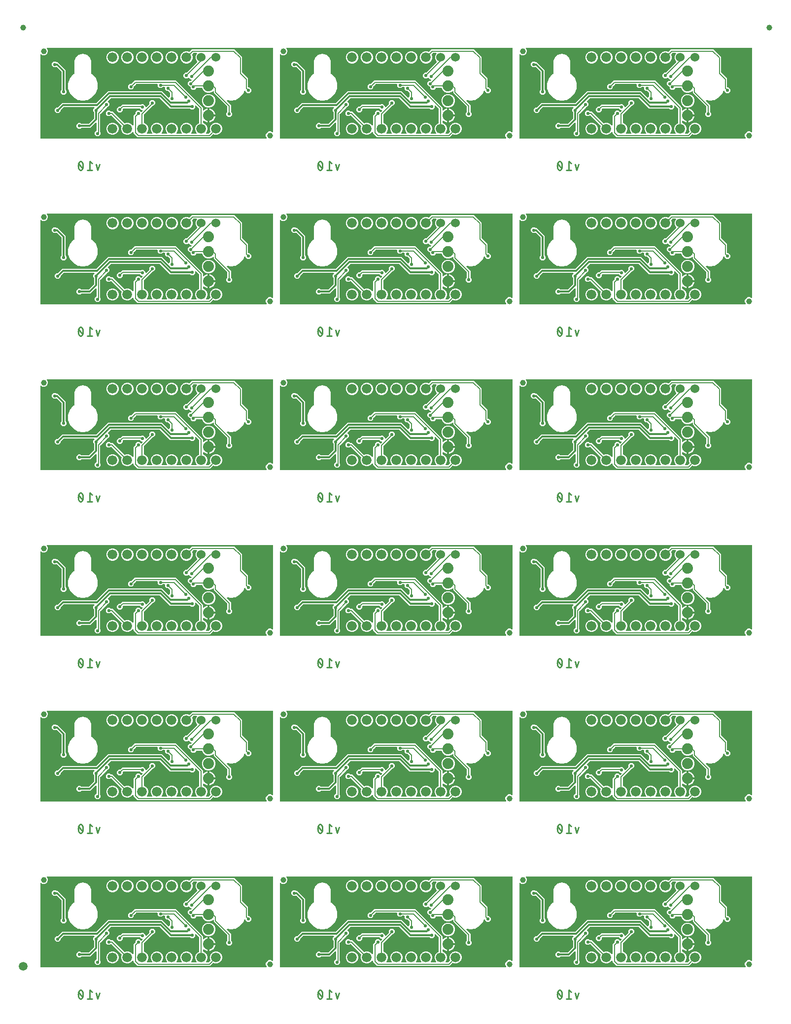
<source format=gbl>
G04 EAGLE Gerber RS-274X export*
G75*
%MOMM*%
%FSLAX34Y34*%
%LPD*%
%INBottom Copper*%
%IPPOS*%
%AMOC8*
5,1,8,0,0,1.08239X$1,22.5*%
G01*
%ADD10C,0.279400*%
%ADD11C,1.879600*%
%ADD12C,1.000000*%
%ADD13C,1.676400*%
%ADD14C,1.524000*%
%ADD15C,1.500000*%
%ADD16C,0.304800*%
%ADD17C,0.558800*%
%ADD18C,0.203200*%

G36*
X802464Y1483873D02*
X802464Y1483873D01*
X802493Y1483870D01*
X802604Y1483893D01*
X802716Y1483909D01*
X802743Y1483921D01*
X802772Y1483926D01*
X802872Y1483978D01*
X802975Y1484025D01*
X802998Y1484044D01*
X803024Y1484057D01*
X803106Y1484135D01*
X803192Y1484208D01*
X803209Y1484233D01*
X803230Y1484253D01*
X803287Y1484351D01*
X803350Y1484445D01*
X803359Y1484473D01*
X803374Y1484498D01*
X803402Y1484608D01*
X803436Y1484716D01*
X803436Y1484745D01*
X803444Y1484774D01*
X803440Y1484887D01*
X803443Y1485000D01*
X803436Y1485029D01*
X803435Y1485058D01*
X803400Y1485166D01*
X803371Y1485275D01*
X803356Y1485301D01*
X803347Y1485329D01*
X803302Y1485392D01*
X803226Y1485520D01*
X803180Y1485563D01*
X803152Y1485602D01*
X803028Y1485726D01*
X801957Y1488311D01*
X801957Y1491109D01*
X803028Y1493694D01*
X805006Y1495672D01*
X807591Y1496743D01*
X810389Y1496743D01*
X812974Y1495672D01*
X813098Y1495548D01*
X813122Y1495530D01*
X813141Y1495508D01*
X813235Y1495445D01*
X813325Y1495377D01*
X813353Y1495366D01*
X813377Y1495350D01*
X813485Y1495316D01*
X813591Y1495276D01*
X813620Y1495273D01*
X813648Y1495264D01*
X813761Y1495261D01*
X813874Y1495252D01*
X813903Y1495258D01*
X813932Y1495257D01*
X814042Y1495286D01*
X814153Y1495308D01*
X814179Y1495321D01*
X814207Y1495329D01*
X814305Y1495387D01*
X814405Y1495439D01*
X814427Y1495459D01*
X814452Y1495474D01*
X814529Y1495557D01*
X814611Y1495635D01*
X814626Y1495660D01*
X814646Y1495681D01*
X814698Y1495782D01*
X814755Y1495880D01*
X814762Y1495908D01*
X814776Y1495934D01*
X814789Y1496012D01*
X814825Y1496155D01*
X814823Y1496218D01*
X814831Y1496266D01*
X814831Y1639316D01*
X814823Y1639374D01*
X814825Y1639432D01*
X814803Y1639514D01*
X814791Y1639598D01*
X814768Y1639651D01*
X814753Y1639707D01*
X814710Y1639780D01*
X814675Y1639857D01*
X814637Y1639902D01*
X814608Y1639952D01*
X814546Y1640010D01*
X814492Y1640074D01*
X814443Y1640106D01*
X814400Y1640146D01*
X814325Y1640185D01*
X814255Y1640232D01*
X814199Y1640249D01*
X814147Y1640276D01*
X814079Y1640287D01*
X813984Y1640317D01*
X813884Y1640320D01*
X813816Y1640331D01*
X426926Y1640331D01*
X426896Y1640327D01*
X426867Y1640330D01*
X426756Y1640307D01*
X426644Y1640291D01*
X426617Y1640279D01*
X426588Y1640274D01*
X426488Y1640222D01*
X426385Y1640175D01*
X426362Y1640156D01*
X426336Y1640143D01*
X426254Y1640065D01*
X426168Y1639992D01*
X426151Y1639967D01*
X426130Y1639947D01*
X426073Y1639849D01*
X426010Y1639755D01*
X426001Y1639727D01*
X425986Y1639702D01*
X425958Y1639592D01*
X425924Y1639484D01*
X425924Y1639455D01*
X425916Y1639426D01*
X425920Y1639313D01*
X425917Y1639200D01*
X425924Y1639171D01*
X425925Y1639142D01*
X425960Y1639034D01*
X425989Y1638925D01*
X426004Y1638899D01*
X426013Y1638871D01*
X426058Y1638808D01*
X426134Y1638680D01*
X426180Y1638637D01*
X426208Y1638598D01*
X426332Y1638474D01*
X427403Y1635889D01*
X427403Y1633091D01*
X426332Y1630506D01*
X424354Y1628528D01*
X421769Y1627457D01*
X418971Y1627457D01*
X416386Y1628528D01*
X416262Y1628652D01*
X416238Y1628670D01*
X416219Y1628692D01*
X416125Y1628755D01*
X416035Y1628823D01*
X416007Y1628834D01*
X415983Y1628850D01*
X415875Y1628884D01*
X415769Y1628924D01*
X415740Y1628927D01*
X415712Y1628936D01*
X415599Y1628939D01*
X415486Y1628948D01*
X415457Y1628942D01*
X415428Y1628943D01*
X415318Y1628914D01*
X415207Y1628892D01*
X415181Y1628879D01*
X415153Y1628871D01*
X415055Y1628813D01*
X414955Y1628761D01*
X414933Y1628741D01*
X414908Y1628726D01*
X414831Y1628643D01*
X414749Y1628565D01*
X414734Y1628540D01*
X414714Y1628519D01*
X414662Y1628418D01*
X414605Y1628320D01*
X414598Y1628292D01*
X414584Y1628266D01*
X414571Y1628188D01*
X414535Y1628045D01*
X414537Y1627982D01*
X414529Y1627934D01*
X414529Y1484884D01*
X414537Y1484826D01*
X414535Y1484768D01*
X414557Y1484686D01*
X414569Y1484602D01*
X414592Y1484549D01*
X414607Y1484493D01*
X414650Y1484420D01*
X414685Y1484343D01*
X414723Y1484298D01*
X414752Y1484248D01*
X414814Y1484190D01*
X414868Y1484126D01*
X414917Y1484094D01*
X414960Y1484054D01*
X415035Y1484015D01*
X415105Y1483968D01*
X415161Y1483951D01*
X415213Y1483924D01*
X415281Y1483913D01*
X415376Y1483883D01*
X415476Y1483880D01*
X415544Y1483869D01*
X802434Y1483869D01*
X802464Y1483873D01*
G37*
G36*
X1213944Y1483873D02*
X1213944Y1483873D01*
X1213973Y1483870D01*
X1214084Y1483893D01*
X1214196Y1483909D01*
X1214223Y1483921D01*
X1214252Y1483926D01*
X1214352Y1483978D01*
X1214455Y1484025D01*
X1214478Y1484044D01*
X1214504Y1484057D01*
X1214586Y1484135D01*
X1214672Y1484208D01*
X1214689Y1484233D01*
X1214710Y1484253D01*
X1214767Y1484351D01*
X1214830Y1484445D01*
X1214839Y1484473D01*
X1214854Y1484498D01*
X1214882Y1484608D01*
X1214916Y1484716D01*
X1214916Y1484745D01*
X1214924Y1484774D01*
X1214920Y1484887D01*
X1214923Y1485000D01*
X1214916Y1485029D01*
X1214915Y1485058D01*
X1214880Y1485166D01*
X1214851Y1485275D01*
X1214836Y1485301D01*
X1214827Y1485329D01*
X1214782Y1485392D01*
X1214706Y1485520D01*
X1214660Y1485563D01*
X1214632Y1485602D01*
X1214508Y1485726D01*
X1213437Y1488311D01*
X1213437Y1491109D01*
X1214508Y1493694D01*
X1216486Y1495672D01*
X1219071Y1496743D01*
X1221869Y1496743D01*
X1224454Y1495672D01*
X1224578Y1495548D01*
X1224602Y1495530D01*
X1224621Y1495508D01*
X1224715Y1495445D01*
X1224805Y1495377D01*
X1224833Y1495366D01*
X1224857Y1495350D01*
X1224965Y1495316D01*
X1225071Y1495276D01*
X1225100Y1495273D01*
X1225128Y1495264D01*
X1225241Y1495261D01*
X1225354Y1495252D01*
X1225383Y1495258D01*
X1225412Y1495257D01*
X1225522Y1495286D01*
X1225633Y1495308D01*
X1225659Y1495321D01*
X1225687Y1495329D01*
X1225785Y1495387D01*
X1225885Y1495439D01*
X1225907Y1495459D01*
X1225932Y1495474D01*
X1226009Y1495557D01*
X1226091Y1495635D01*
X1226106Y1495660D01*
X1226126Y1495681D01*
X1226178Y1495782D01*
X1226235Y1495880D01*
X1226242Y1495908D01*
X1226256Y1495934D01*
X1226269Y1496012D01*
X1226305Y1496155D01*
X1226303Y1496218D01*
X1226311Y1496266D01*
X1226311Y1639316D01*
X1226303Y1639374D01*
X1226305Y1639432D01*
X1226283Y1639514D01*
X1226271Y1639598D01*
X1226248Y1639651D01*
X1226233Y1639707D01*
X1226190Y1639780D01*
X1226155Y1639857D01*
X1226117Y1639902D01*
X1226088Y1639952D01*
X1226026Y1640010D01*
X1225972Y1640074D01*
X1225923Y1640106D01*
X1225880Y1640146D01*
X1225805Y1640185D01*
X1225735Y1640232D01*
X1225679Y1640249D01*
X1225627Y1640276D01*
X1225559Y1640287D01*
X1225464Y1640317D01*
X1225364Y1640320D01*
X1225296Y1640331D01*
X838406Y1640331D01*
X838376Y1640327D01*
X838347Y1640330D01*
X838236Y1640307D01*
X838124Y1640291D01*
X838097Y1640279D01*
X838068Y1640274D01*
X837968Y1640222D01*
X837865Y1640175D01*
X837842Y1640156D01*
X837816Y1640143D01*
X837734Y1640065D01*
X837648Y1639992D01*
X837631Y1639967D01*
X837610Y1639947D01*
X837553Y1639849D01*
X837490Y1639755D01*
X837481Y1639727D01*
X837466Y1639702D01*
X837438Y1639592D01*
X837404Y1639484D01*
X837404Y1639455D01*
X837396Y1639426D01*
X837400Y1639313D01*
X837397Y1639200D01*
X837404Y1639171D01*
X837405Y1639142D01*
X837440Y1639034D01*
X837469Y1638925D01*
X837484Y1638899D01*
X837493Y1638871D01*
X837538Y1638808D01*
X837614Y1638680D01*
X837660Y1638637D01*
X837688Y1638598D01*
X837812Y1638474D01*
X838883Y1635889D01*
X838883Y1633091D01*
X837812Y1630506D01*
X835834Y1628528D01*
X833249Y1627457D01*
X830451Y1627457D01*
X827866Y1628528D01*
X827742Y1628652D01*
X827718Y1628670D01*
X827699Y1628692D01*
X827605Y1628755D01*
X827515Y1628823D01*
X827487Y1628834D01*
X827463Y1628850D01*
X827355Y1628884D01*
X827249Y1628924D01*
X827220Y1628927D01*
X827192Y1628936D01*
X827079Y1628939D01*
X826966Y1628948D01*
X826937Y1628942D01*
X826908Y1628943D01*
X826798Y1628914D01*
X826687Y1628892D01*
X826661Y1628879D01*
X826633Y1628871D01*
X826535Y1628813D01*
X826435Y1628761D01*
X826413Y1628741D01*
X826388Y1628726D01*
X826311Y1628643D01*
X826229Y1628565D01*
X826214Y1628540D01*
X826194Y1628519D01*
X826142Y1628418D01*
X826085Y1628320D01*
X826078Y1628292D01*
X826064Y1628266D01*
X826051Y1628188D01*
X826015Y1628045D01*
X826017Y1627982D01*
X826009Y1627934D01*
X826009Y1484884D01*
X826017Y1484826D01*
X826015Y1484768D01*
X826037Y1484686D01*
X826049Y1484602D01*
X826072Y1484549D01*
X826087Y1484493D01*
X826130Y1484420D01*
X826165Y1484343D01*
X826203Y1484298D01*
X826232Y1484248D01*
X826294Y1484190D01*
X826348Y1484126D01*
X826397Y1484094D01*
X826440Y1484054D01*
X826515Y1484015D01*
X826585Y1483968D01*
X826641Y1483951D01*
X826693Y1483924D01*
X826761Y1483913D01*
X826856Y1483883D01*
X826956Y1483880D01*
X827024Y1483869D01*
X1213914Y1483869D01*
X1213944Y1483873D01*
G37*
G36*
X390984Y1483873D02*
X390984Y1483873D01*
X391013Y1483870D01*
X391124Y1483893D01*
X391236Y1483909D01*
X391263Y1483921D01*
X391292Y1483926D01*
X391392Y1483978D01*
X391495Y1484025D01*
X391518Y1484044D01*
X391544Y1484057D01*
X391626Y1484135D01*
X391712Y1484208D01*
X391729Y1484233D01*
X391750Y1484253D01*
X391807Y1484351D01*
X391870Y1484445D01*
X391879Y1484473D01*
X391894Y1484498D01*
X391922Y1484608D01*
X391956Y1484716D01*
X391956Y1484745D01*
X391964Y1484774D01*
X391960Y1484887D01*
X391963Y1485000D01*
X391956Y1485029D01*
X391955Y1485058D01*
X391920Y1485166D01*
X391891Y1485275D01*
X391876Y1485301D01*
X391867Y1485329D01*
X391822Y1485392D01*
X391746Y1485520D01*
X391700Y1485563D01*
X391672Y1485602D01*
X391548Y1485726D01*
X390477Y1488311D01*
X390477Y1491109D01*
X391548Y1493694D01*
X393526Y1495672D01*
X396111Y1496743D01*
X398909Y1496743D01*
X401494Y1495672D01*
X401618Y1495548D01*
X401642Y1495530D01*
X401661Y1495508D01*
X401755Y1495445D01*
X401845Y1495377D01*
X401873Y1495366D01*
X401897Y1495350D01*
X402005Y1495316D01*
X402111Y1495276D01*
X402140Y1495273D01*
X402168Y1495264D01*
X402281Y1495261D01*
X402394Y1495252D01*
X402423Y1495258D01*
X402452Y1495257D01*
X402562Y1495286D01*
X402673Y1495308D01*
X402699Y1495321D01*
X402727Y1495329D01*
X402825Y1495387D01*
X402925Y1495439D01*
X402947Y1495459D01*
X402972Y1495474D01*
X403049Y1495557D01*
X403131Y1495635D01*
X403146Y1495660D01*
X403166Y1495681D01*
X403218Y1495782D01*
X403275Y1495880D01*
X403282Y1495908D01*
X403296Y1495934D01*
X403309Y1496012D01*
X403345Y1496155D01*
X403343Y1496218D01*
X403351Y1496266D01*
X403351Y1639316D01*
X403343Y1639374D01*
X403345Y1639432D01*
X403323Y1639514D01*
X403311Y1639598D01*
X403288Y1639651D01*
X403273Y1639707D01*
X403230Y1639780D01*
X403195Y1639857D01*
X403157Y1639902D01*
X403128Y1639952D01*
X403066Y1640010D01*
X403012Y1640074D01*
X402963Y1640106D01*
X402920Y1640146D01*
X402845Y1640185D01*
X402775Y1640232D01*
X402719Y1640249D01*
X402667Y1640276D01*
X402599Y1640287D01*
X402504Y1640317D01*
X402404Y1640320D01*
X402336Y1640331D01*
X15446Y1640331D01*
X15416Y1640327D01*
X15387Y1640330D01*
X15276Y1640307D01*
X15164Y1640291D01*
X15137Y1640279D01*
X15108Y1640274D01*
X15008Y1640222D01*
X14905Y1640175D01*
X14882Y1640156D01*
X14856Y1640143D01*
X14774Y1640065D01*
X14688Y1639992D01*
X14671Y1639967D01*
X14650Y1639947D01*
X14593Y1639849D01*
X14530Y1639755D01*
X14521Y1639727D01*
X14506Y1639702D01*
X14478Y1639592D01*
X14444Y1639484D01*
X14444Y1639455D01*
X14436Y1639426D01*
X14440Y1639313D01*
X14437Y1639200D01*
X14444Y1639171D01*
X14445Y1639142D01*
X14480Y1639034D01*
X14509Y1638925D01*
X14524Y1638899D01*
X14533Y1638871D01*
X14578Y1638808D01*
X14654Y1638680D01*
X14700Y1638637D01*
X14728Y1638598D01*
X14852Y1638474D01*
X15923Y1635889D01*
X15923Y1633091D01*
X14852Y1630506D01*
X12874Y1628528D01*
X10289Y1627457D01*
X7491Y1627457D01*
X4906Y1628528D01*
X4782Y1628652D01*
X4758Y1628670D01*
X4739Y1628692D01*
X4645Y1628755D01*
X4555Y1628823D01*
X4527Y1628834D01*
X4503Y1628850D01*
X4395Y1628884D01*
X4289Y1628924D01*
X4260Y1628927D01*
X4232Y1628936D01*
X4119Y1628939D01*
X4006Y1628948D01*
X3977Y1628942D01*
X3948Y1628943D01*
X3838Y1628914D01*
X3727Y1628892D01*
X3701Y1628879D01*
X3673Y1628871D01*
X3575Y1628813D01*
X3475Y1628761D01*
X3453Y1628741D01*
X3428Y1628726D01*
X3351Y1628643D01*
X3269Y1628565D01*
X3254Y1628540D01*
X3234Y1628519D01*
X3182Y1628418D01*
X3125Y1628320D01*
X3118Y1628292D01*
X3104Y1628266D01*
X3091Y1628188D01*
X3055Y1628045D01*
X3057Y1627982D01*
X3049Y1627934D01*
X3049Y1484884D01*
X3057Y1484826D01*
X3055Y1484768D01*
X3077Y1484686D01*
X3089Y1484602D01*
X3112Y1484549D01*
X3127Y1484493D01*
X3170Y1484420D01*
X3205Y1484343D01*
X3243Y1484298D01*
X3272Y1484248D01*
X3334Y1484190D01*
X3388Y1484126D01*
X3437Y1484094D01*
X3480Y1484054D01*
X3555Y1484015D01*
X3625Y1483968D01*
X3681Y1483951D01*
X3733Y1483924D01*
X3801Y1483913D01*
X3896Y1483883D01*
X3996Y1483880D01*
X4064Y1483869D01*
X390954Y1483869D01*
X390984Y1483873D01*
G37*
G36*
X390984Y914913D02*
X390984Y914913D01*
X391013Y914910D01*
X391124Y914933D01*
X391236Y914949D01*
X391263Y914961D01*
X391292Y914966D01*
X391392Y915018D01*
X391495Y915065D01*
X391518Y915084D01*
X391544Y915097D01*
X391626Y915175D01*
X391712Y915248D01*
X391729Y915273D01*
X391750Y915293D01*
X391807Y915391D01*
X391870Y915485D01*
X391879Y915513D01*
X391894Y915538D01*
X391922Y915648D01*
X391956Y915756D01*
X391956Y915785D01*
X391964Y915814D01*
X391960Y915927D01*
X391963Y916040D01*
X391956Y916069D01*
X391955Y916098D01*
X391920Y916206D01*
X391891Y916315D01*
X391876Y916341D01*
X391867Y916369D01*
X391822Y916432D01*
X391746Y916560D01*
X391700Y916603D01*
X391672Y916642D01*
X391548Y916766D01*
X390477Y919351D01*
X390477Y922149D01*
X391548Y924734D01*
X393526Y926712D01*
X396111Y927783D01*
X398909Y927783D01*
X401494Y926712D01*
X401618Y926588D01*
X401642Y926570D01*
X401661Y926548D01*
X401755Y926485D01*
X401845Y926417D01*
X401873Y926406D01*
X401897Y926390D01*
X402005Y926356D01*
X402111Y926316D01*
X402140Y926313D01*
X402168Y926304D01*
X402281Y926301D01*
X402394Y926292D01*
X402423Y926298D01*
X402452Y926297D01*
X402562Y926326D01*
X402673Y926348D01*
X402699Y926361D01*
X402727Y926369D01*
X402825Y926427D01*
X402925Y926479D01*
X402947Y926499D01*
X402972Y926514D01*
X403049Y926597D01*
X403131Y926675D01*
X403146Y926700D01*
X403166Y926721D01*
X403218Y926822D01*
X403275Y926920D01*
X403282Y926948D01*
X403296Y926974D01*
X403309Y927052D01*
X403345Y927195D01*
X403343Y927258D01*
X403351Y927306D01*
X403351Y1070356D01*
X403343Y1070414D01*
X403345Y1070472D01*
X403323Y1070554D01*
X403311Y1070638D01*
X403288Y1070691D01*
X403273Y1070747D01*
X403230Y1070820D01*
X403195Y1070897D01*
X403157Y1070942D01*
X403128Y1070992D01*
X403066Y1071050D01*
X403012Y1071114D01*
X402963Y1071146D01*
X402920Y1071186D01*
X402845Y1071225D01*
X402775Y1071272D01*
X402719Y1071289D01*
X402667Y1071316D01*
X402599Y1071327D01*
X402504Y1071357D01*
X402404Y1071360D01*
X402336Y1071371D01*
X15446Y1071371D01*
X15416Y1071367D01*
X15387Y1071370D01*
X15276Y1071347D01*
X15164Y1071331D01*
X15137Y1071319D01*
X15108Y1071314D01*
X15008Y1071262D01*
X14905Y1071215D01*
X14882Y1071196D01*
X14856Y1071183D01*
X14774Y1071105D01*
X14688Y1071032D01*
X14671Y1071007D01*
X14650Y1070987D01*
X14593Y1070889D01*
X14530Y1070795D01*
X14521Y1070767D01*
X14506Y1070742D01*
X14478Y1070632D01*
X14444Y1070524D01*
X14444Y1070495D01*
X14436Y1070466D01*
X14440Y1070353D01*
X14437Y1070240D01*
X14444Y1070211D01*
X14445Y1070182D01*
X14480Y1070074D01*
X14509Y1069965D01*
X14524Y1069939D01*
X14533Y1069911D01*
X14578Y1069848D01*
X14654Y1069720D01*
X14700Y1069677D01*
X14728Y1069638D01*
X14852Y1069514D01*
X15923Y1066929D01*
X15923Y1064131D01*
X14852Y1061546D01*
X12874Y1059568D01*
X10289Y1058497D01*
X7491Y1058497D01*
X4906Y1059568D01*
X4782Y1059692D01*
X4758Y1059710D01*
X4739Y1059732D01*
X4645Y1059795D01*
X4555Y1059863D01*
X4527Y1059874D01*
X4503Y1059890D01*
X4395Y1059924D01*
X4289Y1059964D01*
X4260Y1059967D01*
X4232Y1059976D01*
X4119Y1059979D01*
X4006Y1059988D01*
X3977Y1059982D01*
X3948Y1059983D01*
X3838Y1059954D01*
X3727Y1059932D01*
X3701Y1059919D01*
X3673Y1059911D01*
X3575Y1059853D01*
X3475Y1059801D01*
X3453Y1059781D01*
X3428Y1059766D01*
X3351Y1059683D01*
X3269Y1059605D01*
X3254Y1059580D01*
X3234Y1059559D01*
X3182Y1059458D01*
X3125Y1059360D01*
X3118Y1059332D01*
X3104Y1059306D01*
X3091Y1059228D01*
X3055Y1059085D01*
X3057Y1059022D01*
X3049Y1058974D01*
X3049Y915924D01*
X3057Y915866D01*
X3055Y915808D01*
X3077Y915726D01*
X3089Y915642D01*
X3112Y915589D01*
X3127Y915533D01*
X3170Y915460D01*
X3205Y915383D01*
X3243Y915338D01*
X3272Y915288D01*
X3334Y915230D01*
X3388Y915166D01*
X3437Y915134D01*
X3480Y915094D01*
X3555Y915055D01*
X3625Y915008D01*
X3681Y914991D01*
X3733Y914964D01*
X3801Y914953D01*
X3896Y914923D01*
X3996Y914920D01*
X4064Y914909D01*
X390954Y914909D01*
X390984Y914913D01*
G37*
G36*
X1213944Y914913D02*
X1213944Y914913D01*
X1213973Y914910D01*
X1214084Y914933D01*
X1214196Y914949D01*
X1214223Y914961D01*
X1214252Y914966D01*
X1214352Y915018D01*
X1214455Y915065D01*
X1214478Y915084D01*
X1214504Y915097D01*
X1214586Y915175D01*
X1214672Y915248D01*
X1214689Y915273D01*
X1214710Y915293D01*
X1214767Y915391D01*
X1214830Y915485D01*
X1214839Y915513D01*
X1214854Y915538D01*
X1214882Y915648D01*
X1214916Y915756D01*
X1214916Y915785D01*
X1214924Y915814D01*
X1214920Y915927D01*
X1214923Y916040D01*
X1214916Y916069D01*
X1214915Y916098D01*
X1214880Y916206D01*
X1214851Y916315D01*
X1214836Y916341D01*
X1214827Y916369D01*
X1214782Y916432D01*
X1214706Y916560D01*
X1214660Y916603D01*
X1214632Y916642D01*
X1214508Y916766D01*
X1213437Y919351D01*
X1213437Y922149D01*
X1214508Y924734D01*
X1216486Y926712D01*
X1219071Y927783D01*
X1221869Y927783D01*
X1224454Y926712D01*
X1224578Y926588D01*
X1224602Y926570D01*
X1224621Y926548D01*
X1224715Y926485D01*
X1224805Y926417D01*
X1224833Y926406D01*
X1224857Y926390D01*
X1224965Y926356D01*
X1225071Y926316D01*
X1225100Y926313D01*
X1225128Y926304D01*
X1225241Y926301D01*
X1225354Y926292D01*
X1225383Y926298D01*
X1225412Y926297D01*
X1225522Y926326D01*
X1225633Y926348D01*
X1225659Y926361D01*
X1225687Y926369D01*
X1225785Y926427D01*
X1225885Y926479D01*
X1225907Y926499D01*
X1225932Y926514D01*
X1226009Y926597D01*
X1226091Y926675D01*
X1226106Y926700D01*
X1226126Y926721D01*
X1226178Y926822D01*
X1226235Y926920D01*
X1226242Y926948D01*
X1226256Y926974D01*
X1226269Y927052D01*
X1226305Y927195D01*
X1226303Y927258D01*
X1226311Y927306D01*
X1226311Y1070356D01*
X1226303Y1070414D01*
X1226305Y1070472D01*
X1226283Y1070554D01*
X1226271Y1070638D01*
X1226248Y1070691D01*
X1226233Y1070747D01*
X1226190Y1070820D01*
X1226155Y1070897D01*
X1226117Y1070942D01*
X1226088Y1070992D01*
X1226026Y1071050D01*
X1225972Y1071114D01*
X1225923Y1071146D01*
X1225880Y1071186D01*
X1225805Y1071225D01*
X1225735Y1071272D01*
X1225679Y1071289D01*
X1225627Y1071316D01*
X1225559Y1071327D01*
X1225464Y1071357D01*
X1225364Y1071360D01*
X1225296Y1071371D01*
X838406Y1071371D01*
X838376Y1071367D01*
X838347Y1071370D01*
X838236Y1071347D01*
X838124Y1071331D01*
X838097Y1071319D01*
X838068Y1071314D01*
X837968Y1071262D01*
X837865Y1071215D01*
X837842Y1071196D01*
X837816Y1071183D01*
X837734Y1071105D01*
X837648Y1071032D01*
X837631Y1071007D01*
X837610Y1070987D01*
X837553Y1070889D01*
X837490Y1070795D01*
X837481Y1070767D01*
X837466Y1070742D01*
X837438Y1070632D01*
X837404Y1070524D01*
X837404Y1070495D01*
X837396Y1070466D01*
X837400Y1070353D01*
X837397Y1070240D01*
X837404Y1070211D01*
X837405Y1070182D01*
X837440Y1070074D01*
X837469Y1069965D01*
X837484Y1069939D01*
X837493Y1069911D01*
X837538Y1069848D01*
X837614Y1069720D01*
X837660Y1069677D01*
X837688Y1069638D01*
X837812Y1069514D01*
X838883Y1066929D01*
X838883Y1064131D01*
X837812Y1061546D01*
X835834Y1059568D01*
X833249Y1058497D01*
X830451Y1058497D01*
X827866Y1059568D01*
X827742Y1059692D01*
X827718Y1059710D01*
X827699Y1059732D01*
X827605Y1059795D01*
X827515Y1059863D01*
X827487Y1059874D01*
X827463Y1059890D01*
X827355Y1059924D01*
X827249Y1059964D01*
X827220Y1059967D01*
X827192Y1059976D01*
X827079Y1059979D01*
X826966Y1059988D01*
X826937Y1059982D01*
X826908Y1059983D01*
X826798Y1059954D01*
X826687Y1059932D01*
X826661Y1059919D01*
X826633Y1059911D01*
X826535Y1059853D01*
X826435Y1059801D01*
X826413Y1059781D01*
X826388Y1059766D01*
X826311Y1059683D01*
X826229Y1059605D01*
X826214Y1059580D01*
X826194Y1059559D01*
X826142Y1059458D01*
X826085Y1059360D01*
X826078Y1059332D01*
X826064Y1059306D01*
X826051Y1059228D01*
X826015Y1059085D01*
X826017Y1059022D01*
X826009Y1058974D01*
X826009Y915924D01*
X826017Y915866D01*
X826015Y915808D01*
X826037Y915726D01*
X826049Y915642D01*
X826072Y915589D01*
X826087Y915533D01*
X826130Y915460D01*
X826165Y915383D01*
X826203Y915338D01*
X826232Y915288D01*
X826294Y915230D01*
X826348Y915166D01*
X826397Y915134D01*
X826440Y915094D01*
X826515Y915055D01*
X826585Y915008D01*
X826641Y914991D01*
X826693Y914964D01*
X826761Y914953D01*
X826856Y914923D01*
X826956Y914920D01*
X827024Y914909D01*
X1213914Y914909D01*
X1213944Y914913D01*
G37*
G36*
X1213944Y630433D02*
X1213944Y630433D01*
X1213973Y630430D01*
X1214084Y630453D01*
X1214196Y630469D01*
X1214223Y630481D01*
X1214252Y630486D01*
X1214352Y630538D01*
X1214455Y630585D01*
X1214478Y630604D01*
X1214504Y630617D01*
X1214586Y630695D01*
X1214672Y630768D01*
X1214689Y630793D01*
X1214710Y630813D01*
X1214767Y630911D01*
X1214830Y631005D01*
X1214839Y631033D01*
X1214854Y631058D01*
X1214882Y631168D01*
X1214916Y631276D01*
X1214916Y631305D01*
X1214924Y631334D01*
X1214920Y631447D01*
X1214923Y631560D01*
X1214916Y631589D01*
X1214915Y631618D01*
X1214880Y631726D01*
X1214851Y631835D01*
X1214836Y631861D01*
X1214827Y631889D01*
X1214782Y631952D01*
X1214706Y632080D01*
X1214660Y632123D01*
X1214632Y632162D01*
X1214508Y632286D01*
X1213437Y634871D01*
X1213437Y637669D01*
X1214508Y640254D01*
X1216486Y642232D01*
X1219071Y643303D01*
X1221869Y643303D01*
X1224454Y642232D01*
X1224578Y642108D01*
X1224602Y642090D01*
X1224621Y642068D01*
X1224715Y642005D01*
X1224805Y641937D01*
X1224833Y641926D01*
X1224857Y641910D01*
X1224965Y641876D01*
X1225071Y641836D01*
X1225100Y641833D01*
X1225128Y641824D01*
X1225241Y641821D01*
X1225354Y641812D01*
X1225383Y641818D01*
X1225412Y641817D01*
X1225522Y641846D01*
X1225633Y641868D01*
X1225659Y641881D01*
X1225687Y641889D01*
X1225785Y641947D01*
X1225885Y641999D01*
X1225907Y642019D01*
X1225932Y642034D01*
X1226009Y642117D01*
X1226091Y642195D01*
X1226106Y642220D01*
X1226126Y642241D01*
X1226178Y642342D01*
X1226235Y642440D01*
X1226242Y642468D01*
X1226256Y642494D01*
X1226269Y642572D01*
X1226305Y642715D01*
X1226303Y642778D01*
X1226311Y642826D01*
X1226311Y785876D01*
X1226303Y785934D01*
X1226305Y785992D01*
X1226283Y786074D01*
X1226271Y786158D01*
X1226248Y786211D01*
X1226233Y786267D01*
X1226190Y786340D01*
X1226155Y786417D01*
X1226117Y786462D01*
X1226088Y786512D01*
X1226026Y786570D01*
X1225972Y786634D01*
X1225923Y786666D01*
X1225880Y786706D01*
X1225805Y786745D01*
X1225735Y786792D01*
X1225679Y786809D01*
X1225627Y786836D01*
X1225559Y786847D01*
X1225464Y786877D01*
X1225364Y786880D01*
X1225296Y786891D01*
X838406Y786891D01*
X838376Y786887D01*
X838347Y786890D01*
X838236Y786867D01*
X838124Y786851D01*
X838097Y786839D01*
X838068Y786834D01*
X837968Y786782D01*
X837865Y786735D01*
X837842Y786716D01*
X837816Y786703D01*
X837734Y786625D01*
X837648Y786552D01*
X837631Y786527D01*
X837610Y786507D01*
X837553Y786409D01*
X837490Y786315D01*
X837481Y786287D01*
X837466Y786262D01*
X837438Y786152D01*
X837404Y786044D01*
X837404Y786015D01*
X837396Y785986D01*
X837400Y785873D01*
X837397Y785760D01*
X837404Y785731D01*
X837405Y785702D01*
X837440Y785594D01*
X837469Y785485D01*
X837484Y785459D01*
X837493Y785431D01*
X837538Y785368D01*
X837614Y785240D01*
X837660Y785197D01*
X837688Y785158D01*
X837812Y785034D01*
X838883Y782449D01*
X838883Y779651D01*
X837812Y777066D01*
X835834Y775088D01*
X833249Y774017D01*
X830451Y774017D01*
X827866Y775088D01*
X827742Y775212D01*
X827718Y775230D01*
X827699Y775252D01*
X827605Y775315D01*
X827515Y775383D01*
X827487Y775394D01*
X827463Y775410D01*
X827355Y775444D01*
X827249Y775484D01*
X827220Y775487D01*
X827192Y775496D01*
X827079Y775499D01*
X826966Y775508D01*
X826937Y775502D01*
X826908Y775503D01*
X826798Y775474D01*
X826687Y775452D01*
X826661Y775439D01*
X826633Y775431D01*
X826535Y775373D01*
X826435Y775321D01*
X826413Y775301D01*
X826388Y775286D01*
X826311Y775203D01*
X826229Y775125D01*
X826214Y775100D01*
X826194Y775079D01*
X826142Y774978D01*
X826085Y774880D01*
X826078Y774852D01*
X826064Y774826D01*
X826051Y774748D01*
X826015Y774605D01*
X826017Y774542D01*
X826009Y774494D01*
X826009Y631444D01*
X826017Y631386D01*
X826015Y631328D01*
X826037Y631246D01*
X826049Y631162D01*
X826072Y631109D01*
X826087Y631053D01*
X826130Y630980D01*
X826165Y630903D01*
X826203Y630858D01*
X826232Y630808D01*
X826294Y630750D01*
X826348Y630686D01*
X826397Y630654D01*
X826440Y630614D01*
X826515Y630575D01*
X826585Y630528D01*
X826641Y630511D01*
X826693Y630484D01*
X826761Y630473D01*
X826856Y630443D01*
X826956Y630440D01*
X827024Y630429D01*
X1213914Y630429D01*
X1213944Y630433D01*
G37*
G36*
X390984Y61473D02*
X390984Y61473D01*
X391013Y61470D01*
X391124Y61493D01*
X391236Y61509D01*
X391263Y61521D01*
X391292Y61526D01*
X391392Y61578D01*
X391495Y61625D01*
X391518Y61644D01*
X391544Y61657D01*
X391626Y61735D01*
X391712Y61808D01*
X391729Y61833D01*
X391750Y61853D01*
X391807Y61951D01*
X391870Y62045D01*
X391879Y62073D01*
X391894Y62098D01*
X391922Y62208D01*
X391956Y62316D01*
X391956Y62345D01*
X391964Y62374D01*
X391960Y62487D01*
X391963Y62600D01*
X391956Y62629D01*
X391955Y62658D01*
X391920Y62766D01*
X391891Y62875D01*
X391876Y62901D01*
X391867Y62929D01*
X391822Y62992D01*
X391746Y63120D01*
X391700Y63163D01*
X391672Y63202D01*
X391548Y63326D01*
X390477Y65911D01*
X390477Y68709D01*
X391548Y71294D01*
X393526Y73272D01*
X396111Y74343D01*
X398909Y74343D01*
X401494Y73272D01*
X401618Y73148D01*
X401642Y73130D01*
X401661Y73108D01*
X401755Y73045D01*
X401845Y72977D01*
X401873Y72966D01*
X401897Y72950D01*
X402005Y72916D01*
X402111Y72876D01*
X402140Y72873D01*
X402168Y72864D01*
X402281Y72861D01*
X402394Y72852D01*
X402423Y72858D01*
X402452Y72857D01*
X402562Y72886D01*
X402673Y72908D01*
X402699Y72921D01*
X402727Y72929D01*
X402825Y72987D01*
X402925Y73039D01*
X402947Y73059D01*
X402972Y73074D01*
X403049Y73157D01*
X403131Y73235D01*
X403146Y73260D01*
X403166Y73281D01*
X403218Y73382D01*
X403275Y73480D01*
X403282Y73508D01*
X403296Y73534D01*
X403309Y73612D01*
X403345Y73755D01*
X403343Y73818D01*
X403351Y73866D01*
X403351Y216916D01*
X403343Y216974D01*
X403345Y217032D01*
X403323Y217114D01*
X403311Y217198D01*
X403288Y217251D01*
X403273Y217307D01*
X403230Y217380D01*
X403195Y217457D01*
X403157Y217502D01*
X403128Y217552D01*
X403066Y217610D01*
X403012Y217674D01*
X402963Y217706D01*
X402920Y217746D01*
X402845Y217785D01*
X402775Y217832D01*
X402719Y217849D01*
X402667Y217876D01*
X402599Y217887D01*
X402504Y217917D01*
X402404Y217920D01*
X402336Y217931D01*
X15446Y217931D01*
X15416Y217927D01*
X15387Y217930D01*
X15276Y217907D01*
X15164Y217891D01*
X15137Y217879D01*
X15108Y217874D01*
X15008Y217822D01*
X14905Y217775D01*
X14882Y217756D01*
X14856Y217743D01*
X14774Y217665D01*
X14688Y217592D01*
X14671Y217567D01*
X14650Y217547D01*
X14593Y217449D01*
X14530Y217355D01*
X14521Y217327D01*
X14506Y217302D01*
X14478Y217192D01*
X14444Y217084D01*
X14444Y217055D01*
X14436Y217026D01*
X14440Y216913D01*
X14437Y216800D01*
X14444Y216771D01*
X14445Y216742D01*
X14480Y216634D01*
X14509Y216525D01*
X14524Y216499D01*
X14533Y216471D01*
X14578Y216408D01*
X14654Y216280D01*
X14700Y216237D01*
X14728Y216198D01*
X14852Y216074D01*
X15923Y213489D01*
X15923Y210691D01*
X14852Y208106D01*
X12874Y206128D01*
X10289Y205057D01*
X7491Y205057D01*
X4906Y206128D01*
X4782Y206252D01*
X4758Y206270D01*
X4739Y206292D01*
X4645Y206355D01*
X4555Y206423D01*
X4527Y206434D01*
X4503Y206450D01*
X4395Y206484D01*
X4289Y206524D01*
X4260Y206527D01*
X4232Y206536D01*
X4119Y206539D01*
X4006Y206548D01*
X3977Y206542D01*
X3948Y206543D01*
X3838Y206514D01*
X3727Y206492D01*
X3701Y206479D01*
X3673Y206471D01*
X3575Y206413D01*
X3475Y206361D01*
X3453Y206341D01*
X3428Y206326D01*
X3351Y206243D01*
X3269Y206165D01*
X3254Y206140D01*
X3234Y206119D01*
X3182Y206018D01*
X3125Y205920D01*
X3118Y205892D01*
X3104Y205866D01*
X3091Y205788D01*
X3055Y205645D01*
X3057Y205582D01*
X3049Y205534D01*
X3049Y62484D01*
X3057Y62426D01*
X3055Y62368D01*
X3077Y62286D01*
X3089Y62202D01*
X3112Y62149D01*
X3127Y62093D01*
X3170Y62020D01*
X3205Y61943D01*
X3243Y61898D01*
X3272Y61848D01*
X3334Y61790D01*
X3388Y61726D01*
X3437Y61694D01*
X3480Y61654D01*
X3555Y61615D01*
X3625Y61568D01*
X3681Y61551D01*
X3733Y61524D01*
X3801Y61513D01*
X3896Y61483D01*
X3996Y61480D01*
X4064Y61469D01*
X390954Y61469D01*
X390984Y61473D01*
G37*
G36*
X1213944Y61473D02*
X1213944Y61473D01*
X1213973Y61470D01*
X1214084Y61493D01*
X1214196Y61509D01*
X1214223Y61521D01*
X1214252Y61526D01*
X1214352Y61578D01*
X1214455Y61625D01*
X1214478Y61644D01*
X1214504Y61657D01*
X1214586Y61735D01*
X1214672Y61808D01*
X1214689Y61833D01*
X1214710Y61853D01*
X1214767Y61951D01*
X1214830Y62045D01*
X1214839Y62073D01*
X1214854Y62098D01*
X1214882Y62208D01*
X1214916Y62316D01*
X1214916Y62345D01*
X1214924Y62374D01*
X1214920Y62487D01*
X1214923Y62600D01*
X1214916Y62629D01*
X1214915Y62658D01*
X1214880Y62766D01*
X1214851Y62875D01*
X1214836Y62901D01*
X1214827Y62929D01*
X1214782Y62992D01*
X1214706Y63120D01*
X1214660Y63163D01*
X1214632Y63202D01*
X1214508Y63326D01*
X1213437Y65911D01*
X1213437Y68709D01*
X1214508Y71294D01*
X1216486Y73272D01*
X1219071Y74343D01*
X1221869Y74343D01*
X1224454Y73272D01*
X1224578Y73148D01*
X1224602Y73130D01*
X1224621Y73108D01*
X1224715Y73045D01*
X1224805Y72977D01*
X1224833Y72966D01*
X1224857Y72950D01*
X1224965Y72916D01*
X1225071Y72876D01*
X1225100Y72873D01*
X1225128Y72864D01*
X1225241Y72861D01*
X1225354Y72852D01*
X1225383Y72858D01*
X1225412Y72857D01*
X1225522Y72886D01*
X1225633Y72908D01*
X1225659Y72921D01*
X1225687Y72929D01*
X1225785Y72987D01*
X1225885Y73039D01*
X1225907Y73059D01*
X1225932Y73074D01*
X1226009Y73157D01*
X1226091Y73235D01*
X1226106Y73260D01*
X1226126Y73281D01*
X1226178Y73382D01*
X1226235Y73480D01*
X1226242Y73508D01*
X1226256Y73534D01*
X1226269Y73612D01*
X1226305Y73755D01*
X1226303Y73818D01*
X1226311Y73866D01*
X1226311Y216916D01*
X1226303Y216974D01*
X1226305Y217032D01*
X1226283Y217114D01*
X1226271Y217198D01*
X1226248Y217251D01*
X1226233Y217307D01*
X1226190Y217380D01*
X1226155Y217457D01*
X1226117Y217502D01*
X1226088Y217552D01*
X1226026Y217610D01*
X1225972Y217674D01*
X1225923Y217706D01*
X1225880Y217746D01*
X1225805Y217785D01*
X1225735Y217832D01*
X1225679Y217849D01*
X1225627Y217876D01*
X1225559Y217887D01*
X1225464Y217917D01*
X1225364Y217920D01*
X1225296Y217931D01*
X838406Y217931D01*
X838376Y217927D01*
X838347Y217930D01*
X838236Y217907D01*
X838124Y217891D01*
X838097Y217879D01*
X838068Y217874D01*
X837968Y217822D01*
X837865Y217775D01*
X837842Y217756D01*
X837816Y217743D01*
X837734Y217665D01*
X837648Y217592D01*
X837631Y217567D01*
X837610Y217547D01*
X837553Y217449D01*
X837490Y217355D01*
X837481Y217327D01*
X837466Y217302D01*
X837438Y217192D01*
X837404Y217084D01*
X837404Y217055D01*
X837396Y217026D01*
X837400Y216913D01*
X837397Y216800D01*
X837404Y216771D01*
X837405Y216742D01*
X837440Y216634D01*
X837469Y216525D01*
X837484Y216499D01*
X837493Y216471D01*
X837538Y216408D01*
X837614Y216280D01*
X837660Y216237D01*
X837688Y216198D01*
X837812Y216074D01*
X838883Y213489D01*
X838883Y210691D01*
X837812Y208106D01*
X835834Y206128D01*
X833249Y205057D01*
X830451Y205057D01*
X827866Y206128D01*
X827742Y206252D01*
X827718Y206270D01*
X827699Y206292D01*
X827605Y206355D01*
X827515Y206423D01*
X827487Y206434D01*
X827463Y206450D01*
X827355Y206484D01*
X827249Y206524D01*
X827220Y206527D01*
X827192Y206536D01*
X827079Y206539D01*
X826966Y206548D01*
X826937Y206542D01*
X826908Y206543D01*
X826798Y206514D01*
X826687Y206492D01*
X826661Y206479D01*
X826633Y206471D01*
X826535Y206413D01*
X826435Y206361D01*
X826413Y206341D01*
X826388Y206326D01*
X826311Y206243D01*
X826229Y206165D01*
X826214Y206140D01*
X826194Y206119D01*
X826142Y206018D01*
X826085Y205920D01*
X826078Y205892D01*
X826064Y205866D01*
X826051Y205788D01*
X826015Y205645D01*
X826017Y205582D01*
X826009Y205534D01*
X826009Y62484D01*
X826017Y62426D01*
X826015Y62368D01*
X826037Y62286D01*
X826049Y62202D01*
X826072Y62149D01*
X826087Y62093D01*
X826130Y62020D01*
X826165Y61943D01*
X826203Y61898D01*
X826232Y61848D01*
X826294Y61790D01*
X826348Y61726D01*
X826397Y61694D01*
X826440Y61654D01*
X826515Y61615D01*
X826585Y61568D01*
X826641Y61551D01*
X826693Y61524D01*
X826761Y61513D01*
X826856Y61483D01*
X826956Y61480D01*
X827024Y61469D01*
X1213914Y61469D01*
X1213944Y61473D01*
G37*
G36*
X802464Y61473D02*
X802464Y61473D01*
X802493Y61470D01*
X802604Y61493D01*
X802716Y61509D01*
X802743Y61521D01*
X802772Y61526D01*
X802872Y61578D01*
X802975Y61625D01*
X802998Y61644D01*
X803024Y61657D01*
X803106Y61735D01*
X803192Y61808D01*
X803209Y61833D01*
X803230Y61853D01*
X803287Y61951D01*
X803350Y62045D01*
X803359Y62073D01*
X803374Y62098D01*
X803402Y62208D01*
X803436Y62316D01*
X803436Y62345D01*
X803444Y62374D01*
X803440Y62487D01*
X803443Y62600D01*
X803436Y62629D01*
X803435Y62658D01*
X803400Y62766D01*
X803371Y62875D01*
X803356Y62901D01*
X803347Y62929D01*
X803302Y62992D01*
X803226Y63120D01*
X803180Y63163D01*
X803152Y63202D01*
X803028Y63326D01*
X801957Y65911D01*
X801957Y68709D01*
X803028Y71294D01*
X805006Y73272D01*
X807591Y74343D01*
X810389Y74343D01*
X812974Y73272D01*
X813098Y73148D01*
X813122Y73130D01*
X813141Y73108D01*
X813235Y73045D01*
X813325Y72977D01*
X813353Y72966D01*
X813377Y72950D01*
X813485Y72916D01*
X813591Y72876D01*
X813620Y72873D01*
X813648Y72864D01*
X813761Y72861D01*
X813874Y72852D01*
X813903Y72858D01*
X813932Y72857D01*
X814042Y72886D01*
X814153Y72908D01*
X814179Y72921D01*
X814207Y72929D01*
X814305Y72987D01*
X814405Y73039D01*
X814427Y73059D01*
X814452Y73074D01*
X814529Y73157D01*
X814611Y73235D01*
X814626Y73260D01*
X814646Y73281D01*
X814698Y73382D01*
X814755Y73480D01*
X814762Y73508D01*
X814776Y73534D01*
X814789Y73612D01*
X814825Y73755D01*
X814823Y73818D01*
X814831Y73866D01*
X814831Y216916D01*
X814823Y216974D01*
X814825Y217032D01*
X814803Y217114D01*
X814791Y217198D01*
X814768Y217251D01*
X814753Y217307D01*
X814710Y217380D01*
X814675Y217457D01*
X814637Y217502D01*
X814608Y217552D01*
X814546Y217610D01*
X814492Y217674D01*
X814443Y217706D01*
X814400Y217746D01*
X814325Y217785D01*
X814255Y217832D01*
X814199Y217849D01*
X814147Y217876D01*
X814079Y217887D01*
X813984Y217917D01*
X813884Y217920D01*
X813816Y217931D01*
X426926Y217931D01*
X426896Y217927D01*
X426867Y217930D01*
X426756Y217907D01*
X426644Y217891D01*
X426617Y217879D01*
X426588Y217874D01*
X426488Y217822D01*
X426385Y217775D01*
X426362Y217756D01*
X426336Y217743D01*
X426254Y217665D01*
X426168Y217592D01*
X426151Y217567D01*
X426130Y217547D01*
X426073Y217449D01*
X426010Y217355D01*
X426001Y217327D01*
X425986Y217302D01*
X425958Y217192D01*
X425924Y217084D01*
X425924Y217055D01*
X425916Y217026D01*
X425920Y216913D01*
X425917Y216800D01*
X425924Y216771D01*
X425925Y216742D01*
X425960Y216634D01*
X425989Y216525D01*
X426004Y216499D01*
X426013Y216471D01*
X426058Y216408D01*
X426134Y216280D01*
X426180Y216237D01*
X426208Y216198D01*
X426332Y216074D01*
X427403Y213489D01*
X427403Y210691D01*
X426332Y208106D01*
X424354Y206128D01*
X421769Y205057D01*
X418971Y205057D01*
X416386Y206128D01*
X416262Y206252D01*
X416238Y206270D01*
X416219Y206292D01*
X416125Y206355D01*
X416035Y206423D01*
X416007Y206434D01*
X415983Y206450D01*
X415875Y206484D01*
X415769Y206524D01*
X415740Y206527D01*
X415712Y206536D01*
X415599Y206539D01*
X415486Y206548D01*
X415457Y206542D01*
X415428Y206543D01*
X415318Y206514D01*
X415207Y206492D01*
X415181Y206479D01*
X415153Y206471D01*
X415055Y206413D01*
X414955Y206361D01*
X414933Y206341D01*
X414908Y206326D01*
X414831Y206243D01*
X414749Y206165D01*
X414734Y206140D01*
X414714Y206119D01*
X414662Y206018D01*
X414605Y205920D01*
X414598Y205892D01*
X414584Y205866D01*
X414571Y205788D01*
X414535Y205645D01*
X414537Y205582D01*
X414529Y205534D01*
X414529Y62484D01*
X414537Y62426D01*
X414535Y62368D01*
X414557Y62286D01*
X414569Y62202D01*
X414592Y62149D01*
X414607Y62093D01*
X414650Y62020D01*
X414685Y61943D01*
X414723Y61898D01*
X414752Y61848D01*
X414814Y61790D01*
X414868Y61726D01*
X414917Y61694D01*
X414960Y61654D01*
X415035Y61615D01*
X415105Y61568D01*
X415161Y61551D01*
X415213Y61524D01*
X415281Y61513D01*
X415376Y61483D01*
X415476Y61480D01*
X415544Y61469D01*
X802434Y61469D01*
X802464Y61473D01*
G37*
G36*
X390984Y630433D02*
X390984Y630433D01*
X391013Y630430D01*
X391124Y630453D01*
X391236Y630469D01*
X391263Y630481D01*
X391292Y630486D01*
X391392Y630538D01*
X391495Y630585D01*
X391518Y630604D01*
X391544Y630617D01*
X391626Y630695D01*
X391712Y630768D01*
X391729Y630793D01*
X391750Y630813D01*
X391807Y630911D01*
X391870Y631005D01*
X391879Y631033D01*
X391894Y631058D01*
X391922Y631168D01*
X391956Y631276D01*
X391956Y631305D01*
X391964Y631334D01*
X391960Y631447D01*
X391963Y631560D01*
X391956Y631589D01*
X391955Y631618D01*
X391920Y631726D01*
X391891Y631835D01*
X391876Y631861D01*
X391867Y631889D01*
X391822Y631952D01*
X391746Y632080D01*
X391700Y632123D01*
X391672Y632162D01*
X391548Y632286D01*
X390477Y634871D01*
X390477Y637669D01*
X391548Y640254D01*
X393526Y642232D01*
X396111Y643303D01*
X398909Y643303D01*
X401494Y642232D01*
X401618Y642108D01*
X401642Y642090D01*
X401661Y642068D01*
X401755Y642005D01*
X401845Y641937D01*
X401873Y641926D01*
X401897Y641910D01*
X402005Y641876D01*
X402111Y641836D01*
X402140Y641833D01*
X402168Y641824D01*
X402281Y641821D01*
X402394Y641812D01*
X402423Y641818D01*
X402452Y641817D01*
X402562Y641846D01*
X402673Y641868D01*
X402699Y641881D01*
X402727Y641889D01*
X402825Y641947D01*
X402925Y641999D01*
X402947Y642019D01*
X402972Y642034D01*
X403049Y642117D01*
X403131Y642195D01*
X403146Y642220D01*
X403166Y642241D01*
X403218Y642342D01*
X403275Y642440D01*
X403282Y642468D01*
X403296Y642494D01*
X403309Y642572D01*
X403345Y642715D01*
X403343Y642778D01*
X403351Y642826D01*
X403351Y785876D01*
X403343Y785934D01*
X403345Y785992D01*
X403323Y786074D01*
X403311Y786158D01*
X403288Y786211D01*
X403273Y786267D01*
X403230Y786340D01*
X403195Y786417D01*
X403157Y786462D01*
X403128Y786512D01*
X403066Y786570D01*
X403012Y786634D01*
X402963Y786666D01*
X402920Y786706D01*
X402845Y786745D01*
X402775Y786792D01*
X402719Y786809D01*
X402667Y786836D01*
X402599Y786847D01*
X402504Y786877D01*
X402404Y786880D01*
X402336Y786891D01*
X15446Y786891D01*
X15416Y786887D01*
X15387Y786890D01*
X15276Y786867D01*
X15164Y786851D01*
X15137Y786839D01*
X15108Y786834D01*
X15008Y786782D01*
X14905Y786735D01*
X14882Y786716D01*
X14856Y786703D01*
X14774Y786625D01*
X14688Y786552D01*
X14671Y786527D01*
X14650Y786507D01*
X14593Y786409D01*
X14530Y786315D01*
X14521Y786287D01*
X14506Y786262D01*
X14478Y786152D01*
X14444Y786044D01*
X14444Y786015D01*
X14436Y785986D01*
X14440Y785873D01*
X14437Y785760D01*
X14444Y785731D01*
X14445Y785702D01*
X14480Y785594D01*
X14509Y785485D01*
X14524Y785459D01*
X14533Y785431D01*
X14578Y785368D01*
X14654Y785240D01*
X14700Y785197D01*
X14728Y785158D01*
X14852Y785034D01*
X15923Y782449D01*
X15923Y779651D01*
X14852Y777066D01*
X12874Y775088D01*
X10289Y774017D01*
X7491Y774017D01*
X4906Y775088D01*
X4782Y775212D01*
X4758Y775230D01*
X4739Y775252D01*
X4645Y775315D01*
X4555Y775383D01*
X4527Y775394D01*
X4503Y775410D01*
X4395Y775444D01*
X4289Y775484D01*
X4260Y775487D01*
X4232Y775496D01*
X4119Y775499D01*
X4006Y775508D01*
X3977Y775502D01*
X3948Y775503D01*
X3838Y775474D01*
X3727Y775452D01*
X3701Y775439D01*
X3673Y775431D01*
X3575Y775373D01*
X3475Y775321D01*
X3453Y775301D01*
X3428Y775286D01*
X3351Y775203D01*
X3269Y775125D01*
X3254Y775100D01*
X3234Y775079D01*
X3182Y774978D01*
X3125Y774880D01*
X3118Y774852D01*
X3104Y774826D01*
X3091Y774748D01*
X3055Y774605D01*
X3057Y774542D01*
X3049Y774494D01*
X3049Y631444D01*
X3057Y631386D01*
X3055Y631328D01*
X3077Y631246D01*
X3089Y631162D01*
X3112Y631109D01*
X3127Y631053D01*
X3170Y630980D01*
X3205Y630903D01*
X3243Y630858D01*
X3272Y630808D01*
X3334Y630750D01*
X3388Y630686D01*
X3437Y630654D01*
X3480Y630614D01*
X3555Y630575D01*
X3625Y630528D01*
X3681Y630511D01*
X3733Y630484D01*
X3801Y630473D01*
X3896Y630443D01*
X3996Y630440D01*
X4064Y630429D01*
X390954Y630429D01*
X390984Y630433D01*
G37*
G36*
X390984Y1199393D02*
X390984Y1199393D01*
X391013Y1199390D01*
X391124Y1199413D01*
X391236Y1199429D01*
X391263Y1199441D01*
X391292Y1199446D01*
X391392Y1199498D01*
X391495Y1199545D01*
X391518Y1199564D01*
X391544Y1199577D01*
X391626Y1199655D01*
X391712Y1199728D01*
X391729Y1199753D01*
X391750Y1199773D01*
X391807Y1199871D01*
X391870Y1199965D01*
X391879Y1199993D01*
X391894Y1200018D01*
X391922Y1200128D01*
X391956Y1200236D01*
X391956Y1200265D01*
X391964Y1200294D01*
X391960Y1200407D01*
X391963Y1200520D01*
X391956Y1200549D01*
X391955Y1200578D01*
X391920Y1200686D01*
X391891Y1200795D01*
X391876Y1200821D01*
X391867Y1200849D01*
X391822Y1200912D01*
X391746Y1201040D01*
X391700Y1201083D01*
X391672Y1201122D01*
X391548Y1201246D01*
X390477Y1203831D01*
X390477Y1206629D01*
X391548Y1209214D01*
X393526Y1211192D01*
X396111Y1212263D01*
X398909Y1212263D01*
X401494Y1211192D01*
X401618Y1211068D01*
X401642Y1211050D01*
X401661Y1211028D01*
X401755Y1210965D01*
X401845Y1210897D01*
X401873Y1210886D01*
X401897Y1210870D01*
X402005Y1210836D01*
X402111Y1210796D01*
X402140Y1210793D01*
X402168Y1210784D01*
X402281Y1210781D01*
X402394Y1210772D01*
X402423Y1210778D01*
X402452Y1210777D01*
X402562Y1210806D01*
X402673Y1210828D01*
X402699Y1210841D01*
X402727Y1210849D01*
X402825Y1210907D01*
X402925Y1210959D01*
X402947Y1210979D01*
X402972Y1210994D01*
X403049Y1211077D01*
X403131Y1211155D01*
X403146Y1211180D01*
X403166Y1211201D01*
X403218Y1211302D01*
X403275Y1211400D01*
X403282Y1211428D01*
X403296Y1211454D01*
X403309Y1211532D01*
X403345Y1211675D01*
X403343Y1211738D01*
X403351Y1211786D01*
X403351Y1354836D01*
X403343Y1354894D01*
X403345Y1354952D01*
X403323Y1355034D01*
X403311Y1355118D01*
X403288Y1355171D01*
X403273Y1355227D01*
X403230Y1355300D01*
X403195Y1355377D01*
X403157Y1355422D01*
X403128Y1355472D01*
X403066Y1355530D01*
X403012Y1355594D01*
X402963Y1355626D01*
X402920Y1355666D01*
X402845Y1355705D01*
X402775Y1355752D01*
X402719Y1355769D01*
X402667Y1355796D01*
X402599Y1355807D01*
X402504Y1355837D01*
X402404Y1355840D01*
X402336Y1355851D01*
X15446Y1355851D01*
X15416Y1355847D01*
X15387Y1355850D01*
X15276Y1355827D01*
X15164Y1355811D01*
X15137Y1355799D01*
X15108Y1355794D01*
X15008Y1355742D01*
X14905Y1355695D01*
X14882Y1355676D01*
X14856Y1355663D01*
X14774Y1355585D01*
X14688Y1355512D01*
X14671Y1355487D01*
X14650Y1355467D01*
X14593Y1355369D01*
X14530Y1355275D01*
X14521Y1355247D01*
X14506Y1355222D01*
X14478Y1355112D01*
X14444Y1355004D01*
X14444Y1354975D01*
X14436Y1354946D01*
X14440Y1354833D01*
X14437Y1354720D01*
X14444Y1354691D01*
X14445Y1354662D01*
X14480Y1354554D01*
X14509Y1354445D01*
X14524Y1354419D01*
X14533Y1354391D01*
X14578Y1354328D01*
X14654Y1354200D01*
X14700Y1354157D01*
X14728Y1354118D01*
X14852Y1353994D01*
X15923Y1351409D01*
X15923Y1348611D01*
X14852Y1346026D01*
X12874Y1344048D01*
X10289Y1342977D01*
X7491Y1342977D01*
X4906Y1344048D01*
X4782Y1344172D01*
X4758Y1344190D01*
X4739Y1344212D01*
X4645Y1344275D01*
X4555Y1344343D01*
X4527Y1344354D01*
X4503Y1344370D01*
X4395Y1344404D01*
X4289Y1344444D01*
X4260Y1344447D01*
X4232Y1344456D01*
X4119Y1344459D01*
X4006Y1344468D01*
X3977Y1344462D01*
X3948Y1344463D01*
X3838Y1344434D01*
X3727Y1344412D01*
X3701Y1344399D01*
X3673Y1344391D01*
X3575Y1344333D01*
X3475Y1344281D01*
X3453Y1344261D01*
X3428Y1344246D01*
X3351Y1344163D01*
X3269Y1344085D01*
X3254Y1344060D01*
X3234Y1344039D01*
X3182Y1343938D01*
X3125Y1343840D01*
X3118Y1343812D01*
X3104Y1343786D01*
X3091Y1343708D01*
X3055Y1343565D01*
X3057Y1343502D01*
X3049Y1343454D01*
X3049Y1200404D01*
X3057Y1200346D01*
X3055Y1200288D01*
X3077Y1200206D01*
X3089Y1200122D01*
X3112Y1200069D01*
X3127Y1200013D01*
X3170Y1199940D01*
X3205Y1199863D01*
X3243Y1199818D01*
X3272Y1199768D01*
X3334Y1199710D01*
X3388Y1199646D01*
X3437Y1199614D01*
X3480Y1199574D01*
X3555Y1199535D01*
X3625Y1199488D01*
X3681Y1199471D01*
X3733Y1199444D01*
X3801Y1199433D01*
X3896Y1199403D01*
X3996Y1199400D01*
X4064Y1199389D01*
X390954Y1199389D01*
X390984Y1199393D01*
G37*
G36*
X802464Y630433D02*
X802464Y630433D01*
X802493Y630430D01*
X802604Y630453D01*
X802716Y630469D01*
X802743Y630481D01*
X802772Y630486D01*
X802872Y630538D01*
X802975Y630585D01*
X802998Y630604D01*
X803024Y630617D01*
X803106Y630695D01*
X803192Y630768D01*
X803209Y630793D01*
X803230Y630813D01*
X803287Y630911D01*
X803350Y631005D01*
X803359Y631033D01*
X803374Y631058D01*
X803402Y631168D01*
X803436Y631276D01*
X803436Y631305D01*
X803444Y631334D01*
X803440Y631447D01*
X803443Y631560D01*
X803436Y631589D01*
X803435Y631618D01*
X803400Y631726D01*
X803371Y631835D01*
X803356Y631861D01*
X803347Y631889D01*
X803302Y631952D01*
X803226Y632080D01*
X803180Y632123D01*
X803152Y632162D01*
X803028Y632286D01*
X801957Y634871D01*
X801957Y637669D01*
X803028Y640254D01*
X805006Y642232D01*
X807591Y643303D01*
X810389Y643303D01*
X812974Y642232D01*
X813098Y642108D01*
X813122Y642090D01*
X813141Y642068D01*
X813235Y642005D01*
X813325Y641937D01*
X813353Y641926D01*
X813377Y641910D01*
X813485Y641876D01*
X813591Y641836D01*
X813620Y641833D01*
X813648Y641824D01*
X813761Y641821D01*
X813874Y641812D01*
X813903Y641818D01*
X813932Y641817D01*
X814042Y641846D01*
X814153Y641868D01*
X814179Y641881D01*
X814207Y641889D01*
X814305Y641947D01*
X814405Y641999D01*
X814427Y642019D01*
X814452Y642034D01*
X814529Y642117D01*
X814611Y642195D01*
X814626Y642220D01*
X814646Y642241D01*
X814698Y642342D01*
X814755Y642440D01*
X814762Y642468D01*
X814776Y642494D01*
X814789Y642572D01*
X814825Y642715D01*
X814823Y642778D01*
X814831Y642826D01*
X814831Y785876D01*
X814823Y785934D01*
X814825Y785992D01*
X814803Y786074D01*
X814791Y786158D01*
X814768Y786211D01*
X814753Y786267D01*
X814710Y786340D01*
X814675Y786417D01*
X814637Y786462D01*
X814608Y786512D01*
X814546Y786570D01*
X814492Y786634D01*
X814443Y786666D01*
X814400Y786706D01*
X814325Y786745D01*
X814255Y786792D01*
X814199Y786809D01*
X814147Y786836D01*
X814079Y786847D01*
X813984Y786877D01*
X813884Y786880D01*
X813816Y786891D01*
X426926Y786891D01*
X426896Y786887D01*
X426867Y786890D01*
X426756Y786867D01*
X426644Y786851D01*
X426617Y786839D01*
X426588Y786834D01*
X426488Y786782D01*
X426385Y786735D01*
X426362Y786716D01*
X426336Y786703D01*
X426254Y786625D01*
X426168Y786552D01*
X426151Y786527D01*
X426130Y786507D01*
X426073Y786409D01*
X426010Y786315D01*
X426001Y786287D01*
X425986Y786262D01*
X425958Y786152D01*
X425924Y786044D01*
X425924Y786015D01*
X425916Y785986D01*
X425920Y785873D01*
X425917Y785760D01*
X425924Y785731D01*
X425925Y785702D01*
X425960Y785594D01*
X425989Y785485D01*
X426004Y785459D01*
X426013Y785431D01*
X426058Y785368D01*
X426134Y785240D01*
X426180Y785197D01*
X426208Y785158D01*
X426332Y785034D01*
X427403Y782449D01*
X427403Y779651D01*
X426332Y777066D01*
X424354Y775088D01*
X421769Y774017D01*
X418971Y774017D01*
X416386Y775088D01*
X416262Y775212D01*
X416238Y775230D01*
X416219Y775252D01*
X416125Y775315D01*
X416035Y775383D01*
X416007Y775394D01*
X415983Y775410D01*
X415875Y775444D01*
X415769Y775484D01*
X415740Y775487D01*
X415712Y775496D01*
X415599Y775499D01*
X415486Y775508D01*
X415457Y775502D01*
X415428Y775503D01*
X415318Y775474D01*
X415207Y775452D01*
X415181Y775439D01*
X415153Y775431D01*
X415055Y775373D01*
X414955Y775321D01*
X414933Y775301D01*
X414908Y775286D01*
X414831Y775203D01*
X414749Y775125D01*
X414734Y775100D01*
X414714Y775079D01*
X414662Y774978D01*
X414605Y774880D01*
X414598Y774852D01*
X414584Y774826D01*
X414571Y774748D01*
X414535Y774605D01*
X414537Y774542D01*
X414529Y774494D01*
X414529Y631444D01*
X414537Y631386D01*
X414535Y631328D01*
X414557Y631246D01*
X414569Y631162D01*
X414592Y631109D01*
X414607Y631053D01*
X414650Y630980D01*
X414685Y630903D01*
X414723Y630858D01*
X414752Y630808D01*
X414814Y630750D01*
X414868Y630686D01*
X414917Y630654D01*
X414960Y630614D01*
X415035Y630575D01*
X415105Y630528D01*
X415161Y630511D01*
X415213Y630484D01*
X415281Y630473D01*
X415376Y630443D01*
X415476Y630440D01*
X415544Y630429D01*
X802434Y630429D01*
X802464Y630433D01*
G37*
G36*
X802464Y1199393D02*
X802464Y1199393D01*
X802493Y1199390D01*
X802604Y1199413D01*
X802716Y1199429D01*
X802743Y1199441D01*
X802772Y1199446D01*
X802872Y1199498D01*
X802975Y1199545D01*
X802998Y1199564D01*
X803024Y1199577D01*
X803106Y1199655D01*
X803192Y1199728D01*
X803209Y1199753D01*
X803230Y1199773D01*
X803287Y1199871D01*
X803350Y1199965D01*
X803359Y1199993D01*
X803374Y1200018D01*
X803402Y1200128D01*
X803436Y1200236D01*
X803436Y1200265D01*
X803444Y1200294D01*
X803440Y1200407D01*
X803443Y1200520D01*
X803436Y1200549D01*
X803435Y1200578D01*
X803400Y1200686D01*
X803371Y1200795D01*
X803356Y1200821D01*
X803347Y1200849D01*
X803302Y1200912D01*
X803226Y1201040D01*
X803180Y1201083D01*
X803152Y1201122D01*
X803028Y1201246D01*
X801957Y1203831D01*
X801957Y1206629D01*
X803028Y1209214D01*
X805006Y1211192D01*
X807591Y1212263D01*
X810389Y1212263D01*
X812974Y1211192D01*
X813098Y1211068D01*
X813122Y1211050D01*
X813141Y1211028D01*
X813235Y1210965D01*
X813325Y1210897D01*
X813353Y1210886D01*
X813377Y1210870D01*
X813485Y1210836D01*
X813591Y1210796D01*
X813620Y1210793D01*
X813648Y1210784D01*
X813761Y1210781D01*
X813874Y1210772D01*
X813903Y1210778D01*
X813932Y1210777D01*
X814042Y1210806D01*
X814153Y1210828D01*
X814179Y1210841D01*
X814207Y1210849D01*
X814305Y1210907D01*
X814405Y1210959D01*
X814427Y1210979D01*
X814452Y1210994D01*
X814529Y1211077D01*
X814611Y1211155D01*
X814626Y1211180D01*
X814646Y1211201D01*
X814698Y1211302D01*
X814755Y1211400D01*
X814762Y1211428D01*
X814776Y1211454D01*
X814789Y1211532D01*
X814825Y1211675D01*
X814823Y1211738D01*
X814831Y1211786D01*
X814831Y1354836D01*
X814823Y1354894D01*
X814825Y1354952D01*
X814803Y1355034D01*
X814791Y1355118D01*
X814768Y1355171D01*
X814753Y1355227D01*
X814710Y1355300D01*
X814675Y1355377D01*
X814637Y1355422D01*
X814608Y1355472D01*
X814546Y1355530D01*
X814492Y1355594D01*
X814443Y1355626D01*
X814400Y1355666D01*
X814325Y1355705D01*
X814255Y1355752D01*
X814199Y1355769D01*
X814147Y1355796D01*
X814079Y1355807D01*
X813984Y1355837D01*
X813884Y1355840D01*
X813816Y1355851D01*
X426926Y1355851D01*
X426896Y1355847D01*
X426867Y1355850D01*
X426756Y1355827D01*
X426644Y1355811D01*
X426617Y1355799D01*
X426588Y1355794D01*
X426488Y1355742D01*
X426385Y1355695D01*
X426362Y1355676D01*
X426336Y1355663D01*
X426254Y1355585D01*
X426168Y1355512D01*
X426151Y1355487D01*
X426130Y1355467D01*
X426073Y1355369D01*
X426010Y1355275D01*
X426001Y1355247D01*
X425986Y1355222D01*
X425958Y1355112D01*
X425924Y1355004D01*
X425924Y1354975D01*
X425916Y1354946D01*
X425920Y1354833D01*
X425917Y1354720D01*
X425924Y1354691D01*
X425925Y1354662D01*
X425960Y1354554D01*
X425989Y1354445D01*
X426004Y1354419D01*
X426013Y1354391D01*
X426058Y1354328D01*
X426134Y1354200D01*
X426180Y1354157D01*
X426208Y1354118D01*
X426332Y1353994D01*
X427403Y1351409D01*
X427403Y1348611D01*
X426332Y1346026D01*
X424354Y1344048D01*
X421769Y1342977D01*
X418971Y1342977D01*
X416386Y1344048D01*
X416262Y1344172D01*
X416238Y1344190D01*
X416219Y1344212D01*
X416125Y1344275D01*
X416035Y1344343D01*
X416007Y1344354D01*
X415983Y1344370D01*
X415875Y1344404D01*
X415769Y1344444D01*
X415740Y1344447D01*
X415712Y1344456D01*
X415599Y1344459D01*
X415486Y1344468D01*
X415457Y1344462D01*
X415428Y1344463D01*
X415318Y1344434D01*
X415207Y1344412D01*
X415181Y1344399D01*
X415153Y1344391D01*
X415055Y1344333D01*
X414955Y1344281D01*
X414933Y1344261D01*
X414908Y1344246D01*
X414831Y1344163D01*
X414749Y1344085D01*
X414734Y1344060D01*
X414714Y1344039D01*
X414662Y1343938D01*
X414605Y1343840D01*
X414598Y1343812D01*
X414584Y1343786D01*
X414571Y1343708D01*
X414535Y1343565D01*
X414537Y1343502D01*
X414529Y1343454D01*
X414529Y1200404D01*
X414537Y1200346D01*
X414535Y1200288D01*
X414557Y1200206D01*
X414569Y1200122D01*
X414592Y1200069D01*
X414607Y1200013D01*
X414650Y1199940D01*
X414685Y1199863D01*
X414723Y1199818D01*
X414752Y1199768D01*
X414814Y1199710D01*
X414868Y1199646D01*
X414917Y1199614D01*
X414960Y1199574D01*
X415035Y1199535D01*
X415105Y1199488D01*
X415161Y1199471D01*
X415213Y1199444D01*
X415281Y1199433D01*
X415376Y1199403D01*
X415476Y1199400D01*
X415544Y1199389D01*
X802434Y1199389D01*
X802464Y1199393D01*
G37*
G36*
X802464Y345953D02*
X802464Y345953D01*
X802493Y345950D01*
X802604Y345973D01*
X802716Y345989D01*
X802743Y346001D01*
X802772Y346006D01*
X802872Y346058D01*
X802975Y346105D01*
X802998Y346124D01*
X803024Y346137D01*
X803106Y346215D01*
X803192Y346288D01*
X803209Y346313D01*
X803230Y346333D01*
X803287Y346431D01*
X803350Y346525D01*
X803359Y346553D01*
X803374Y346578D01*
X803402Y346688D01*
X803436Y346796D01*
X803436Y346825D01*
X803444Y346854D01*
X803440Y346967D01*
X803443Y347080D01*
X803436Y347109D01*
X803435Y347138D01*
X803400Y347246D01*
X803371Y347355D01*
X803356Y347381D01*
X803347Y347409D01*
X803302Y347472D01*
X803226Y347600D01*
X803180Y347643D01*
X803152Y347682D01*
X803028Y347806D01*
X801957Y350391D01*
X801957Y353189D01*
X803028Y355774D01*
X805006Y357752D01*
X807591Y358823D01*
X810389Y358823D01*
X812974Y357752D01*
X813098Y357628D01*
X813122Y357610D01*
X813141Y357588D01*
X813235Y357525D01*
X813325Y357457D01*
X813353Y357446D01*
X813377Y357430D01*
X813485Y357396D01*
X813591Y357356D01*
X813620Y357353D01*
X813648Y357344D01*
X813761Y357341D01*
X813874Y357332D01*
X813903Y357338D01*
X813932Y357337D01*
X814042Y357366D01*
X814153Y357388D01*
X814179Y357401D01*
X814207Y357409D01*
X814305Y357467D01*
X814405Y357519D01*
X814427Y357539D01*
X814452Y357554D01*
X814529Y357637D01*
X814611Y357715D01*
X814626Y357740D01*
X814646Y357761D01*
X814698Y357862D01*
X814755Y357960D01*
X814762Y357988D01*
X814776Y358014D01*
X814789Y358092D01*
X814825Y358235D01*
X814823Y358298D01*
X814831Y358346D01*
X814831Y501396D01*
X814823Y501454D01*
X814825Y501512D01*
X814803Y501594D01*
X814791Y501678D01*
X814768Y501731D01*
X814753Y501787D01*
X814710Y501860D01*
X814675Y501937D01*
X814637Y501982D01*
X814608Y502032D01*
X814546Y502090D01*
X814492Y502154D01*
X814443Y502186D01*
X814400Y502226D01*
X814325Y502265D01*
X814255Y502312D01*
X814199Y502329D01*
X814147Y502356D01*
X814079Y502367D01*
X813984Y502397D01*
X813884Y502400D01*
X813816Y502411D01*
X426926Y502411D01*
X426896Y502407D01*
X426867Y502410D01*
X426756Y502387D01*
X426644Y502371D01*
X426617Y502359D01*
X426588Y502354D01*
X426488Y502302D01*
X426385Y502255D01*
X426362Y502236D01*
X426336Y502223D01*
X426254Y502145D01*
X426168Y502072D01*
X426151Y502047D01*
X426130Y502027D01*
X426073Y501929D01*
X426010Y501835D01*
X426001Y501807D01*
X425986Y501782D01*
X425958Y501672D01*
X425924Y501564D01*
X425924Y501535D01*
X425916Y501506D01*
X425920Y501393D01*
X425917Y501280D01*
X425924Y501251D01*
X425925Y501222D01*
X425960Y501114D01*
X425989Y501005D01*
X426004Y500979D01*
X426013Y500951D01*
X426058Y500888D01*
X426134Y500760D01*
X426180Y500717D01*
X426208Y500678D01*
X426332Y500554D01*
X427403Y497969D01*
X427403Y495171D01*
X426332Y492586D01*
X424354Y490608D01*
X421769Y489537D01*
X418971Y489537D01*
X416386Y490608D01*
X416262Y490732D01*
X416238Y490750D01*
X416219Y490772D01*
X416125Y490835D01*
X416035Y490903D01*
X416007Y490914D01*
X415983Y490930D01*
X415875Y490964D01*
X415769Y491004D01*
X415740Y491007D01*
X415712Y491016D01*
X415599Y491019D01*
X415486Y491028D01*
X415457Y491022D01*
X415428Y491023D01*
X415318Y490994D01*
X415207Y490972D01*
X415181Y490959D01*
X415153Y490951D01*
X415055Y490893D01*
X414955Y490841D01*
X414933Y490821D01*
X414908Y490806D01*
X414831Y490723D01*
X414749Y490645D01*
X414734Y490620D01*
X414714Y490599D01*
X414662Y490498D01*
X414605Y490400D01*
X414598Y490372D01*
X414584Y490346D01*
X414571Y490268D01*
X414535Y490125D01*
X414537Y490062D01*
X414529Y490014D01*
X414529Y346964D01*
X414537Y346906D01*
X414535Y346848D01*
X414557Y346766D01*
X414569Y346682D01*
X414592Y346629D01*
X414607Y346573D01*
X414650Y346500D01*
X414685Y346423D01*
X414723Y346378D01*
X414752Y346328D01*
X414814Y346270D01*
X414868Y346206D01*
X414917Y346174D01*
X414960Y346134D01*
X415035Y346095D01*
X415105Y346048D01*
X415161Y346031D01*
X415213Y346004D01*
X415281Y345993D01*
X415376Y345963D01*
X415476Y345960D01*
X415544Y345949D01*
X802434Y345949D01*
X802464Y345953D01*
G37*
G36*
X1213944Y345953D02*
X1213944Y345953D01*
X1213973Y345950D01*
X1214084Y345973D01*
X1214196Y345989D01*
X1214223Y346001D01*
X1214252Y346006D01*
X1214352Y346058D01*
X1214455Y346105D01*
X1214478Y346124D01*
X1214504Y346137D01*
X1214586Y346215D01*
X1214672Y346288D01*
X1214689Y346313D01*
X1214710Y346333D01*
X1214767Y346431D01*
X1214830Y346525D01*
X1214839Y346553D01*
X1214854Y346578D01*
X1214882Y346688D01*
X1214916Y346796D01*
X1214916Y346825D01*
X1214924Y346854D01*
X1214920Y346967D01*
X1214923Y347080D01*
X1214916Y347109D01*
X1214915Y347138D01*
X1214880Y347246D01*
X1214851Y347355D01*
X1214836Y347381D01*
X1214827Y347409D01*
X1214782Y347472D01*
X1214706Y347600D01*
X1214660Y347643D01*
X1214632Y347682D01*
X1214508Y347806D01*
X1213437Y350391D01*
X1213437Y353189D01*
X1214508Y355774D01*
X1216486Y357752D01*
X1219071Y358823D01*
X1221869Y358823D01*
X1224454Y357752D01*
X1224578Y357628D01*
X1224602Y357610D01*
X1224621Y357588D01*
X1224715Y357525D01*
X1224805Y357457D01*
X1224833Y357446D01*
X1224857Y357430D01*
X1224965Y357396D01*
X1225071Y357356D01*
X1225100Y357353D01*
X1225128Y357344D01*
X1225241Y357341D01*
X1225354Y357332D01*
X1225383Y357338D01*
X1225412Y357337D01*
X1225522Y357366D01*
X1225633Y357388D01*
X1225659Y357401D01*
X1225687Y357409D01*
X1225785Y357467D01*
X1225885Y357519D01*
X1225907Y357539D01*
X1225932Y357554D01*
X1226009Y357637D01*
X1226091Y357715D01*
X1226106Y357740D01*
X1226126Y357761D01*
X1226178Y357862D01*
X1226235Y357960D01*
X1226242Y357988D01*
X1226256Y358014D01*
X1226269Y358092D01*
X1226305Y358235D01*
X1226303Y358298D01*
X1226311Y358346D01*
X1226311Y501396D01*
X1226303Y501454D01*
X1226305Y501512D01*
X1226283Y501594D01*
X1226271Y501678D01*
X1226248Y501731D01*
X1226233Y501787D01*
X1226190Y501860D01*
X1226155Y501937D01*
X1226117Y501982D01*
X1226088Y502032D01*
X1226026Y502090D01*
X1225972Y502154D01*
X1225923Y502186D01*
X1225880Y502226D01*
X1225805Y502265D01*
X1225735Y502312D01*
X1225679Y502329D01*
X1225627Y502356D01*
X1225559Y502367D01*
X1225464Y502397D01*
X1225364Y502400D01*
X1225296Y502411D01*
X838406Y502411D01*
X838376Y502407D01*
X838347Y502410D01*
X838236Y502387D01*
X838124Y502371D01*
X838097Y502359D01*
X838068Y502354D01*
X837968Y502302D01*
X837865Y502255D01*
X837842Y502236D01*
X837816Y502223D01*
X837734Y502145D01*
X837648Y502072D01*
X837631Y502047D01*
X837610Y502027D01*
X837553Y501929D01*
X837490Y501835D01*
X837481Y501807D01*
X837466Y501782D01*
X837438Y501672D01*
X837404Y501564D01*
X837404Y501535D01*
X837396Y501506D01*
X837400Y501393D01*
X837397Y501280D01*
X837404Y501251D01*
X837405Y501222D01*
X837440Y501114D01*
X837469Y501005D01*
X837484Y500979D01*
X837493Y500951D01*
X837538Y500888D01*
X837614Y500760D01*
X837660Y500717D01*
X837688Y500678D01*
X837812Y500554D01*
X838883Y497969D01*
X838883Y495171D01*
X837812Y492586D01*
X835834Y490608D01*
X833249Y489537D01*
X830451Y489537D01*
X827866Y490608D01*
X827742Y490732D01*
X827718Y490750D01*
X827699Y490772D01*
X827605Y490835D01*
X827515Y490903D01*
X827487Y490914D01*
X827463Y490930D01*
X827355Y490964D01*
X827249Y491004D01*
X827220Y491007D01*
X827192Y491016D01*
X827079Y491019D01*
X826966Y491028D01*
X826937Y491022D01*
X826908Y491023D01*
X826798Y490994D01*
X826687Y490972D01*
X826661Y490959D01*
X826633Y490951D01*
X826535Y490893D01*
X826435Y490841D01*
X826413Y490821D01*
X826388Y490806D01*
X826311Y490723D01*
X826229Y490645D01*
X826214Y490620D01*
X826194Y490599D01*
X826142Y490498D01*
X826085Y490400D01*
X826078Y490372D01*
X826064Y490346D01*
X826051Y490268D01*
X826015Y490125D01*
X826017Y490062D01*
X826009Y490014D01*
X826009Y346964D01*
X826017Y346906D01*
X826015Y346848D01*
X826037Y346766D01*
X826049Y346682D01*
X826072Y346629D01*
X826087Y346573D01*
X826130Y346500D01*
X826165Y346423D01*
X826203Y346378D01*
X826232Y346328D01*
X826294Y346270D01*
X826348Y346206D01*
X826397Y346174D01*
X826440Y346134D01*
X826515Y346095D01*
X826585Y346048D01*
X826641Y346031D01*
X826693Y346004D01*
X826761Y345993D01*
X826856Y345963D01*
X826956Y345960D01*
X827024Y345949D01*
X1213914Y345949D01*
X1213944Y345953D01*
G37*
G36*
X390984Y345953D02*
X390984Y345953D01*
X391013Y345950D01*
X391124Y345973D01*
X391236Y345989D01*
X391263Y346001D01*
X391292Y346006D01*
X391392Y346058D01*
X391495Y346105D01*
X391518Y346124D01*
X391544Y346137D01*
X391626Y346215D01*
X391712Y346288D01*
X391729Y346313D01*
X391750Y346333D01*
X391807Y346431D01*
X391870Y346525D01*
X391879Y346553D01*
X391894Y346578D01*
X391922Y346688D01*
X391956Y346796D01*
X391956Y346825D01*
X391964Y346854D01*
X391960Y346967D01*
X391963Y347080D01*
X391956Y347109D01*
X391955Y347138D01*
X391920Y347246D01*
X391891Y347355D01*
X391876Y347381D01*
X391867Y347409D01*
X391822Y347472D01*
X391746Y347600D01*
X391700Y347643D01*
X391672Y347682D01*
X391548Y347806D01*
X390477Y350391D01*
X390477Y353189D01*
X391548Y355774D01*
X393526Y357752D01*
X396111Y358823D01*
X398909Y358823D01*
X401494Y357752D01*
X401618Y357628D01*
X401642Y357610D01*
X401661Y357588D01*
X401755Y357525D01*
X401845Y357457D01*
X401873Y357446D01*
X401897Y357430D01*
X402005Y357396D01*
X402111Y357356D01*
X402140Y357353D01*
X402168Y357344D01*
X402281Y357341D01*
X402394Y357332D01*
X402423Y357338D01*
X402452Y357337D01*
X402562Y357366D01*
X402673Y357388D01*
X402699Y357401D01*
X402727Y357409D01*
X402825Y357467D01*
X402925Y357519D01*
X402947Y357539D01*
X402972Y357554D01*
X403049Y357637D01*
X403131Y357715D01*
X403146Y357740D01*
X403166Y357761D01*
X403218Y357862D01*
X403275Y357960D01*
X403282Y357988D01*
X403296Y358014D01*
X403309Y358092D01*
X403345Y358235D01*
X403343Y358298D01*
X403351Y358346D01*
X403351Y501396D01*
X403343Y501454D01*
X403345Y501512D01*
X403323Y501594D01*
X403311Y501678D01*
X403288Y501731D01*
X403273Y501787D01*
X403230Y501860D01*
X403195Y501937D01*
X403157Y501982D01*
X403128Y502032D01*
X403066Y502090D01*
X403012Y502154D01*
X402963Y502186D01*
X402920Y502226D01*
X402845Y502265D01*
X402775Y502312D01*
X402719Y502329D01*
X402667Y502356D01*
X402599Y502367D01*
X402504Y502397D01*
X402404Y502400D01*
X402336Y502411D01*
X15446Y502411D01*
X15416Y502407D01*
X15387Y502410D01*
X15276Y502387D01*
X15164Y502371D01*
X15137Y502359D01*
X15108Y502354D01*
X15008Y502302D01*
X14905Y502255D01*
X14882Y502236D01*
X14856Y502223D01*
X14774Y502145D01*
X14688Y502072D01*
X14671Y502047D01*
X14650Y502027D01*
X14593Y501929D01*
X14530Y501835D01*
X14521Y501807D01*
X14506Y501782D01*
X14478Y501672D01*
X14444Y501564D01*
X14444Y501535D01*
X14436Y501506D01*
X14440Y501393D01*
X14437Y501280D01*
X14444Y501251D01*
X14445Y501222D01*
X14480Y501114D01*
X14509Y501005D01*
X14524Y500979D01*
X14533Y500951D01*
X14578Y500888D01*
X14654Y500760D01*
X14700Y500717D01*
X14728Y500678D01*
X14852Y500554D01*
X15923Y497969D01*
X15923Y495171D01*
X14852Y492586D01*
X12874Y490608D01*
X10289Y489537D01*
X7491Y489537D01*
X4906Y490608D01*
X4782Y490732D01*
X4758Y490750D01*
X4739Y490772D01*
X4645Y490835D01*
X4555Y490903D01*
X4527Y490914D01*
X4503Y490930D01*
X4395Y490964D01*
X4289Y491004D01*
X4260Y491007D01*
X4232Y491016D01*
X4119Y491019D01*
X4006Y491028D01*
X3977Y491022D01*
X3948Y491023D01*
X3838Y490994D01*
X3727Y490972D01*
X3701Y490959D01*
X3673Y490951D01*
X3575Y490893D01*
X3475Y490841D01*
X3453Y490821D01*
X3428Y490806D01*
X3351Y490723D01*
X3269Y490645D01*
X3254Y490620D01*
X3234Y490599D01*
X3182Y490498D01*
X3125Y490400D01*
X3118Y490372D01*
X3104Y490346D01*
X3091Y490268D01*
X3055Y490125D01*
X3057Y490062D01*
X3049Y490014D01*
X3049Y346964D01*
X3057Y346906D01*
X3055Y346848D01*
X3077Y346766D01*
X3089Y346682D01*
X3112Y346629D01*
X3127Y346573D01*
X3170Y346500D01*
X3205Y346423D01*
X3243Y346378D01*
X3272Y346328D01*
X3334Y346270D01*
X3388Y346206D01*
X3437Y346174D01*
X3480Y346134D01*
X3555Y346095D01*
X3625Y346048D01*
X3681Y346031D01*
X3733Y346004D01*
X3801Y345993D01*
X3896Y345963D01*
X3996Y345960D01*
X4064Y345949D01*
X390954Y345949D01*
X390984Y345953D01*
G37*
G36*
X1213944Y1199393D02*
X1213944Y1199393D01*
X1213973Y1199390D01*
X1214084Y1199413D01*
X1214196Y1199429D01*
X1214223Y1199441D01*
X1214252Y1199446D01*
X1214352Y1199498D01*
X1214455Y1199545D01*
X1214478Y1199564D01*
X1214504Y1199577D01*
X1214586Y1199655D01*
X1214672Y1199728D01*
X1214689Y1199753D01*
X1214710Y1199773D01*
X1214767Y1199871D01*
X1214830Y1199965D01*
X1214839Y1199993D01*
X1214854Y1200018D01*
X1214882Y1200128D01*
X1214916Y1200236D01*
X1214916Y1200265D01*
X1214924Y1200294D01*
X1214920Y1200407D01*
X1214923Y1200520D01*
X1214916Y1200549D01*
X1214915Y1200578D01*
X1214880Y1200686D01*
X1214851Y1200795D01*
X1214836Y1200821D01*
X1214827Y1200849D01*
X1214782Y1200912D01*
X1214706Y1201040D01*
X1214660Y1201083D01*
X1214632Y1201122D01*
X1214508Y1201246D01*
X1213437Y1203831D01*
X1213437Y1206629D01*
X1214508Y1209214D01*
X1216486Y1211192D01*
X1219071Y1212263D01*
X1221869Y1212263D01*
X1224454Y1211192D01*
X1224578Y1211068D01*
X1224602Y1211050D01*
X1224621Y1211028D01*
X1224715Y1210965D01*
X1224805Y1210897D01*
X1224833Y1210886D01*
X1224857Y1210870D01*
X1224965Y1210836D01*
X1225071Y1210796D01*
X1225100Y1210793D01*
X1225128Y1210784D01*
X1225241Y1210781D01*
X1225354Y1210772D01*
X1225383Y1210778D01*
X1225412Y1210777D01*
X1225522Y1210806D01*
X1225633Y1210828D01*
X1225659Y1210841D01*
X1225687Y1210849D01*
X1225785Y1210907D01*
X1225885Y1210959D01*
X1225907Y1210979D01*
X1225932Y1210994D01*
X1226009Y1211077D01*
X1226091Y1211155D01*
X1226106Y1211180D01*
X1226126Y1211201D01*
X1226178Y1211302D01*
X1226235Y1211400D01*
X1226242Y1211428D01*
X1226256Y1211454D01*
X1226269Y1211532D01*
X1226305Y1211675D01*
X1226303Y1211738D01*
X1226311Y1211786D01*
X1226311Y1354836D01*
X1226303Y1354894D01*
X1226305Y1354952D01*
X1226283Y1355034D01*
X1226271Y1355118D01*
X1226248Y1355171D01*
X1226233Y1355227D01*
X1226190Y1355300D01*
X1226155Y1355377D01*
X1226117Y1355422D01*
X1226088Y1355472D01*
X1226026Y1355530D01*
X1225972Y1355594D01*
X1225923Y1355626D01*
X1225880Y1355666D01*
X1225805Y1355705D01*
X1225735Y1355752D01*
X1225679Y1355769D01*
X1225627Y1355796D01*
X1225559Y1355807D01*
X1225464Y1355837D01*
X1225364Y1355840D01*
X1225296Y1355851D01*
X838406Y1355851D01*
X838376Y1355847D01*
X838347Y1355850D01*
X838236Y1355827D01*
X838124Y1355811D01*
X838097Y1355799D01*
X838068Y1355794D01*
X837968Y1355742D01*
X837865Y1355695D01*
X837842Y1355676D01*
X837816Y1355663D01*
X837734Y1355585D01*
X837648Y1355512D01*
X837631Y1355487D01*
X837610Y1355467D01*
X837553Y1355369D01*
X837490Y1355275D01*
X837481Y1355247D01*
X837466Y1355222D01*
X837438Y1355112D01*
X837404Y1355004D01*
X837404Y1354975D01*
X837396Y1354946D01*
X837400Y1354833D01*
X837397Y1354720D01*
X837404Y1354691D01*
X837405Y1354662D01*
X837440Y1354554D01*
X837469Y1354445D01*
X837484Y1354419D01*
X837493Y1354391D01*
X837538Y1354328D01*
X837614Y1354200D01*
X837660Y1354157D01*
X837688Y1354118D01*
X837812Y1353994D01*
X838883Y1351409D01*
X838883Y1348611D01*
X837812Y1346026D01*
X835834Y1344048D01*
X833249Y1342977D01*
X830451Y1342977D01*
X827866Y1344048D01*
X827742Y1344172D01*
X827718Y1344190D01*
X827699Y1344212D01*
X827605Y1344275D01*
X827515Y1344343D01*
X827487Y1344354D01*
X827463Y1344370D01*
X827355Y1344404D01*
X827249Y1344444D01*
X827220Y1344447D01*
X827192Y1344456D01*
X827079Y1344459D01*
X826966Y1344468D01*
X826937Y1344462D01*
X826908Y1344463D01*
X826798Y1344434D01*
X826687Y1344412D01*
X826661Y1344399D01*
X826633Y1344391D01*
X826535Y1344333D01*
X826435Y1344281D01*
X826413Y1344261D01*
X826388Y1344246D01*
X826311Y1344163D01*
X826229Y1344085D01*
X826214Y1344060D01*
X826194Y1344039D01*
X826142Y1343938D01*
X826085Y1343840D01*
X826078Y1343812D01*
X826064Y1343786D01*
X826051Y1343708D01*
X826015Y1343565D01*
X826017Y1343502D01*
X826009Y1343454D01*
X826009Y1200404D01*
X826017Y1200346D01*
X826015Y1200288D01*
X826037Y1200206D01*
X826049Y1200122D01*
X826072Y1200069D01*
X826087Y1200013D01*
X826130Y1199940D01*
X826165Y1199863D01*
X826203Y1199818D01*
X826232Y1199768D01*
X826294Y1199710D01*
X826348Y1199646D01*
X826397Y1199614D01*
X826440Y1199574D01*
X826515Y1199535D01*
X826585Y1199488D01*
X826641Y1199471D01*
X826693Y1199444D01*
X826761Y1199433D01*
X826856Y1199403D01*
X826956Y1199400D01*
X827024Y1199389D01*
X1213914Y1199389D01*
X1213944Y1199393D01*
G37*
G36*
X802464Y914913D02*
X802464Y914913D01*
X802493Y914910D01*
X802604Y914933D01*
X802716Y914949D01*
X802743Y914961D01*
X802772Y914966D01*
X802872Y915018D01*
X802975Y915065D01*
X802998Y915084D01*
X803024Y915097D01*
X803106Y915175D01*
X803192Y915248D01*
X803209Y915273D01*
X803230Y915293D01*
X803287Y915391D01*
X803350Y915485D01*
X803359Y915513D01*
X803374Y915538D01*
X803402Y915648D01*
X803436Y915756D01*
X803436Y915785D01*
X803444Y915814D01*
X803440Y915927D01*
X803443Y916040D01*
X803436Y916069D01*
X803435Y916098D01*
X803400Y916206D01*
X803371Y916315D01*
X803356Y916341D01*
X803347Y916369D01*
X803302Y916432D01*
X803226Y916560D01*
X803180Y916603D01*
X803152Y916642D01*
X803028Y916766D01*
X801957Y919351D01*
X801957Y922149D01*
X803028Y924734D01*
X805006Y926712D01*
X807591Y927783D01*
X810389Y927783D01*
X812974Y926712D01*
X813098Y926588D01*
X813122Y926570D01*
X813141Y926548D01*
X813235Y926485D01*
X813325Y926417D01*
X813353Y926406D01*
X813377Y926390D01*
X813485Y926356D01*
X813591Y926316D01*
X813620Y926313D01*
X813648Y926304D01*
X813761Y926301D01*
X813874Y926292D01*
X813903Y926298D01*
X813932Y926297D01*
X814042Y926326D01*
X814153Y926348D01*
X814179Y926361D01*
X814207Y926369D01*
X814305Y926427D01*
X814405Y926479D01*
X814427Y926499D01*
X814452Y926514D01*
X814529Y926597D01*
X814611Y926675D01*
X814626Y926700D01*
X814646Y926721D01*
X814698Y926822D01*
X814755Y926920D01*
X814762Y926948D01*
X814776Y926974D01*
X814789Y927052D01*
X814825Y927195D01*
X814823Y927258D01*
X814831Y927306D01*
X814831Y1070356D01*
X814823Y1070414D01*
X814825Y1070472D01*
X814803Y1070554D01*
X814791Y1070638D01*
X814768Y1070691D01*
X814753Y1070747D01*
X814710Y1070820D01*
X814675Y1070897D01*
X814637Y1070942D01*
X814608Y1070992D01*
X814546Y1071050D01*
X814492Y1071114D01*
X814443Y1071146D01*
X814400Y1071186D01*
X814325Y1071225D01*
X814255Y1071272D01*
X814199Y1071289D01*
X814147Y1071316D01*
X814079Y1071327D01*
X813984Y1071357D01*
X813884Y1071360D01*
X813816Y1071371D01*
X426926Y1071371D01*
X426896Y1071367D01*
X426867Y1071370D01*
X426756Y1071347D01*
X426644Y1071331D01*
X426617Y1071319D01*
X426588Y1071314D01*
X426488Y1071262D01*
X426385Y1071215D01*
X426362Y1071196D01*
X426336Y1071183D01*
X426254Y1071105D01*
X426168Y1071032D01*
X426151Y1071007D01*
X426130Y1070987D01*
X426073Y1070889D01*
X426010Y1070795D01*
X426001Y1070767D01*
X425986Y1070742D01*
X425958Y1070632D01*
X425924Y1070524D01*
X425924Y1070495D01*
X425916Y1070466D01*
X425920Y1070353D01*
X425917Y1070240D01*
X425924Y1070211D01*
X425925Y1070182D01*
X425960Y1070074D01*
X425989Y1069965D01*
X426004Y1069939D01*
X426013Y1069911D01*
X426058Y1069848D01*
X426134Y1069720D01*
X426180Y1069677D01*
X426208Y1069638D01*
X426332Y1069514D01*
X427403Y1066929D01*
X427403Y1064131D01*
X426332Y1061546D01*
X424354Y1059568D01*
X421769Y1058497D01*
X418971Y1058497D01*
X416386Y1059568D01*
X416262Y1059692D01*
X416238Y1059710D01*
X416219Y1059732D01*
X416125Y1059795D01*
X416035Y1059863D01*
X416007Y1059874D01*
X415983Y1059890D01*
X415875Y1059924D01*
X415769Y1059964D01*
X415740Y1059967D01*
X415712Y1059976D01*
X415599Y1059979D01*
X415486Y1059988D01*
X415457Y1059982D01*
X415428Y1059983D01*
X415318Y1059954D01*
X415207Y1059932D01*
X415181Y1059919D01*
X415153Y1059911D01*
X415055Y1059853D01*
X414955Y1059801D01*
X414933Y1059781D01*
X414908Y1059766D01*
X414831Y1059683D01*
X414749Y1059605D01*
X414734Y1059580D01*
X414714Y1059559D01*
X414662Y1059458D01*
X414605Y1059360D01*
X414598Y1059332D01*
X414584Y1059306D01*
X414571Y1059228D01*
X414535Y1059085D01*
X414537Y1059022D01*
X414529Y1058974D01*
X414529Y915924D01*
X414537Y915866D01*
X414535Y915808D01*
X414557Y915726D01*
X414569Y915642D01*
X414592Y915589D01*
X414607Y915533D01*
X414650Y915460D01*
X414685Y915383D01*
X414723Y915338D01*
X414752Y915288D01*
X414814Y915230D01*
X414868Y915166D01*
X414917Y915134D01*
X414960Y915094D01*
X415035Y915055D01*
X415105Y915008D01*
X415161Y914991D01*
X415213Y914964D01*
X415281Y914953D01*
X415376Y914923D01*
X415476Y914920D01*
X415544Y914909D01*
X802434Y914909D01*
X802464Y914913D01*
G37*
%LPC*%
G36*
X581667Y917701D02*
X581667Y917701D01*
X574801Y924567D01*
X574801Y925833D01*
X574789Y925918D01*
X574787Y926004D01*
X574769Y926058D01*
X574761Y926114D01*
X574726Y926193D01*
X574700Y926275D01*
X574668Y926322D01*
X574645Y926374D01*
X574590Y926439D01*
X574542Y926511D01*
X574498Y926547D01*
X574462Y926591D01*
X574390Y926638D01*
X574324Y926694D01*
X574272Y926717D01*
X574225Y926748D01*
X574143Y926774D01*
X574064Y926809D01*
X574008Y926817D01*
X573954Y926834D01*
X573868Y926836D01*
X573783Y926848D01*
X573726Y926840D01*
X573670Y926841D01*
X573587Y926820D01*
X573501Y926807D01*
X573449Y926784D01*
X573395Y926769D01*
X573321Y926726D01*
X573242Y926690D01*
X573199Y926653D01*
X573150Y926624D01*
X573091Y926561D01*
X573026Y926506D01*
X573000Y926464D01*
X572956Y926417D01*
X572924Y926356D01*
X569960Y923391D01*
X566132Y921805D01*
X561988Y921805D01*
X558160Y923391D01*
X555231Y926320D01*
X553645Y930148D01*
X553645Y934292D01*
X554566Y936516D01*
X554567Y936517D01*
X554568Y936519D01*
X554602Y936653D01*
X554637Y936791D01*
X554637Y936793D01*
X554638Y936794D01*
X554633Y936935D01*
X554629Y937075D01*
X554629Y937077D01*
X554629Y937078D01*
X554586Y937211D01*
X554543Y937346D01*
X554542Y937347D01*
X554541Y937349D01*
X554533Y937361D01*
X554384Y937582D01*
X554361Y937602D01*
X554346Y937622D01*
X536755Y955213D01*
X536709Y955248D01*
X536668Y955291D01*
X536595Y955334D01*
X536528Y955384D01*
X536473Y955405D01*
X536423Y955435D01*
X536341Y955455D01*
X536262Y955485D01*
X536204Y955490D01*
X536147Y955505D01*
X536063Y955502D01*
X535979Y955509D01*
X535922Y955497D01*
X535863Y955496D01*
X535783Y955470D01*
X535700Y955453D01*
X535648Y955426D01*
X535593Y955408D01*
X535536Y955368D01*
X535448Y955322D01*
X535375Y955253D01*
X535319Y955213D01*
X534129Y954023D01*
X530131Y954023D01*
X527303Y956851D01*
X527303Y960849D01*
X530131Y963677D01*
X534129Y963677D01*
X535610Y962196D01*
X535680Y962144D01*
X535744Y962084D01*
X535793Y962058D01*
X535837Y962025D01*
X535919Y961994D01*
X535997Y961954D01*
X536044Y961946D01*
X536103Y961924D01*
X536250Y961912D01*
X536328Y961899D01*
X538693Y961899D01*
X558658Y941934D01*
X558659Y941933D01*
X558660Y941931D01*
X558778Y941843D01*
X558885Y941763D01*
X558887Y941762D01*
X558888Y941761D01*
X559021Y941711D01*
X559151Y941661D01*
X559152Y941661D01*
X559154Y941661D01*
X559298Y941649D01*
X559434Y941638D01*
X559436Y941638D01*
X559437Y941638D01*
X559453Y941642D01*
X559713Y941694D01*
X559740Y941708D01*
X559764Y941714D01*
X561988Y942635D01*
X566132Y942635D01*
X569960Y941049D01*
X572914Y938094D01*
X572927Y938066D01*
X572964Y938023D01*
X572992Y937974D01*
X573055Y937915D01*
X573111Y937849D01*
X573158Y937818D01*
X573199Y937779D01*
X573275Y937740D01*
X573347Y937692D01*
X573401Y937675D01*
X573452Y937649D01*
X573536Y937632D01*
X573618Y937606D01*
X573675Y937605D01*
X573731Y937594D01*
X573816Y937601D01*
X573902Y937599D01*
X573957Y937613D01*
X574014Y937618D01*
X574094Y937649D01*
X574177Y937671D01*
X574226Y937699D01*
X574279Y937720D01*
X574348Y937772D01*
X574422Y937816D01*
X574461Y937857D01*
X574506Y937891D01*
X574557Y937960D01*
X574616Y938023D01*
X574642Y938074D01*
X574676Y938119D01*
X574707Y938200D01*
X574746Y938276D01*
X574754Y938325D01*
X574777Y938385D01*
X574788Y938530D01*
X574801Y938607D01*
X574801Y955033D01*
X577806Y958037D01*
X577858Y958107D01*
X577918Y958171D01*
X577944Y958221D01*
X577977Y958265D01*
X578008Y958346D01*
X578048Y958424D01*
X578056Y958472D01*
X578078Y958530D01*
X578090Y958678D01*
X578103Y958755D01*
X578103Y960849D01*
X580931Y963677D01*
X584929Y963677D01*
X587279Y961327D01*
X587326Y961292D01*
X587366Y961249D01*
X587439Y961206D01*
X587507Y961156D01*
X587561Y961135D01*
X587612Y961105D01*
X587693Y961085D01*
X587772Y961055D01*
X587831Y961050D01*
X587887Y961035D01*
X587971Y961038D01*
X588055Y961031D01*
X588113Y961042D01*
X588171Y961044D01*
X588252Y961070D01*
X588334Y961087D01*
X588386Y961114D01*
X588442Y961132D01*
X588498Y961172D01*
X588587Y961218D01*
X588659Y961287D01*
X588715Y961327D01*
X590249Y962861D01*
X590267Y962884D01*
X590289Y962903D01*
X590352Y962998D01*
X590420Y963088D01*
X590431Y963115D01*
X590447Y963140D01*
X590481Y963248D01*
X590521Y963354D01*
X590524Y963383D01*
X590533Y963411D01*
X590536Y963524D01*
X590545Y963637D01*
X590539Y963666D01*
X590540Y963695D01*
X590511Y963805D01*
X590489Y963916D01*
X590476Y963942D01*
X590468Y963970D01*
X590410Y964068D01*
X590358Y964168D01*
X590338Y964189D01*
X590323Y964215D01*
X590240Y964292D01*
X590162Y964374D01*
X590137Y964389D01*
X590116Y964409D01*
X590015Y964461D01*
X589917Y964518D01*
X589889Y964525D01*
X589863Y964539D01*
X589785Y964551D01*
X589642Y964588D01*
X589579Y964586D01*
X589531Y964594D01*
X588140Y964594D01*
X585800Y966934D01*
X585730Y966986D01*
X585666Y967046D01*
X585617Y967072D01*
X585573Y967105D01*
X585491Y967136D01*
X585413Y967176D01*
X585366Y967184D01*
X585307Y967206D01*
X585160Y967218D01*
X585082Y967231D01*
X557943Y967231D01*
X557857Y967219D01*
X557769Y967216D01*
X557717Y967199D01*
X557662Y967191D01*
X557582Y967156D01*
X557499Y967129D01*
X557460Y967101D01*
X557402Y967075D01*
X557289Y966979D01*
X557225Y966934D01*
X556304Y966013D01*
X556252Y965943D01*
X556192Y965879D01*
X556166Y965829D01*
X556133Y965785D01*
X556102Y965704D01*
X556062Y965626D01*
X556054Y965578D01*
X556032Y965520D01*
X556020Y965372D01*
X556007Y965295D01*
X556007Y963201D01*
X553179Y960373D01*
X549181Y960373D01*
X546353Y963201D01*
X546353Y967199D01*
X549181Y970027D01*
X551275Y970027D01*
X551361Y970039D01*
X551449Y970042D01*
X551501Y970059D01*
X551556Y970067D01*
X551636Y970102D01*
X551719Y970129D01*
X551758Y970157D01*
X551816Y970183D01*
X551929Y970279D01*
X551993Y970324D01*
X554997Y973329D01*
X586801Y973329D01*
X586887Y973341D01*
X586975Y973344D01*
X587027Y973361D01*
X587082Y973369D01*
X587162Y973404D01*
X587245Y973431D01*
X587284Y973459D01*
X587342Y973485D01*
X587455Y973581D01*
X587519Y973626D01*
X588140Y974247D01*
X592139Y974247D01*
X594966Y971420D01*
X594966Y970029D01*
X594970Y969999D01*
X594968Y969970D01*
X594990Y969859D01*
X595006Y969747D01*
X595018Y969720D01*
X595024Y969692D01*
X595076Y969591D01*
X595122Y969488D01*
X595141Y969465D01*
X595155Y969439D01*
X595232Y969357D01*
X595306Y969271D01*
X595330Y969254D01*
X595350Y969233D01*
X595448Y969176D01*
X595542Y969113D01*
X595570Y969104D01*
X595596Y969089D01*
X595705Y969062D01*
X595813Y969027D01*
X595843Y969027D01*
X595871Y969019D01*
X595984Y969023D01*
X596098Y969020D01*
X596126Y969027D01*
X596155Y969028D01*
X596263Y969063D01*
X596373Y969092D01*
X596398Y969107D01*
X596426Y969116D01*
X596490Y969161D01*
X596617Y969237D01*
X596660Y969283D01*
X596699Y969311D01*
X601936Y974547D01*
X601988Y974617D01*
X602048Y974681D01*
X602074Y974731D01*
X602107Y974775D01*
X602138Y974856D01*
X602178Y974934D01*
X602186Y974982D01*
X602208Y975040D01*
X602220Y975188D01*
X602233Y975265D01*
X602233Y978629D01*
X605061Y981457D01*
X609059Y981457D01*
X611887Y978629D01*
X611887Y974631D01*
X609059Y971803D01*
X608235Y971803D01*
X608149Y971791D01*
X608061Y971788D01*
X608009Y971771D01*
X607954Y971763D01*
X607874Y971728D01*
X607791Y971701D01*
X607752Y971673D01*
X607694Y971647D01*
X607581Y971551D01*
X607517Y971506D01*
X592806Y956795D01*
X592754Y956725D01*
X592694Y956661D01*
X592668Y956611D01*
X592635Y956567D01*
X592604Y956486D01*
X592564Y956408D01*
X592556Y956360D01*
X592534Y956302D01*
X592522Y956154D01*
X592509Y956077D01*
X592509Y942908D01*
X592509Y942907D01*
X592509Y942905D01*
X592529Y942765D01*
X592549Y942627D01*
X592549Y942625D01*
X592549Y942624D01*
X592607Y942496D01*
X592665Y942367D01*
X592666Y942366D01*
X592667Y942365D01*
X592760Y942255D01*
X592848Y942150D01*
X592850Y942150D01*
X592851Y942148D01*
X592864Y942140D01*
X593085Y941993D01*
X593114Y941984D01*
X593135Y941970D01*
X595360Y941049D01*
X598289Y938120D01*
X599875Y934292D01*
X599875Y930148D01*
X598289Y926321D01*
X597501Y925532D01*
X597483Y925508D01*
X597461Y925489D01*
X597398Y925395D01*
X597330Y925305D01*
X597319Y925277D01*
X597303Y925253D01*
X597269Y925145D01*
X597228Y925039D01*
X597226Y925010D01*
X597217Y924982D01*
X597214Y924868D01*
X597205Y924756D01*
X597211Y924727D01*
X597210Y924698D01*
X597238Y924588D01*
X597261Y924477D01*
X597274Y924451D01*
X597282Y924423D01*
X597339Y924325D01*
X597392Y924225D01*
X597412Y924203D01*
X597427Y924178D01*
X597510Y924101D01*
X597588Y924019D01*
X597613Y924004D01*
X597634Y923984D01*
X597735Y923932D01*
X597833Y923875D01*
X597861Y923868D01*
X597887Y923854D01*
X597965Y923841D01*
X598108Y923805D01*
X598171Y923807D01*
X598218Y923799D01*
X606102Y923799D01*
X606131Y923803D01*
X606160Y923800D01*
X606271Y923823D01*
X606383Y923839D01*
X606410Y923851D01*
X606439Y923856D01*
X606539Y923909D01*
X606642Y923955D01*
X606665Y923974D01*
X606691Y923987D01*
X606773Y924065D01*
X606859Y924138D01*
X606876Y924163D01*
X606897Y924183D01*
X606954Y924281D01*
X607017Y924375D01*
X607026Y924403D01*
X607041Y924428D01*
X607069Y924538D01*
X607103Y924646D01*
X607104Y924676D01*
X607111Y924704D01*
X607107Y924817D01*
X607110Y924930D01*
X607103Y924959D01*
X607102Y924988D01*
X607067Y925096D01*
X607038Y925205D01*
X607023Y925231D01*
X607014Y925259D01*
X606969Y925323D01*
X606893Y925450D01*
X606847Y925493D01*
X606819Y925532D01*
X606031Y926321D01*
X604445Y930148D01*
X604445Y934292D01*
X606031Y938120D01*
X608960Y941049D01*
X612788Y942635D01*
X616932Y942635D01*
X620760Y941049D01*
X623689Y938120D01*
X625275Y934292D01*
X625275Y930148D01*
X623689Y926321D01*
X622901Y925532D01*
X622883Y925508D01*
X622861Y925489D01*
X622798Y925395D01*
X622730Y925305D01*
X622719Y925277D01*
X622703Y925253D01*
X622669Y925145D01*
X622628Y925039D01*
X622626Y925010D01*
X622617Y924982D01*
X622614Y924868D01*
X622605Y924756D01*
X622611Y924727D01*
X622610Y924698D01*
X622638Y924588D01*
X622661Y924477D01*
X622674Y924451D01*
X622682Y924423D01*
X622739Y924325D01*
X622792Y924225D01*
X622812Y924203D01*
X622827Y924178D01*
X622910Y924101D01*
X622988Y924019D01*
X623013Y924004D01*
X623034Y923984D01*
X623135Y923932D01*
X623233Y923875D01*
X623261Y923868D01*
X623287Y923854D01*
X623365Y923841D01*
X623508Y923805D01*
X623571Y923807D01*
X623618Y923799D01*
X631502Y923799D01*
X631531Y923803D01*
X631560Y923800D01*
X631671Y923823D01*
X631783Y923839D01*
X631810Y923851D01*
X631839Y923856D01*
X631939Y923909D01*
X632042Y923955D01*
X632065Y923974D01*
X632091Y923987D01*
X632173Y924065D01*
X632259Y924138D01*
X632276Y924163D01*
X632297Y924183D01*
X632354Y924281D01*
X632417Y924375D01*
X632426Y924403D01*
X632441Y924428D01*
X632469Y924538D01*
X632503Y924646D01*
X632504Y924676D01*
X632511Y924704D01*
X632507Y924817D01*
X632510Y924930D01*
X632503Y924959D01*
X632502Y924988D01*
X632467Y925096D01*
X632438Y925205D01*
X632423Y925231D01*
X632414Y925259D01*
X632369Y925323D01*
X632293Y925450D01*
X632247Y925493D01*
X632219Y925532D01*
X631431Y926321D01*
X629845Y930148D01*
X629845Y934292D01*
X631431Y938120D01*
X634360Y941049D01*
X638188Y942635D01*
X642332Y942635D01*
X646160Y941049D01*
X649089Y938120D01*
X650675Y934292D01*
X650675Y930148D01*
X649089Y926321D01*
X648301Y925532D01*
X648283Y925508D01*
X648261Y925489D01*
X648198Y925395D01*
X648130Y925305D01*
X648119Y925277D01*
X648103Y925253D01*
X648069Y925145D01*
X648028Y925039D01*
X648026Y925010D01*
X648017Y924982D01*
X648014Y924868D01*
X648005Y924756D01*
X648011Y924727D01*
X648010Y924698D01*
X648038Y924588D01*
X648061Y924477D01*
X648074Y924451D01*
X648082Y924423D01*
X648139Y924325D01*
X648192Y924225D01*
X648212Y924203D01*
X648227Y924178D01*
X648310Y924101D01*
X648388Y924019D01*
X648413Y924004D01*
X648434Y923984D01*
X648535Y923932D01*
X648633Y923875D01*
X648661Y923868D01*
X648687Y923854D01*
X648765Y923841D01*
X648908Y923805D01*
X648971Y923807D01*
X649018Y923799D01*
X656902Y923799D01*
X656931Y923803D01*
X656960Y923800D01*
X657071Y923823D01*
X657183Y923839D01*
X657210Y923851D01*
X657239Y923856D01*
X657339Y923909D01*
X657442Y923955D01*
X657465Y923974D01*
X657491Y923987D01*
X657573Y924065D01*
X657659Y924138D01*
X657676Y924163D01*
X657697Y924183D01*
X657754Y924281D01*
X657817Y924375D01*
X657826Y924403D01*
X657841Y924428D01*
X657869Y924538D01*
X657903Y924646D01*
X657904Y924676D01*
X657911Y924704D01*
X657907Y924817D01*
X657910Y924930D01*
X657903Y924959D01*
X657902Y924988D01*
X657867Y925096D01*
X657838Y925205D01*
X657823Y925231D01*
X657814Y925259D01*
X657769Y925323D01*
X657693Y925450D01*
X657647Y925493D01*
X657619Y925532D01*
X656831Y926321D01*
X655245Y930148D01*
X655245Y934292D01*
X656831Y938120D01*
X659760Y941049D01*
X663588Y942635D01*
X667732Y942635D01*
X671560Y941049D01*
X674489Y938120D01*
X676075Y934292D01*
X676075Y930148D01*
X674489Y926321D01*
X673701Y925532D01*
X673683Y925508D01*
X673661Y925489D01*
X673598Y925395D01*
X673530Y925305D01*
X673519Y925277D01*
X673503Y925253D01*
X673469Y925145D01*
X673428Y925039D01*
X673426Y925010D01*
X673417Y924982D01*
X673414Y924868D01*
X673405Y924756D01*
X673411Y924727D01*
X673410Y924698D01*
X673438Y924588D01*
X673461Y924477D01*
X673474Y924451D01*
X673482Y924423D01*
X673539Y924325D01*
X673592Y924225D01*
X673612Y924203D01*
X673627Y924178D01*
X673710Y924101D01*
X673788Y924019D01*
X673813Y924004D01*
X673834Y923984D01*
X673935Y923932D01*
X674033Y923875D01*
X674061Y923868D01*
X674087Y923854D01*
X674165Y923841D01*
X674308Y923805D01*
X674371Y923807D01*
X674418Y923799D01*
X682302Y923799D01*
X682331Y923803D01*
X682360Y923800D01*
X682471Y923823D01*
X682583Y923839D01*
X682610Y923851D01*
X682639Y923856D01*
X682739Y923909D01*
X682842Y923955D01*
X682865Y923974D01*
X682891Y923987D01*
X682973Y924065D01*
X683059Y924138D01*
X683076Y924163D01*
X683097Y924183D01*
X683154Y924281D01*
X683217Y924375D01*
X683226Y924403D01*
X683241Y924428D01*
X683269Y924538D01*
X683303Y924646D01*
X683304Y924676D01*
X683311Y924704D01*
X683307Y924817D01*
X683310Y924930D01*
X683303Y924959D01*
X683302Y924988D01*
X683267Y925096D01*
X683238Y925205D01*
X683223Y925231D01*
X683214Y925259D01*
X683169Y925323D01*
X683093Y925450D01*
X683047Y925493D01*
X683019Y925532D01*
X682231Y926321D01*
X680645Y930148D01*
X680645Y934292D01*
X682231Y938120D01*
X685160Y941049D01*
X687205Y941896D01*
X687206Y941897D01*
X687207Y941897D01*
X687326Y941967D01*
X687449Y942040D01*
X687450Y942042D01*
X687452Y942042D01*
X687549Y942146D01*
X687645Y942247D01*
X687645Y942248D01*
X687646Y942250D01*
X687711Y942375D01*
X687775Y942500D01*
X687775Y942501D01*
X687776Y942503D01*
X687778Y942518D01*
X687830Y942779D01*
X687827Y942809D01*
X687831Y942834D01*
X687831Y966057D01*
X687819Y966143D01*
X687816Y966231D01*
X687799Y966283D01*
X687791Y966338D01*
X687756Y966418D01*
X687729Y966501D01*
X687701Y966540D01*
X687675Y966598D01*
X687579Y966711D01*
X687534Y966775D01*
X682200Y972109D01*
X682176Y972126D01*
X682157Y972149D01*
X682063Y972211D01*
X681973Y972279D01*
X681945Y972290D01*
X681921Y972306D01*
X681813Y972340D01*
X681707Y972381D01*
X681678Y972383D01*
X681650Y972392D01*
X681536Y972395D01*
X681424Y972404D01*
X681395Y972399D01*
X681366Y972399D01*
X681256Y972371D01*
X681145Y972348D01*
X681119Y972335D01*
X681091Y972327D01*
X680993Y972270D01*
X680893Y972217D01*
X680871Y972197D01*
X680846Y972182D01*
X680769Y972100D01*
X680687Y972022D01*
X680672Y971996D01*
X680652Y971975D01*
X680600Y971874D01*
X680543Y971776D01*
X680536Y971748D01*
X680522Y971722D01*
X680509Y971644D01*
X680473Y971501D01*
X680475Y971438D01*
X680467Y971391D01*
X680467Y968281D01*
X677639Y965453D01*
X673641Y965453D01*
X672668Y966426D01*
X672598Y966478D01*
X672534Y966538D01*
X672485Y966564D01*
X672441Y966597D01*
X672359Y966628D01*
X672281Y966668D01*
X672234Y966676D01*
X672175Y966698D01*
X672028Y966710D01*
X671950Y966723D01*
X637337Y966723D01*
X619854Y984206D01*
X619784Y984258D01*
X619720Y984318D01*
X619671Y984344D01*
X619627Y984377D01*
X619545Y984408D01*
X619467Y984448D01*
X619420Y984456D01*
X619361Y984478D01*
X619214Y984490D01*
X619136Y984503D01*
X536154Y984503D01*
X536067Y984491D01*
X535980Y984488D01*
X535927Y984471D01*
X535872Y984463D01*
X535792Y984428D01*
X535709Y984401D01*
X535670Y984373D01*
X535613Y984347D01*
X535500Y984251D01*
X535436Y984206D01*
X530951Y979721D01*
X530916Y979674D01*
X530873Y979634D01*
X530831Y979561D01*
X530780Y979494D01*
X530759Y979439D01*
X530729Y979389D01*
X530709Y979307D01*
X530679Y979228D01*
X530674Y979170D01*
X530659Y979113D01*
X530662Y979029D01*
X530655Y978945D01*
X530667Y978888D01*
X530668Y978829D01*
X530694Y978749D01*
X530711Y978666D01*
X530738Y978614D01*
X530756Y978559D01*
X530796Y978502D01*
X530842Y978414D01*
X530911Y978341D01*
X530951Y978285D01*
X533147Y976089D01*
X533147Y972091D01*
X530319Y969263D01*
X529495Y969263D01*
X529409Y969251D01*
X529321Y969248D01*
X529269Y969231D01*
X529214Y969223D01*
X529134Y969188D01*
X529051Y969161D01*
X529012Y969133D01*
X528954Y969107D01*
X528841Y969011D01*
X528777Y968966D01*
X517696Y957885D01*
X517644Y957815D01*
X517584Y957751D01*
X517558Y957701D01*
X517525Y957657D01*
X517494Y957576D01*
X517454Y957498D01*
X517446Y957450D01*
X517424Y957392D01*
X517412Y957244D01*
X517399Y957167D01*
X517399Y927107D01*
X517411Y927020D01*
X517414Y926933D01*
X517431Y926880D01*
X517439Y926825D01*
X517474Y926746D01*
X517501Y926662D01*
X517529Y926623D01*
X517555Y926566D01*
X517613Y926497D01*
X517638Y926456D01*
X517670Y926425D01*
X517696Y926389D01*
X517907Y926178D01*
X517907Y922180D01*
X515079Y919352D01*
X511081Y919352D01*
X508253Y922180D01*
X508253Y926178D01*
X511004Y928929D01*
X511056Y928999D01*
X511116Y929063D01*
X511142Y929112D01*
X511175Y929156D01*
X511206Y929238D01*
X511246Y929316D01*
X511254Y929363D01*
X511276Y929422D01*
X511288Y929569D01*
X511301Y929647D01*
X511301Y941970D01*
X511297Y941999D01*
X511300Y942029D01*
X511277Y942140D01*
X511261Y942252D01*
X511249Y942278D01*
X511244Y942307D01*
X511192Y942408D01*
X511145Y942511D01*
X511126Y942534D01*
X511113Y942560D01*
X511035Y942642D01*
X510962Y942728D01*
X510937Y942744D01*
X510917Y942766D01*
X510819Y942823D01*
X510725Y942886D01*
X510697Y942895D01*
X510672Y942909D01*
X510562Y942937D01*
X510454Y942972D01*
X510424Y942972D01*
X510396Y942980D01*
X510283Y942976D01*
X510170Y942979D01*
X510141Y942971D01*
X510112Y942970D01*
X510004Y942936D01*
X509895Y942907D01*
X509869Y942892D01*
X509841Y942883D01*
X509778Y942837D01*
X509650Y942762D01*
X509607Y942716D01*
X509568Y942688D01*
X500583Y933703D01*
X485321Y933703D01*
X485234Y933691D01*
X485147Y933688D01*
X485094Y933671D01*
X485039Y933663D01*
X484960Y933628D01*
X484876Y933601D01*
X484837Y933573D01*
X484780Y933547D01*
X484667Y933451D01*
X484603Y933406D01*
X483630Y932433D01*
X479632Y932433D01*
X476804Y935261D01*
X476804Y939259D01*
X479632Y942087D01*
X483630Y942087D01*
X484603Y941114D01*
X484673Y941062D01*
X484737Y941002D01*
X484786Y940976D01*
X484830Y940943D01*
X484912Y940912D01*
X484990Y940872D01*
X485037Y940864D01*
X485096Y940842D01*
X485243Y940830D01*
X485321Y940817D01*
X497216Y940817D01*
X497303Y940829D01*
X497390Y940832D01*
X497443Y940849D01*
X497498Y940857D01*
X497578Y940892D01*
X497661Y940919D01*
X497700Y940947D01*
X497757Y940973D01*
X497870Y941069D01*
X497934Y941114D01*
X506686Y949866D01*
X506738Y949936D01*
X506798Y950000D01*
X506824Y950049D01*
X506857Y950093D01*
X506888Y950175D01*
X506928Y950253D01*
X506936Y950300D01*
X506958Y950359D01*
X506970Y950506D01*
X506983Y950584D01*
X506983Y960240D01*
X506971Y960327D01*
X506968Y960414D01*
X506951Y960467D01*
X506943Y960522D01*
X506908Y960601D01*
X506881Y960685D01*
X506853Y960724D01*
X506827Y960781D01*
X506731Y960894D01*
X506686Y960958D01*
X505713Y961931D01*
X505713Y965929D01*
X507314Y967530D01*
X507332Y967554D01*
X507354Y967573D01*
X507417Y967667D01*
X507485Y967757D01*
X507495Y967785D01*
X507512Y967809D01*
X507546Y967917D01*
X507586Y968023D01*
X507589Y968052D01*
X507598Y968080D01*
X507600Y968194D01*
X507610Y968306D01*
X507604Y968335D01*
X507605Y968364D01*
X507576Y968474D01*
X507554Y968585D01*
X507540Y968611D01*
X507533Y968639D01*
X507475Y968737D01*
X507423Y968837D01*
X507403Y968859D01*
X507388Y968884D01*
X507305Y968961D01*
X507227Y969043D01*
X507202Y969058D01*
X507180Y969078D01*
X507080Y969130D01*
X506982Y969187D01*
X506953Y969194D01*
X506927Y969208D01*
X506850Y969221D01*
X506706Y969257D01*
X506644Y969255D01*
X506596Y969263D01*
X455284Y969263D01*
X455197Y969251D01*
X455110Y969248D01*
X455057Y969231D01*
X455002Y969223D01*
X454922Y969188D01*
X454839Y969161D01*
X454800Y969133D01*
X454743Y969107D01*
X454630Y969011D01*
X454566Y968966D01*
X449624Y964024D01*
X449572Y963954D01*
X449512Y963890D01*
X449486Y963841D01*
X449453Y963797D01*
X449422Y963715D01*
X449382Y963637D01*
X449374Y963590D01*
X449352Y963531D01*
X449340Y963384D01*
X449327Y963306D01*
X449327Y961931D01*
X446499Y959103D01*
X442501Y959103D01*
X439673Y961931D01*
X439673Y965929D01*
X442501Y968757D01*
X443876Y968757D01*
X443963Y968769D01*
X444050Y968772D01*
X444103Y968789D01*
X444158Y968797D01*
X444238Y968832D01*
X444321Y968859D01*
X444360Y968887D01*
X444417Y968913D01*
X444530Y969009D01*
X444594Y969054D01*
X451917Y976377D01*
X509916Y976377D01*
X510003Y976389D01*
X510090Y976392D01*
X510143Y976409D01*
X510198Y976417D01*
X510278Y976452D01*
X510361Y976479D01*
X510400Y976507D01*
X510457Y976533D01*
X510570Y976629D01*
X510634Y976674D01*
X530657Y996697D01*
X623773Y996697D01*
X634430Y986040D01*
X634477Y986005D01*
X634517Y985963D01*
X634590Y985920D01*
X634657Y985869D01*
X634712Y985848D01*
X634762Y985819D01*
X634844Y985798D01*
X634923Y985768D01*
X634981Y985763D01*
X635038Y985749D01*
X635122Y985751D01*
X635206Y985744D01*
X635263Y985756D01*
X635322Y985758D01*
X635402Y985784D01*
X635485Y985800D01*
X635537Y985827D01*
X635592Y985845D01*
X635649Y985885D01*
X635737Y985931D01*
X635809Y986000D01*
X635866Y986040D01*
X637115Y987289D01*
X637132Y987313D01*
X637154Y987331D01*
X637187Y987380D01*
X637227Y987423D01*
X637253Y987472D01*
X637286Y987517D01*
X637296Y987545D01*
X637312Y987568D01*
X637329Y987622D01*
X637357Y987676D01*
X637365Y987724D01*
X637387Y987782D01*
X637390Y987813D01*
X637398Y987839D01*
X637400Y987935D01*
X637412Y988007D01*
X637412Y993616D01*
X637400Y993702D01*
X637397Y993790D01*
X637380Y993842D01*
X637372Y993897D01*
X637337Y993977D01*
X637310Y994060D01*
X637282Y994099D01*
X637256Y994157D01*
X637160Y994270D01*
X637115Y994334D01*
X634543Y996906D01*
X634473Y996958D01*
X634409Y997018D01*
X634359Y997044D01*
X634315Y997077D01*
X634234Y997108D01*
X634156Y997148D01*
X634108Y997156D01*
X634050Y997178D01*
X633902Y997190D01*
X633825Y997203D01*
X631731Y997203D01*
X628903Y1000031D01*
X628903Y1003046D01*
X628895Y1003104D01*
X628897Y1003162D01*
X628875Y1003244D01*
X628863Y1003328D01*
X628840Y1003381D01*
X628825Y1003437D01*
X628782Y1003510D01*
X628747Y1003587D01*
X628709Y1003632D01*
X628680Y1003682D01*
X628618Y1003740D01*
X628564Y1003804D01*
X628515Y1003836D01*
X628472Y1003876D01*
X628397Y1003915D01*
X628327Y1003962D01*
X628271Y1003979D01*
X628219Y1004006D01*
X628151Y1004017D01*
X628056Y1004047D01*
X627956Y1004050D01*
X627888Y1004061D01*
X625228Y1004061D01*
X625141Y1004049D01*
X625054Y1004046D01*
X625001Y1004029D01*
X624946Y1004021D01*
X624867Y1003986D01*
X624783Y1003959D01*
X624744Y1003931D01*
X624687Y1003905D01*
X624574Y1003809D01*
X624510Y1003764D01*
X623029Y1002283D01*
X619031Y1002283D01*
X616203Y1005111D01*
X616203Y1008126D01*
X616195Y1008184D01*
X616197Y1008242D01*
X616175Y1008324D01*
X616163Y1008408D01*
X616140Y1008461D01*
X616125Y1008517D01*
X616082Y1008590D01*
X616047Y1008667D01*
X616009Y1008712D01*
X615980Y1008762D01*
X615918Y1008820D01*
X615864Y1008884D01*
X615815Y1008916D01*
X615772Y1008956D01*
X615697Y1008995D01*
X615627Y1009042D01*
X615571Y1009059D01*
X615519Y1009086D01*
X615451Y1009097D01*
X615356Y1009127D01*
X615256Y1009130D01*
X615188Y1009141D01*
X579533Y1009141D01*
X579447Y1009129D01*
X579359Y1009126D01*
X579307Y1009109D01*
X579252Y1009101D01*
X579172Y1009066D01*
X579089Y1009039D01*
X579050Y1009011D01*
X578992Y1008985D01*
X578879Y1008889D01*
X578815Y1008844D01*
X575354Y1005383D01*
X575302Y1005313D01*
X575242Y1005249D01*
X575216Y1005199D01*
X575183Y1005155D01*
X575152Y1005074D01*
X575112Y1004996D01*
X575104Y1004948D01*
X575082Y1004890D01*
X575070Y1004742D01*
X575057Y1004665D01*
X575057Y1002571D01*
X572229Y999743D01*
X568231Y999743D01*
X565403Y1002571D01*
X565403Y1006569D01*
X568231Y1009397D01*
X570325Y1009397D01*
X570411Y1009409D01*
X570499Y1009412D01*
X570551Y1009429D01*
X570606Y1009437D01*
X570686Y1009472D01*
X570769Y1009499D01*
X570808Y1009527D01*
X570866Y1009553D01*
X570979Y1009649D01*
X571043Y1009694D01*
X576587Y1015239D01*
X647693Y1015239D01*
X693929Y969003D01*
X693929Y964724D01*
X693933Y964694D01*
X693930Y964665D01*
X693953Y964554D01*
X693969Y964442D01*
X693981Y964415D01*
X693986Y964387D01*
X694039Y964286D01*
X694085Y964183D01*
X694104Y964160D01*
X694117Y964134D01*
X694195Y964052D01*
X694268Y963966D01*
X694293Y963949D01*
X694313Y963928D01*
X694411Y963871D01*
X694505Y963808D01*
X694533Y963799D01*
X694558Y963784D01*
X694668Y963757D01*
X694776Y963722D01*
X694805Y963722D01*
X694834Y963714D01*
X694947Y963718D01*
X695060Y963715D01*
X695089Y963722D01*
X695118Y963723D01*
X695226Y963758D01*
X695335Y963787D01*
X695361Y963802D01*
X695389Y963811D01*
X695453Y963857D01*
X695580Y963932D01*
X695623Y963978D01*
X695662Y964006D01*
X695803Y964146D01*
X697323Y965251D01*
X698997Y966104D01*
X700784Y966685D01*
X701549Y966806D01*
X701549Y956056D01*
X701557Y955998D01*
X701555Y955940D01*
X701577Y955858D01*
X701589Y955775D01*
X701613Y955721D01*
X701627Y955665D01*
X701670Y955592D01*
X701705Y955515D01*
X701743Y955471D01*
X701773Y955420D01*
X701834Y955363D01*
X701889Y955298D01*
X701937Y955266D01*
X701980Y955226D01*
X702055Y955187D01*
X702125Y955141D01*
X702181Y955123D01*
X702233Y955096D01*
X702301Y955085D01*
X702396Y955055D01*
X702496Y955052D01*
X702564Y955041D01*
X703581Y955041D01*
X703581Y955039D01*
X702564Y955039D01*
X702506Y955031D01*
X702448Y955032D01*
X702366Y955011D01*
X702283Y954999D01*
X702229Y954975D01*
X702173Y954961D01*
X702100Y954918D01*
X702023Y954883D01*
X701978Y954845D01*
X701928Y954815D01*
X701870Y954754D01*
X701806Y954699D01*
X701774Y954651D01*
X701734Y954608D01*
X701695Y954533D01*
X701649Y954463D01*
X701631Y954407D01*
X701604Y954355D01*
X701593Y954287D01*
X701563Y954192D01*
X701560Y954092D01*
X701549Y954024D01*
X701549Y943274D01*
X700784Y943395D01*
X698997Y943976D01*
X697323Y944829D01*
X695803Y945934D01*
X695662Y946074D01*
X695638Y946092D01*
X695619Y946114D01*
X695525Y946177D01*
X695435Y946245D01*
X695407Y946256D01*
X695383Y946272D01*
X695275Y946306D01*
X695169Y946346D01*
X695140Y946349D01*
X695112Y946358D01*
X694999Y946361D01*
X694886Y946370D01*
X694857Y946364D01*
X694828Y946365D01*
X694718Y946336D01*
X694607Y946314D01*
X694581Y946301D01*
X694553Y946293D01*
X694455Y946235D01*
X694355Y946183D01*
X694333Y946163D01*
X694308Y946148D01*
X694231Y946065D01*
X694149Y945987D01*
X694134Y945962D01*
X694114Y945941D01*
X694062Y945840D01*
X694005Y945742D01*
X693998Y945714D01*
X693984Y945687D01*
X693971Y945610D01*
X693935Y945467D01*
X693937Y945404D01*
X693929Y945356D01*
X693929Y942983D01*
X693929Y942981D01*
X693929Y942980D01*
X693950Y942834D01*
X693969Y942701D01*
X693969Y942700D01*
X693969Y942698D01*
X694026Y942573D01*
X694085Y942442D01*
X694086Y942441D01*
X694087Y942439D01*
X694178Y942332D01*
X694268Y942225D01*
X694270Y942224D01*
X694271Y942223D01*
X694284Y942215D01*
X694505Y942067D01*
X694534Y942058D01*
X694555Y942045D01*
X696960Y941049D01*
X699889Y938120D01*
X701475Y934292D01*
X701475Y930148D01*
X699889Y926321D01*
X699101Y925532D01*
X699083Y925508D01*
X699061Y925489D01*
X698998Y925395D01*
X698930Y925305D01*
X698919Y925277D01*
X698903Y925253D01*
X698869Y925145D01*
X698828Y925039D01*
X698826Y925010D01*
X698817Y924982D01*
X698814Y924868D01*
X698805Y924756D01*
X698811Y924727D01*
X698810Y924698D01*
X698838Y924588D01*
X698861Y924477D01*
X698874Y924451D01*
X698882Y924423D01*
X698939Y924325D01*
X698992Y924225D01*
X699012Y924203D01*
X699027Y924178D01*
X699110Y924101D01*
X699188Y924019D01*
X699213Y924004D01*
X699234Y923984D01*
X699335Y923932D01*
X699433Y923875D01*
X699461Y923868D01*
X699487Y923854D01*
X699565Y923841D01*
X699708Y923805D01*
X699771Y923807D01*
X699818Y923799D01*
X703307Y923799D01*
X703393Y923811D01*
X703481Y923814D01*
X703533Y923831D01*
X703588Y923839D01*
X703668Y923874D01*
X703751Y923901D01*
X703790Y923929D01*
X703848Y923955D01*
X703961Y924051D01*
X704025Y924096D01*
X706746Y926818D01*
X706747Y926819D01*
X706749Y926820D01*
X706831Y926930D01*
X706917Y927045D01*
X706918Y927047D01*
X706919Y927048D01*
X706969Y927180D01*
X707019Y927311D01*
X707019Y927312D01*
X707019Y927314D01*
X707031Y927458D01*
X707042Y927594D01*
X707042Y927596D01*
X707042Y927597D01*
X707038Y927613D01*
X706986Y927873D01*
X706972Y927900D01*
X706966Y927924D01*
X706045Y930148D01*
X706045Y934292D01*
X707631Y938120D01*
X710560Y941049D01*
X714388Y942635D01*
X718532Y942635D01*
X722360Y941049D01*
X725289Y938120D01*
X726875Y934292D01*
X726875Y930148D01*
X725289Y926320D01*
X722360Y923391D01*
X718532Y921805D01*
X714388Y921805D01*
X712164Y922726D01*
X712163Y922727D01*
X712161Y922728D01*
X712027Y922762D01*
X711889Y922797D01*
X711887Y922797D01*
X711886Y922798D01*
X711745Y922793D01*
X711605Y922789D01*
X711603Y922789D01*
X711602Y922789D01*
X711469Y922746D01*
X711334Y922703D01*
X711333Y922702D01*
X711331Y922701D01*
X711319Y922693D01*
X711098Y922544D01*
X711078Y922521D01*
X711058Y922506D01*
X708336Y919785D01*
X708336Y919784D01*
X706253Y917701D01*
X581667Y917701D01*
G37*
%LPD*%
%LPC*%
G36*
X170187Y64261D02*
X170187Y64261D01*
X163321Y71127D01*
X163321Y72393D01*
X163309Y72478D01*
X163307Y72564D01*
X163289Y72618D01*
X163281Y72674D01*
X163246Y72753D01*
X163220Y72835D01*
X163188Y72882D01*
X163165Y72934D01*
X163110Y72999D01*
X163062Y73071D01*
X163018Y73107D01*
X162982Y73151D01*
X162910Y73198D01*
X162844Y73254D01*
X162792Y73277D01*
X162745Y73308D01*
X162663Y73334D01*
X162584Y73369D01*
X162528Y73377D01*
X162474Y73394D01*
X162388Y73396D01*
X162303Y73408D01*
X162246Y73400D01*
X162190Y73401D01*
X162107Y73380D01*
X162021Y73367D01*
X161969Y73344D01*
X161915Y73329D01*
X161841Y73286D01*
X161762Y73250D01*
X161719Y73213D01*
X161670Y73184D01*
X161611Y73121D01*
X161546Y73066D01*
X161520Y73024D01*
X161476Y72977D01*
X161444Y72916D01*
X158480Y69951D01*
X154652Y68365D01*
X150508Y68365D01*
X146680Y69951D01*
X143751Y72880D01*
X142165Y76708D01*
X142165Y80852D01*
X143086Y83076D01*
X143087Y83077D01*
X143088Y83079D01*
X143122Y83213D01*
X143157Y83351D01*
X143157Y83353D01*
X143158Y83354D01*
X143153Y83495D01*
X143149Y83635D01*
X143149Y83637D01*
X143149Y83638D01*
X143106Y83771D01*
X143063Y83906D01*
X143062Y83907D01*
X143061Y83909D01*
X143053Y83921D01*
X142904Y84142D01*
X142881Y84162D01*
X142866Y84182D01*
X125275Y101773D01*
X125228Y101808D01*
X125188Y101851D01*
X125115Y101894D01*
X125048Y101944D01*
X124993Y101965D01*
X124943Y101995D01*
X124861Y102015D01*
X124782Y102045D01*
X124724Y102050D01*
X124667Y102065D01*
X124583Y102062D01*
X124499Y102069D01*
X124442Y102058D01*
X124383Y102056D01*
X124303Y102030D01*
X124220Y102013D01*
X124168Y101986D01*
X124113Y101968D01*
X124056Y101928D01*
X123968Y101882D01*
X123896Y101813D01*
X123839Y101773D01*
X122649Y100583D01*
X118651Y100583D01*
X115823Y103411D01*
X115823Y107409D01*
X118651Y110237D01*
X122649Y110237D01*
X124130Y108756D01*
X124200Y108704D01*
X124264Y108644D01*
X124313Y108618D01*
X124357Y108585D01*
X124439Y108554D01*
X124517Y108514D01*
X124564Y108506D01*
X124623Y108484D01*
X124770Y108472D01*
X124848Y108459D01*
X127213Y108459D01*
X129296Y106376D01*
X129296Y106375D01*
X147178Y88494D01*
X147179Y88493D01*
X147180Y88491D01*
X147295Y88405D01*
X147405Y88323D01*
X147407Y88322D01*
X147408Y88321D01*
X147541Y88271D01*
X147671Y88221D01*
X147672Y88221D01*
X147674Y88221D01*
X147818Y88209D01*
X147954Y88198D01*
X147956Y88198D01*
X147957Y88198D01*
X147973Y88202D01*
X148233Y88254D01*
X148260Y88268D01*
X148284Y88274D01*
X150508Y89195D01*
X154652Y89195D01*
X158480Y87609D01*
X161434Y84654D01*
X161447Y84626D01*
X161484Y84583D01*
X161512Y84534D01*
X161575Y84475D01*
X161631Y84409D01*
X161678Y84378D01*
X161719Y84339D01*
X161796Y84300D01*
X161867Y84252D01*
X161921Y84235D01*
X161972Y84209D01*
X162056Y84192D01*
X162138Y84166D01*
X162195Y84165D01*
X162251Y84154D01*
X162336Y84161D01*
X162422Y84159D01*
X162477Y84173D01*
X162534Y84178D01*
X162614Y84209D01*
X162697Y84231D01*
X162746Y84260D01*
X162799Y84280D01*
X162868Y84332D01*
X162942Y84376D01*
X162981Y84417D01*
X163026Y84452D01*
X163078Y84520D01*
X163136Y84583D01*
X163162Y84634D01*
X163196Y84679D01*
X163227Y84760D01*
X163266Y84836D01*
X163274Y84885D01*
X163297Y84945D01*
X163308Y85090D01*
X163321Y85167D01*
X163321Y101593D01*
X166326Y104597D01*
X166378Y104667D01*
X166438Y104731D01*
X166464Y104781D01*
X166497Y104825D01*
X166528Y104906D01*
X166568Y104984D01*
X166576Y105032D01*
X166598Y105090D01*
X166610Y105238D01*
X166623Y105315D01*
X166623Y107409D01*
X169451Y110237D01*
X173449Y110237D01*
X175799Y107887D01*
X175846Y107852D01*
X175886Y107809D01*
X175959Y107766D01*
X176027Y107716D01*
X176081Y107695D01*
X176132Y107665D01*
X176213Y107645D01*
X176292Y107615D01*
X176351Y107610D01*
X176407Y107595D01*
X176491Y107598D01*
X176575Y107591D01*
X176633Y107602D01*
X176691Y107604D01*
X176772Y107630D01*
X176854Y107647D01*
X176906Y107674D01*
X176962Y107692D01*
X177018Y107732D01*
X177107Y107778D01*
X177179Y107847D01*
X177235Y107887D01*
X178769Y109421D01*
X178787Y109444D01*
X178809Y109463D01*
X178872Y109558D01*
X178940Y109648D01*
X178951Y109675D01*
X178967Y109700D01*
X179001Y109808D01*
X179041Y109914D01*
X179044Y109943D01*
X179053Y109971D01*
X179056Y110084D01*
X179065Y110197D01*
X179059Y110226D01*
X179060Y110255D01*
X179031Y110365D01*
X179009Y110476D01*
X178996Y110502D01*
X178988Y110530D01*
X178930Y110628D01*
X178878Y110728D01*
X178858Y110749D01*
X178843Y110775D01*
X178760Y110852D01*
X178682Y110934D01*
X178657Y110949D01*
X178636Y110969D01*
X178535Y111021D01*
X178437Y111078D01*
X178409Y111085D01*
X178383Y111099D01*
X178305Y111111D01*
X178162Y111148D01*
X178099Y111146D01*
X178051Y111154D01*
X176660Y111154D01*
X174320Y113494D01*
X174250Y113546D01*
X174186Y113606D01*
X174137Y113632D01*
X174093Y113665D01*
X174011Y113696D01*
X173933Y113736D01*
X173886Y113744D01*
X173827Y113766D01*
X173680Y113778D01*
X173602Y113791D01*
X146463Y113791D01*
X146377Y113779D01*
X146289Y113776D01*
X146237Y113759D01*
X146182Y113751D01*
X146102Y113716D01*
X146019Y113689D01*
X145980Y113661D01*
X145922Y113635D01*
X145809Y113539D01*
X145745Y113494D01*
X144824Y112573D01*
X144772Y112503D01*
X144712Y112439D01*
X144686Y112389D01*
X144653Y112345D01*
X144622Y112264D01*
X144582Y112186D01*
X144574Y112138D01*
X144552Y112080D01*
X144540Y111932D01*
X144527Y111855D01*
X144527Y109761D01*
X141699Y106933D01*
X137701Y106933D01*
X134873Y109761D01*
X134873Y113759D01*
X137701Y116587D01*
X139795Y116587D01*
X139881Y116599D01*
X139969Y116602D01*
X140021Y116619D01*
X140076Y116627D01*
X140156Y116662D01*
X140239Y116689D01*
X140278Y116717D01*
X140336Y116743D01*
X140449Y116839D01*
X140513Y116884D01*
X143517Y119889D01*
X175321Y119889D01*
X175407Y119901D01*
X175495Y119904D01*
X175547Y119921D01*
X175602Y119929D01*
X175682Y119964D01*
X175765Y119991D01*
X175804Y120019D01*
X175862Y120045D01*
X175975Y120141D01*
X176039Y120186D01*
X176660Y120807D01*
X180659Y120807D01*
X183486Y117980D01*
X183486Y116589D01*
X183490Y116559D01*
X183488Y116530D01*
X183510Y116419D01*
X183526Y116307D01*
X183538Y116280D01*
X183544Y116252D01*
X183596Y116151D01*
X183642Y116048D01*
X183661Y116025D01*
X183675Y115999D01*
X183752Y115917D01*
X183826Y115831D01*
X183850Y115814D01*
X183870Y115793D01*
X183968Y115736D01*
X184062Y115673D01*
X184090Y115664D01*
X184116Y115649D01*
X184225Y115622D01*
X184333Y115587D01*
X184363Y115587D01*
X184391Y115579D01*
X184504Y115583D01*
X184618Y115580D01*
X184646Y115587D01*
X184675Y115588D01*
X184783Y115623D01*
X184893Y115652D01*
X184918Y115667D01*
X184946Y115676D01*
X185010Y115721D01*
X185137Y115797D01*
X185180Y115843D01*
X185219Y115871D01*
X190456Y121107D01*
X190508Y121177D01*
X190568Y121241D01*
X190594Y121291D01*
X190627Y121335D01*
X190658Y121416D01*
X190698Y121494D01*
X190706Y121542D01*
X190728Y121600D01*
X190740Y121748D01*
X190753Y121825D01*
X190753Y125189D01*
X193581Y128017D01*
X197579Y128017D01*
X200407Y125189D01*
X200407Y121191D01*
X197579Y118363D01*
X196755Y118363D01*
X196669Y118351D01*
X196581Y118348D01*
X196529Y118331D01*
X196474Y118323D01*
X196394Y118288D01*
X196311Y118261D01*
X196272Y118233D01*
X196214Y118207D01*
X196101Y118111D01*
X196037Y118066D01*
X181326Y103355D01*
X181274Y103285D01*
X181214Y103221D01*
X181188Y103171D01*
X181155Y103127D01*
X181124Y103046D01*
X181084Y102968D01*
X181076Y102920D01*
X181054Y102862D01*
X181042Y102714D01*
X181029Y102637D01*
X181029Y89468D01*
X181029Y89467D01*
X181029Y89465D01*
X181049Y89325D01*
X181069Y89187D01*
X181069Y89185D01*
X181069Y89184D01*
X181127Y89056D01*
X181185Y88927D01*
X181186Y88926D01*
X181187Y88925D01*
X181280Y88815D01*
X181368Y88710D01*
X181370Y88710D01*
X181371Y88708D01*
X181384Y88700D01*
X181605Y88553D01*
X181634Y88544D01*
X181655Y88530D01*
X183880Y87609D01*
X186809Y84680D01*
X188395Y80852D01*
X188395Y76708D01*
X186809Y72881D01*
X186021Y72092D01*
X186003Y72068D01*
X185981Y72049D01*
X185918Y71955D01*
X185850Y71865D01*
X185839Y71837D01*
X185823Y71813D01*
X185789Y71705D01*
X185748Y71599D01*
X185746Y71570D01*
X185737Y71542D01*
X185734Y71428D01*
X185725Y71316D01*
X185731Y71287D01*
X185730Y71258D01*
X185758Y71148D01*
X185781Y71037D01*
X185794Y71011D01*
X185802Y70983D01*
X185859Y70885D01*
X185912Y70785D01*
X185932Y70763D01*
X185947Y70738D01*
X186030Y70661D01*
X186108Y70579D01*
X186133Y70564D01*
X186154Y70544D01*
X186255Y70492D01*
X186353Y70435D01*
X186381Y70428D01*
X186407Y70414D01*
X186485Y70401D01*
X186628Y70365D01*
X186691Y70367D01*
X186738Y70359D01*
X194622Y70359D01*
X194651Y70363D01*
X194680Y70360D01*
X194791Y70383D01*
X194903Y70399D01*
X194930Y70411D01*
X194959Y70416D01*
X195059Y70469D01*
X195162Y70515D01*
X195185Y70534D01*
X195211Y70547D01*
X195293Y70625D01*
X195379Y70698D01*
X195396Y70723D01*
X195417Y70743D01*
X195474Y70841D01*
X195537Y70935D01*
X195546Y70963D01*
X195561Y70988D01*
X195589Y71098D01*
X195623Y71206D01*
X195624Y71236D01*
X195631Y71264D01*
X195627Y71377D01*
X195630Y71490D01*
X195623Y71519D01*
X195622Y71548D01*
X195587Y71656D01*
X195558Y71765D01*
X195543Y71791D01*
X195534Y71819D01*
X195489Y71883D01*
X195413Y72010D01*
X195367Y72053D01*
X195339Y72092D01*
X194551Y72881D01*
X192965Y76708D01*
X192965Y80852D01*
X194551Y84680D01*
X197480Y87609D01*
X201308Y89195D01*
X205452Y89195D01*
X209280Y87609D01*
X212209Y84680D01*
X213795Y80852D01*
X213795Y76708D01*
X212209Y72881D01*
X211421Y72092D01*
X211403Y72068D01*
X211381Y72049D01*
X211318Y71955D01*
X211250Y71865D01*
X211239Y71837D01*
X211223Y71813D01*
X211189Y71705D01*
X211148Y71599D01*
X211146Y71570D01*
X211137Y71542D01*
X211134Y71428D01*
X211125Y71316D01*
X211131Y71287D01*
X211130Y71258D01*
X211158Y71148D01*
X211181Y71037D01*
X211194Y71011D01*
X211202Y70983D01*
X211259Y70885D01*
X211312Y70785D01*
X211332Y70763D01*
X211347Y70738D01*
X211430Y70661D01*
X211508Y70579D01*
X211533Y70564D01*
X211554Y70544D01*
X211655Y70492D01*
X211753Y70435D01*
X211781Y70428D01*
X211807Y70414D01*
X211885Y70401D01*
X212028Y70365D01*
X212091Y70367D01*
X212138Y70359D01*
X220022Y70359D01*
X220051Y70363D01*
X220080Y70360D01*
X220191Y70383D01*
X220303Y70399D01*
X220330Y70411D01*
X220359Y70416D01*
X220459Y70469D01*
X220562Y70515D01*
X220585Y70534D01*
X220611Y70547D01*
X220693Y70625D01*
X220779Y70698D01*
X220796Y70723D01*
X220817Y70743D01*
X220874Y70841D01*
X220937Y70935D01*
X220946Y70963D01*
X220961Y70988D01*
X220989Y71098D01*
X221023Y71206D01*
X221024Y71236D01*
X221031Y71264D01*
X221027Y71377D01*
X221030Y71490D01*
X221023Y71519D01*
X221022Y71548D01*
X220987Y71656D01*
X220958Y71765D01*
X220943Y71791D01*
X220934Y71819D01*
X220889Y71883D01*
X220813Y72010D01*
X220767Y72053D01*
X220739Y72092D01*
X219951Y72881D01*
X218365Y76708D01*
X218365Y80852D01*
X219951Y84680D01*
X222880Y87609D01*
X226708Y89195D01*
X230852Y89195D01*
X234680Y87609D01*
X237609Y84680D01*
X239195Y80852D01*
X239195Y76708D01*
X237609Y72881D01*
X236821Y72092D01*
X236803Y72068D01*
X236781Y72049D01*
X236718Y71955D01*
X236650Y71865D01*
X236639Y71837D01*
X236623Y71813D01*
X236589Y71705D01*
X236548Y71599D01*
X236546Y71570D01*
X236537Y71542D01*
X236534Y71428D01*
X236525Y71316D01*
X236531Y71287D01*
X236530Y71258D01*
X236558Y71148D01*
X236581Y71037D01*
X236594Y71011D01*
X236602Y70983D01*
X236659Y70885D01*
X236712Y70785D01*
X236732Y70763D01*
X236747Y70738D01*
X236830Y70661D01*
X236908Y70579D01*
X236933Y70564D01*
X236954Y70544D01*
X237055Y70492D01*
X237153Y70435D01*
X237181Y70428D01*
X237207Y70414D01*
X237285Y70401D01*
X237428Y70365D01*
X237491Y70367D01*
X237538Y70359D01*
X245422Y70359D01*
X245451Y70363D01*
X245480Y70360D01*
X245591Y70383D01*
X245703Y70399D01*
X245730Y70411D01*
X245759Y70416D01*
X245859Y70469D01*
X245962Y70515D01*
X245985Y70534D01*
X246011Y70547D01*
X246093Y70625D01*
X246179Y70698D01*
X246196Y70723D01*
X246217Y70743D01*
X246274Y70841D01*
X246337Y70935D01*
X246346Y70963D01*
X246361Y70988D01*
X246389Y71098D01*
X246423Y71206D01*
X246424Y71236D01*
X246431Y71264D01*
X246427Y71377D01*
X246430Y71490D01*
X246423Y71519D01*
X246422Y71548D01*
X246387Y71656D01*
X246358Y71765D01*
X246343Y71791D01*
X246334Y71819D01*
X246289Y71883D01*
X246213Y72010D01*
X246167Y72053D01*
X246139Y72092D01*
X245351Y72881D01*
X243765Y76708D01*
X243765Y80852D01*
X245351Y84680D01*
X248280Y87609D01*
X252108Y89195D01*
X256252Y89195D01*
X260080Y87609D01*
X263009Y84680D01*
X264595Y80852D01*
X264595Y76708D01*
X263009Y72881D01*
X262221Y72092D01*
X262203Y72068D01*
X262181Y72049D01*
X262118Y71955D01*
X262050Y71865D01*
X262039Y71837D01*
X262023Y71813D01*
X261989Y71705D01*
X261948Y71599D01*
X261946Y71570D01*
X261937Y71542D01*
X261934Y71428D01*
X261925Y71316D01*
X261931Y71287D01*
X261930Y71258D01*
X261958Y71148D01*
X261981Y71037D01*
X261994Y71011D01*
X262002Y70983D01*
X262059Y70885D01*
X262112Y70785D01*
X262132Y70763D01*
X262147Y70738D01*
X262230Y70661D01*
X262308Y70579D01*
X262333Y70564D01*
X262354Y70544D01*
X262455Y70492D01*
X262553Y70435D01*
X262581Y70428D01*
X262607Y70414D01*
X262685Y70401D01*
X262828Y70365D01*
X262891Y70367D01*
X262938Y70359D01*
X270822Y70359D01*
X270851Y70363D01*
X270880Y70360D01*
X270991Y70383D01*
X271103Y70399D01*
X271130Y70411D01*
X271159Y70416D01*
X271259Y70469D01*
X271362Y70515D01*
X271385Y70534D01*
X271411Y70547D01*
X271493Y70625D01*
X271579Y70698D01*
X271596Y70723D01*
X271617Y70743D01*
X271674Y70841D01*
X271737Y70935D01*
X271746Y70963D01*
X271761Y70988D01*
X271789Y71098D01*
X271823Y71206D01*
X271824Y71236D01*
X271831Y71264D01*
X271827Y71377D01*
X271830Y71490D01*
X271823Y71519D01*
X271822Y71548D01*
X271787Y71656D01*
X271758Y71765D01*
X271743Y71791D01*
X271734Y71819D01*
X271689Y71883D01*
X271613Y72010D01*
X271567Y72053D01*
X271539Y72092D01*
X270751Y72881D01*
X269165Y76708D01*
X269165Y80852D01*
X270751Y84680D01*
X273680Y87609D01*
X275725Y88456D01*
X275726Y88457D01*
X275727Y88457D01*
X275846Y88527D01*
X275969Y88600D01*
X275970Y88602D01*
X275972Y88602D01*
X276069Y88706D01*
X276165Y88807D01*
X276165Y88808D01*
X276166Y88810D01*
X276231Y88935D01*
X276295Y89060D01*
X276295Y89061D01*
X276296Y89063D01*
X276298Y89078D01*
X276350Y89339D01*
X276347Y89369D01*
X276351Y89394D01*
X276351Y112617D01*
X276339Y112703D01*
X276336Y112791D01*
X276319Y112843D01*
X276311Y112898D01*
X276276Y112978D01*
X276249Y113061D01*
X276221Y113100D01*
X276195Y113158D01*
X276099Y113271D01*
X276054Y113335D01*
X270720Y118669D01*
X270696Y118686D01*
X270677Y118709D01*
X270583Y118771D01*
X270493Y118839D01*
X270465Y118850D01*
X270441Y118866D01*
X270333Y118900D01*
X270227Y118941D01*
X270198Y118943D01*
X270170Y118952D01*
X270056Y118955D01*
X269944Y118964D01*
X269915Y118959D01*
X269886Y118959D01*
X269776Y118931D01*
X269665Y118908D01*
X269639Y118895D01*
X269611Y118887D01*
X269513Y118830D01*
X269413Y118777D01*
X269391Y118757D01*
X269366Y118742D01*
X269289Y118660D01*
X269207Y118582D01*
X269192Y118556D01*
X269172Y118535D01*
X269120Y118434D01*
X269063Y118336D01*
X269056Y118308D01*
X269042Y118282D01*
X269029Y118204D01*
X268993Y118061D01*
X268995Y117998D01*
X268987Y117951D01*
X268987Y114841D01*
X266159Y112013D01*
X262161Y112013D01*
X261188Y112986D01*
X261118Y113038D01*
X261054Y113098D01*
X261005Y113124D01*
X260961Y113157D01*
X260879Y113188D01*
X260801Y113228D01*
X260754Y113236D01*
X260695Y113258D01*
X260548Y113270D01*
X260470Y113283D01*
X225857Y113283D01*
X208374Y130766D01*
X208304Y130818D01*
X208240Y130878D01*
X208191Y130904D01*
X208147Y130937D01*
X208065Y130968D01*
X207987Y131008D01*
X207940Y131016D01*
X207881Y131038D01*
X207734Y131050D01*
X207656Y131063D01*
X124674Y131063D01*
X124587Y131051D01*
X124500Y131048D01*
X124447Y131031D01*
X124392Y131023D01*
X124312Y130988D01*
X124229Y130961D01*
X124190Y130933D01*
X124133Y130907D01*
X124020Y130811D01*
X123956Y130766D01*
X119471Y126281D01*
X119436Y126234D01*
X119393Y126194D01*
X119351Y126121D01*
X119300Y126054D01*
X119279Y125999D01*
X119249Y125949D01*
X119229Y125867D01*
X119199Y125788D01*
X119194Y125730D01*
X119179Y125673D01*
X119182Y125589D01*
X119175Y125505D01*
X119187Y125448D01*
X119188Y125389D01*
X119214Y125309D01*
X119231Y125226D01*
X119258Y125174D01*
X119276Y125119D01*
X119316Y125062D01*
X119362Y124974D01*
X119431Y124901D01*
X119471Y124845D01*
X121667Y122649D01*
X121667Y118651D01*
X118839Y115823D01*
X118015Y115823D01*
X117929Y115811D01*
X117841Y115808D01*
X117789Y115791D01*
X117734Y115783D01*
X117654Y115748D01*
X117571Y115721D01*
X117532Y115693D01*
X117474Y115667D01*
X117361Y115571D01*
X117297Y115526D01*
X106216Y104445D01*
X106164Y104375D01*
X106104Y104311D01*
X106078Y104261D01*
X106045Y104217D01*
X106014Y104136D01*
X105974Y104058D01*
X105966Y104010D01*
X105944Y103952D01*
X105932Y103804D01*
X105919Y103727D01*
X105919Y73667D01*
X105931Y73580D01*
X105934Y73493D01*
X105951Y73440D01*
X105959Y73385D01*
X105994Y73306D01*
X106021Y73222D01*
X106049Y73183D01*
X106075Y73126D01*
X106133Y73057D01*
X106158Y73016D01*
X106190Y72985D01*
X106216Y72949D01*
X106427Y72738D01*
X106427Y68740D01*
X103599Y65912D01*
X99601Y65912D01*
X96773Y68740D01*
X96773Y72738D01*
X99524Y75489D01*
X99576Y75559D01*
X99636Y75623D01*
X99662Y75672D01*
X99695Y75716D01*
X99726Y75798D01*
X99766Y75876D01*
X99774Y75923D01*
X99796Y75982D01*
X99808Y76129D01*
X99821Y76207D01*
X99821Y88530D01*
X99817Y88559D01*
X99820Y88589D01*
X99797Y88700D01*
X99781Y88812D01*
X99769Y88838D01*
X99764Y88867D01*
X99712Y88968D01*
X99665Y89071D01*
X99646Y89094D01*
X99633Y89120D01*
X99555Y89202D01*
X99482Y89288D01*
X99457Y89304D01*
X99437Y89326D01*
X99339Y89383D01*
X99245Y89446D01*
X99217Y89455D01*
X99192Y89469D01*
X99082Y89497D01*
X98974Y89532D01*
X98944Y89532D01*
X98916Y89540D01*
X98803Y89536D01*
X98690Y89539D01*
X98661Y89531D01*
X98632Y89530D01*
X98524Y89496D01*
X98415Y89467D01*
X98389Y89452D01*
X98361Y89443D01*
X98298Y89398D01*
X98170Y89322D01*
X98127Y89276D01*
X98088Y89248D01*
X91484Y82644D01*
X89103Y80263D01*
X73841Y80263D01*
X73754Y80251D01*
X73667Y80248D01*
X73614Y80231D01*
X73559Y80223D01*
X73480Y80188D01*
X73396Y80161D01*
X73357Y80133D01*
X73300Y80107D01*
X73187Y80011D01*
X73123Y79966D01*
X72150Y78993D01*
X68152Y78993D01*
X65324Y81821D01*
X65324Y85819D01*
X68152Y88647D01*
X72150Y88647D01*
X73123Y87674D01*
X73193Y87622D01*
X73257Y87562D01*
X73306Y87536D01*
X73350Y87503D01*
X73432Y87472D01*
X73510Y87432D01*
X73557Y87424D01*
X73616Y87402D01*
X73763Y87390D01*
X73841Y87377D01*
X85736Y87377D01*
X85823Y87389D01*
X85910Y87392D01*
X85963Y87409D01*
X86018Y87417D01*
X86098Y87452D01*
X86181Y87479D01*
X86220Y87507D01*
X86277Y87533D01*
X86390Y87629D01*
X86454Y87674D01*
X95206Y96426D01*
X95258Y96496D01*
X95318Y96560D01*
X95344Y96609D01*
X95377Y96653D01*
X95408Y96735D01*
X95448Y96813D01*
X95456Y96860D01*
X95478Y96919D01*
X95490Y97066D01*
X95503Y97144D01*
X95503Y106800D01*
X95491Y106887D01*
X95488Y106974D01*
X95471Y107027D01*
X95463Y107082D01*
X95428Y107161D01*
X95401Y107245D01*
X95373Y107284D01*
X95347Y107341D01*
X95251Y107454D01*
X95206Y107518D01*
X94233Y108491D01*
X94233Y112489D01*
X95834Y114090D01*
X95852Y114114D01*
X95874Y114133D01*
X95937Y114227D01*
X96005Y114317D01*
X96015Y114345D01*
X96032Y114369D01*
X96066Y114477D01*
X96106Y114583D01*
X96109Y114612D01*
X96118Y114640D01*
X96120Y114754D01*
X96130Y114866D01*
X96124Y114895D01*
X96125Y114924D01*
X96096Y115034D01*
X96074Y115145D01*
X96060Y115171D01*
X96053Y115199D01*
X95995Y115297D01*
X95943Y115397D01*
X95923Y115419D01*
X95908Y115444D01*
X95825Y115521D01*
X95747Y115603D01*
X95722Y115618D01*
X95700Y115638D01*
X95600Y115690D01*
X95502Y115747D01*
X95473Y115754D01*
X95447Y115768D01*
X95370Y115781D01*
X95226Y115817D01*
X95164Y115815D01*
X95116Y115823D01*
X43804Y115823D01*
X43717Y115811D01*
X43630Y115808D01*
X43577Y115791D01*
X43522Y115783D01*
X43442Y115748D01*
X43359Y115721D01*
X43320Y115693D01*
X43263Y115667D01*
X43150Y115571D01*
X43086Y115526D01*
X38144Y110584D01*
X38092Y110514D01*
X38032Y110450D01*
X38006Y110401D01*
X37973Y110357D01*
X37942Y110275D01*
X37902Y110197D01*
X37894Y110150D01*
X37872Y110091D01*
X37860Y109944D01*
X37847Y109866D01*
X37847Y108491D01*
X35019Y105663D01*
X31021Y105663D01*
X28193Y108491D01*
X28193Y112489D01*
X31021Y115317D01*
X32396Y115317D01*
X32483Y115329D01*
X32570Y115332D01*
X32623Y115349D01*
X32678Y115357D01*
X32758Y115392D01*
X32841Y115419D01*
X32880Y115447D01*
X32937Y115473D01*
X33050Y115569D01*
X33114Y115614D01*
X40437Y122937D01*
X98436Y122937D01*
X98523Y122949D01*
X98610Y122952D01*
X98663Y122969D01*
X98718Y122977D01*
X98798Y123012D01*
X98881Y123039D01*
X98920Y123067D01*
X98977Y123093D01*
X99090Y123189D01*
X99154Y123234D01*
X119177Y143257D01*
X212293Y143257D01*
X222950Y132600D01*
X222997Y132565D01*
X223037Y132523D01*
X223110Y132480D01*
X223177Y132429D01*
X223232Y132408D01*
X223282Y132379D01*
X223364Y132358D01*
X223443Y132328D01*
X223501Y132323D01*
X223558Y132309D01*
X223642Y132311D01*
X223726Y132304D01*
X223783Y132316D01*
X223842Y132318D01*
X223922Y132344D01*
X224005Y132360D01*
X224057Y132387D01*
X224112Y132405D01*
X224169Y132445D01*
X224257Y132491D01*
X224329Y132560D01*
X224386Y132600D01*
X225635Y133849D01*
X225652Y133873D01*
X225674Y133891D01*
X225707Y133940D01*
X225747Y133983D01*
X225773Y134032D01*
X225806Y134077D01*
X225816Y134105D01*
X225832Y134128D01*
X225849Y134182D01*
X225877Y134236D01*
X225885Y134284D01*
X225907Y134342D01*
X225910Y134373D01*
X225918Y134399D01*
X225920Y134495D01*
X225932Y134567D01*
X225932Y140176D01*
X225920Y140262D01*
X225917Y140350D01*
X225900Y140402D01*
X225892Y140457D01*
X225857Y140537D01*
X225830Y140620D01*
X225802Y140659D01*
X225776Y140717D01*
X225680Y140830D01*
X225635Y140894D01*
X223063Y143466D01*
X222993Y143518D01*
X222929Y143578D01*
X222879Y143604D01*
X222835Y143637D01*
X222754Y143668D01*
X222676Y143708D01*
X222628Y143716D01*
X222570Y143738D01*
X222422Y143750D01*
X222345Y143763D01*
X220251Y143763D01*
X217423Y146591D01*
X217423Y149606D01*
X217415Y149664D01*
X217417Y149722D01*
X217395Y149804D01*
X217383Y149888D01*
X217360Y149941D01*
X217345Y149997D01*
X217302Y150070D01*
X217267Y150147D01*
X217229Y150192D01*
X217200Y150242D01*
X217138Y150300D01*
X217084Y150364D01*
X217035Y150396D01*
X216992Y150436D01*
X216917Y150475D01*
X216847Y150522D01*
X216791Y150539D01*
X216739Y150566D01*
X216671Y150577D01*
X216576Y150607D01*
X216476Y150610D01*
X216408Y150621D01*
X213748Y150621D01*
X213661Y150609D01*
X213574Y150606D01*
X213521Y150589D01*
X213466Y150581D01*
X213387Y150546D01*
X213303Y150519D01*
X213264Y150491D01*
X213207Y150465D01*
X213094Y150369D01*
X213030Y150324D01*
X211549Y148843D01*
X207551Y148843D01*
X204723Y151671D01*
X204723Y154686D01*
X204715Y154744D01*
X204717Y154802D01*
X204695Y154884D01*
X204683Y154968D01*
X204660Y155021D01*
X204645Y155077D01*
X204602Y155150D01*
X204567Y155227D01*
X204529Y155272D01*
X204500Y155322D01*
X204438Y155380D01*
X204384Y155444D01*
X204335Y155476D01*
X204292Y155516D01*
X204217Y155555D01*
X204147Y155602D01*
X204091Y155619D01*
X204039Y155646D01*
X203971Y155657D01*
X203876Y155687D01*
X203776Y155690D01*
X203708Y155701D01*
X168053Y155701D01*
X167967Y155689D01*
X167879Y155686D01*
X167827Y155669D01*
X167772Y155661D01*
X167692Y155626D01*
X167609Y155599D01*
X167570Y155571D01*
X167512Y155545D01*
X167399Y155449D01*
X167335Y155404D01*
X163874Y151943D01*
X163822Y151873D01*
X163762Y151809D01*
X163736Y151759D01*
X163703Y151715D01*
X163672Y151634D01*
X163632Y151556D01*
X163624Y151508D01*
X163602Y151450D01*
X163590Y151302D01*
X163577Y151225D01*
X163577Y149131D01*
X160749Y146303D01*
X156751Y146303D01*
X153923Y149131D01*
X153923Y153129D01*
X156751Y155957D01*
X158845Y155957D01*
X158931Y155969D01*
X159019Y155972D01*
X159071Y155989D01*
X159126Y155997D01*
X159206Y156032D01*
X159289Y156059D01*
X159328Y156087D01*
X159386Y156113D01*
X159499Y156209D01*
X159563Y156254D01*
X165107Y161799D01*
X236213Y161799D01*
X282449Y115563D01*
X282449Y111284D01*
X282453Y111254D01*
X282450Y111225D01*
X282473Y111114D01*
X282489Y111002D01*
X282501Y110975D01*
X282506Y110947D01*
X282559Y110846D01*
X282605Y110743D01*
X282624Y110720D01*
X282637Y110694D01*
X282715Y110612D01*
X282788Y110526D01*
X282813Y110509D01*
X282833Y110488D01*
X282931Y110431D01*
X283025Y110368D01*
X283053Y110359D01*
X283078Y110344D01*
X283188Y110317D01*
X283296Y110282D01*
X283325Y110282D01*
X283354Y110274D01*
X283467Y110278D01*
X283580Y110275D01*
X283609Y110282D01*
X283638Y110283D01*
X283746Y110318D01*
X283855Y110347D01*
X283881Y110362D01*
X283909Y110371D01*
X283973Y110417D01*
X284100Y110492D01*
X284143Y110538D01*
X284182Y110566D01*
X284323Y110706D01*
X285843Y111811D01*
X287517Y112664D01*
X289304Y113245D01*
X290069Y113366D01*
X290069Y102616D01*
X290077Y102558D01*
X290075Y102500D01*
X290097Y102418D01*
X290109Y102335D01*
X290133Y102281D01*
X290147Y102225D01*
X290190Y102152D01*
X290225Y102075D01*
X290263Y102031D01*
X290293Y101980D01*
X290354Y101923D01*
X290409Y101858D01*
X290457Y101826D01*
X290500Y101786D01*
X290575Y101747D01*
X290645Y101701D01*
X290701Y101683D01*
X290753Y101656D01*
X290821Y101645D01*
X290916Y101615D01*
X291016Y101612D01*
X291084Y101601D01*
X292101Y101601D01*
X292101Y101599D01*
X291084Y101599D01*
X291026Y101591D01*
X290968Y101592D01*
X290886Y101571D01*
X290803Y101559D01*
X290749Y101535D01*
X290693Y101521D01*
X290620Y101478D01*
X290543Y101443D01*
X290498Y101405D01*
X290448Y101375D01*
X290390Y101314D01*
X290326Y101259D01*
X290294Y101211D01*
X290254Y101168D01*
X290215Y101093D01*
X290169Y101023D01*
X290151Y100967D01*
X290124Y100915D01*
X290113Y100847D01*
X290083Y100752D01*
X290080Y100652D01*
X290069Y100584D01*
X290069Y89834D01*
X289304Y89955D01*
X287517Y90536D01*
X285843Y91389D01*
X284323Y92494D01*
X284182Y92634D01*
X284158Y92652D01*
X284139Y92674D01*
X284045Y92737D01*
X283955Y92805D01*
X283927Y92816D01*
X283903Y92832D01*
X283795Y92866D01*
X283689Y92906D01*
X283660Y92909D01*
X283632Y92918D01*
X283519Y92921D01*
X283406Y92930D01*
X283377Y92924D01*
X283348Y92925D01*
X283238Y92896D01*
X283127Y92874D01*
X283101Y92861D01*
X283073Y92853D01*
X282975Y92795D01*
X282875Y92743D01*
X282853Y92723D01*
X282828Y92708D01*
X282751Y92625D01*
X282669Y92547D01*
X282654Y92522D01*
X282634Y92501D01*
X282582Y92400D01*
X282525Y92302D01*
X282518Y92274D01*
X282504Y92247D01*
X282491Y92170D01*
X282455Y92027D01*
X282457Y91964D01*
X282449Y91916D01*
X282449Y89543D01*
X282449Y89541D01*
X282449Y89540D01*
X282470Y89394D01*
X282489Y89261D01*
X282489Y89260D01*
X282489Y89258D01*
X282546Y89133D01*
X282605Y89002D01*
X282606Y89001D01*
X282607Y88999D01*
X282698Y88892D01*
X282788Y88785D01*
X282790Y88784D01*
X282791Y88783D01*
X282804Y88775D01*
X283025Y88627D01*
X283054Y88618D01*
X283075Y88605D01*
X285480Y87609D01*
X288409Y84680D01*
X289995Y80852D01*
X289995Y76708D01*
X288409Y72881D01*
X287621Y72092D01*
X287603Y72068D01*
X287581Y72049D01*
X287518Y71955D01*
X287450Y71865D01*
X287439Y71837D01*
X287423Y71813D01*
X287389Y71705D01*
X287348Y71599D01*
X287346Y71570D01*
X287337Y71542D01*
X287334Y71428D01*
X287325Y71316D01*
X287331Y71287D01*
X287330Y71258D01*
X287358Y71148D01*
X287381Y71037D01*
X287394Y71011D01*
X287402Y70983D01*
X287459Y70885D01*
X287512Y70785D01*
X287532Y70763D01*
X287547Y70738D01*
X287630Y70661D01*
X287708Y70579D01*
X287733Y70564D01*
X287754Y70544D01*
X287855Y70492D01*
X287953Y70435D01*
X287981Y70428D01*
X288007Y70414D01*
X288085Y70401D01*
X288228Y70365D01*
X288291Y70367D01*
X288338Y70359D01*
X291827Y70359D01*
X291913Y70371D01*
X292001Y70374D01*
X292053Y70391D01*
X292108Y70399D01*
X292188Y70434D01*
X292271Y70461D01*
X292310Y70489D01*
X292368Y70515D01*
X292481Y70611D01*
X292545Y70656D01*
X295266Y73378D01*
X295267Y73379D01*
X295269Y73380D01*
X295351Y73490D01*
X295437Y73605D01*
X295438Y73607D01*
X295439Y73608D01*
X295489Y73740D01*
X295539Y73871D01*
X295539Y73872D01*
X295539Y73874D01*
X295551Y74018D01*
X295562Y74154D01*
X295562Y74156D01*
X295562Y74157D01*
X295558Y74173D01*
X295506Y74433D01*
X295492Y74460D01*
X295486Y74484D01*
X294565Y76708D01*
X294565Y80852D01*
X296151Y84680D01*
X299080Y87609D01*
X302908Y89195D01*
X307052Y89195D01*
X310880Y87609D01*
X313809Y84680D01*
X315395Y80852D01*
X315395Y76708D01*
X313809Y72880D01*
X310880Y69951D01*
X307052Y68365D01*
X302908Y68365D01*
X300684Y69286D01*
X300683Y69287D01*
X300681Y69288D01*
X300547Y69322D01*
X300409Y69357D01*
X300407Y69357D01*
X300406Y69358D01*
X300265Y69353D01*
X300125Y69349D01*
X300123Y69349D01*
X300122Y69349D01*
X299989Y69306D01*
X299854Y69263D01*
X299853Y69262D01*
X299851Y69261D01*
X299839Y69253D01*
X299618Y69104D01*
X299598Y69081D01*
X299578Y69066D01*
X296856Y66345D01*
X296856Y66344D01*
X294773Y64261D01*
X170187Y64261D01*
G37*
%LPD*%
%LPC*%
G36*
X170187Y348741D02*
X170187Y348741D01*
X163321Y355607D01*
X163321Y356873D01*
X163309Y356958D01*
X163307Y357044D01*
X163289Y357098D01*
X163281Y357154D01*
X163246Y357233D01*
X163220Y357315D01*
X163188Y357362D01*
X163165Y357414D01*
X163110Y357479D01*
X163062Y357551D01*
X163018Y357587D01*
X162982Y357631D01*
X162910Y357678D01*
X162844Y357734D01*
X162792Y357757D01*
X162745Y357788D01*
X162663Y357814D01*
X162584Y357849D01*
X162528Y357857D01*
X162474Y357874D01*
X162388Y357876D01*
X162303Y357888D01*
X162246Y357880D01*
X162190Y357881D01*
X162107Y357860D01*
X162021Y357847D01*
X161969Y357824D01*
X161915Y357809D01*
X161841Y357766D01*
X161762Y357730D01*
X161719Y357693D01*
X161670Y357664D01*
X161611Y357601D01*
X161546Y357546D01*
X161520Y357504D01*
X161476Y357457D01*
X161444Y357396D01*
X158480Y354431D01*
X154652Y352845D01*
X150508Y352845D01*
X146680Y354431D01*
X143751Y357360D01*
X142165Y361188D01*
X142165Y365332D01*
X143086Y367556D01*
X143087Y367557D01*
X143088Y367559D01*
X143122Y367693D01*
X143157Y367831D01*
X143157Y367833D01*
X143158Y367834D01*
X143153Y367975D01*
X143149Y368115D01*
X143149Y368117D01*
X143149Y368118D01*
X143106Y368251D01*
X143063Y368386D01*
X143062Y368387D01*
X143061Y368389D01*
X143053Y368401D01*
X142904Y368622D01*
X142881Y368642D01*
X142866Y368662D01*
X125275Y386253D01*
X125228Y386289D01*
X125188Y386331D01*
X125115Y386373D01*
X125048Y386424D01*
X124993Y386445D01*
X124943Y386475D01*
X124861Y386495D01*
X124782Y386525D01*
X124724Y386530D01*
X124667Y386545D01*
X124583Y386542D01*
X124499Y386549D01*
X124442Y386538D01*
X124383Y386536D01*
X124303Y386510D01*
X124220Y386493D01*
X124168Y386466D01*
X124113Y386448D01*
X124056Y386408D01*
X123968Y386362D01*
X123896Y386293D01*
X123839Y386253D01*
X122649Y385063D01*
X118651Y385063D01*
X115823Y387891D01*
X115823Y391889D01*
X118651Y394717D01*
X122649Y394717D01*
X124130Y393236D01*
X124200Y393184D01*
X124264Y393124D01*
X124313Y393098D01*
X124357Y393065D01*
X124439Y393034D01*
X124517Y392994D01*
X124564Y392986D01*
X124623Y392964D01*
X124770Y392952D01*
X124848Y392939D01*
X127213Y392939D01*
X147178Y372974D01*
X147179Y372973D01*
X147180Y372971D01*
X147298Y372883D01*
X147405Y372803D01*
X147407Y372802D01*
X147408Y372801D01*
X147541Y372751D01*
X147671Y372701D01*
X147672Y372701D01*
X147674Y372701D01*
X147818Y372689D01*
X147954Y372678D01*
X147956Y372678D01*
X147957Y372678D01*
X147973Y372682D01*
X148233Y372734D01*
X148260Y372748D01*
X148284Y372754D01*
X150508Y373675D01*
X154652Y373675D01*
X158480Y372089D01*
X161434Y369134D01*
X161447Y369106D01*
X161484Y369063D01*
X161512Y369014D01*
X161575Y368955D01*
X161631Y368889D01*
X161678Y368858D01*
X161719Y368819D01*
X161795Y368780D01*
X161867Y368732D01*
X161921Y368715D01*
X161972Y368689D01*
X162056Y368672D01*
X162138Y368646D01*
X162195Y368645D01*
X162251Y368634D01*
X162336Y368641D01*
X162422Y368639D01*
X162477Y368653D01*
X162534Y368658D01*
X162614Y368689D01*
X162697Y368711D01*
X162746Y368739D01*
X162799Y368760D01*
X162868Y368812D01*
X162942Y368856D01*
X162981Y368897D01*
X163026Y368931D01*
X163077Y369000D01*
X163136Y369063D01*
X163162Y369114D01*
X163196Y369159D01*
X163227Y369240D01*
X163266Y369316D01*
X163274Y369365D01*
X163297Y369425D01*
X163308Y369570D01*
X163321Y369647D01*
X163321Y386073D01*
X166326Y389077D01*
X166378Y389147D01*
X166438Y389211D01*
X166464Y389261D01*
X166497Y389305D01*
X166528Y389386D01*
X166568Y389464D01*
X166576Y389512D01*
X166598Y389570D01*
X166610Y389718D01*
X166623Y389795D01*
X166623Y391889D01*
X169451Y394717D01*
X173449Y394717D01*
X175799Y392367D01*
X175846Y392332D01*
X175886Y392289D01*
X175959Y392246D01*
X176027Y392196D01*
X176081Y392175D01*
X176132Y392145D01*
X176213Y392125D01*
X176292Y392095D01*
X176351Y392090D01*
X176407Y392075D01*
X176491Y392078D01*
X176575Y392071D01*
X176633Y392082D01*
X176691Y392084D01*
X176772Y392110D01*
X176854Y392127D01*
X176906Y392154D01*
X176962Y392172D01*
X177018Y392212D01*
X177107Y392258D01*
X177179Y392327D01*
X177235Y392367D01*
X178769Y393901D01*
X178787Y393924D01*
X178809Y393943D01*
X178872Y394038D01*
X178940Y394128D01*
X178951Y394155D01*
X178967Y394180D01*
X179001Y394288D01*
X179041Y394394D01*
X179044Y394423D01*
X179053Y394451D01*
X179056Y394564D01*
X179065Y394677D01*
X179059Y394706D01*
X179060Y394735D01*
X179031Y394845D01*
X179009Y394956D01*
X178996Y394982D01*
X178988Y395010D01*
X178930Y395108D01*
X178878Y395208D01*
X178858Y395229D01*
X178843Y395255D01*
X178760Y395332D01*
X178682Y395414D01*
X178657Y395429D01*
X178636Y395449D01*
X178535Y395501D01*
X178437Y395558D01*
X178409Y395565D01*
X178383Y395579D01*
X178305Y395591D01*
X178162Y395628D01*
X178099Y395626D01*
X178051Y395634D01*
X176660Y395634D01*
X174320Y397974D01*
X174250Y398026D01*
X174186Y398086D01*
X174137Y398112D01*
X174093Y398145D01*
X174011Y398176D01*
X173933Y398216D01*
X173886Y398224D01*
X173827Y398246D01*
X173680Y398258D01*
X173602Y398271D01*
X146463Y398271D01*
X146377Y398259D01*
X146289Y398256D01*
X146237Y398239D01*
X146182Y398231D01*
X146102Y398196D01*
X146019Y398169D01*
X145980Y398141D01*
X145922Y398115D01*
X145809Y398019D01*
X145745Y397974D01*
X144824Y397053D01*
X144772Y396983D01*
X144712Y396919D01*
X144686Y396869D01*
X144653Y396825D01*
X144622Y396744D01*
X144582Y396666D01*
X144574Y396618D01*
X144552Y396560D01*
X144540Y396412D01*
X144527Y396335D01*
X144527Y394241D01*
X141699Y391413D01*
X137701Y391413D01*
X134873Y394241D01*
X134873Y398239D01*
X137701Y401067D01*
X139795Y401067D01*
X139881Y401079D01*
X139969Y401082D01*
X140021Y401099D01*
X140076Y401107D01*
X140156Y401142D01*
X140239Y401169D01*
X140278Y401197D01*
X140336Y401223D01*
X140449Y401319D01*
X140513Y401364D01*
X143517Y404369D01*
X175321Y404369D01*
X175407Y404381D01*
X175495Y404384D01*
X175547Y404401D01*
X175602Y404409D01*
X175682Y404444D01*
X175765Y404471D01*
X175804Y404499D01*
X175862Y404525D01*
X175975Y404621D01*
X176039Y404666D01*
X176660Y405287D01*
X180659Y405287D01*
X183486Y402460D01*
X183486Y401069D01*
X183490Y401039D01*
X183488Y401010D01*
X183510Y400899D01*
X183526Y400787D01*
X183538Y400760D01*
X183544Y400732D01*
X183596Y400631D01*
X183642Y400528D01*
X183661Y400505D01*
X183675Y400479D01*
X183752Y400397D01*
X183826Y400311D01*
X183850Y400294D01*
X183870Y400273D01*
X183968Y400216D01*
X184062Y400153D01*
X184090Y400144D01*
X184116Y400129D01*
X184225Y400102D01*
X184333Y400067D01*
X184363Y400067D01*
X184391Y400059D01*
X184504Y400063D01*
X184618Y400060D01*
X184646Y400067D01*
X184675Y400068D01*
X184783Y400103D01*
X184893Y400132D01*
X184918Y400147D01*
X184946Y400156D01*
X185010Y400201D01*
X185137Y400277D01*
X185180Y400323D01*
X185219Y400351D01*
X190456Y405587D01*
X190508Y405657D01*
X190568Y405721D01*
X190594Y405771D01*
X190627Y405815D01*
X190658Y405896D01*
X190698Y405974D01*
X190706Y406022D01*
X190728Y406080D01*
X190740Y406228D01*
X190753Y406305D01*
X190753Y409669D01*
X193581Y412497D01*
X197579Y412497D01*
X200407Y409669D01*
X200407Y405671D01*
X197579Y402843D01*
X196755Y402843D01*
X196669Y402831D01*
X196581Y402828D01*
X196529Y402811D01*
X196474Y402803D01*
X196394Y402768D01*
X196311Y402741D01*
X196272Y402713D01*
X196214Y402687D01*
X196101Y402591D01*
X196037Y402546D01*
X181326Y387835D01*
X181274Y387765D01*
X181214Y387701D01*
X181188Y387651D01*
X181155Y387607D01*
X181124Y387526D01*
X181084Y387448D01*
X181076Y387400D01*
X181054Y387342D01*
X181042Y387194D01*
X181029Y387117D01*
X181029Y373948D01*
X181029Y373947D01*
X181029Y373945D01*
X181049Y373805D01*
X181069Y373667D01*
X181069Y373665D01*
X181069Y373664D01*
X181127Y373536D01*
X181185Y373407D01*
X181186Y373406D01*
X181187Y373405D01*
X181280Y373295D01*
X181368Y373190D01*
X181370Y373190D01*
X181371Y373188D01*
X181384Y373180D01*
X181605Y373033D01*
X181634Y373024D01*
X181655Y373010D01*
X183880Y372089D01*
X186809Y369160D01*
X188395Y365332D01*
X188395Y361188D01*
X186809Y357361D01*
X186021Y356572D01*
X186003Y356548D01*
X185981Y356529D01*
X185918Y356435D01*
X185850Y356345D01*
X185839Y356317D01*
X185823Y356293D01*
X185789Y356185D01*
X185748Y356079D01*
X185746Y356050D01*
X185737Y356022D01*
X185734Y355908D01*
X185725Y355796D01*
X185731Y355767D01*
X185730Y355738D01*
X185758Y355628D01*
X185781Y355517D01*
X185794Y355491D01*
X185802Y355463D01*
X185859Y355365D01*
X185912Y355265D01*
X185932Y355243D01*
X185947Y355218D01*
X186030Y355141D01*
X186108Y355059D01*
X186133Y355044D01*
X186154Y355024D01*
X186255Y354972D01*
X186353Y354915D01*
X186381Y354908D01*
X186407Y354894D01*
X186485Y354881D01*
X186628Y354845D01*
X186691Y354847D01*
X186738Y354839D01*
X194622Y354839D01*
X194651Y354843D01*
X194680Y354840D01*
X194791Y354863D01*
X194903Y354879D01*
X194930Y354891D01*
X194959Y354896D01*
X195059Y354949D01*
X195162Y354995D01*
X195185Y355014D01*
X195211Y355027D01*
X195293Y355105D01*
X195379Y355178D01*
X195396Y355203D01*
X195417Y355223D01*
X195474Y355321D01*
X195537Y355415D01*
X195546Y355443D01*
X195561Y355468D01*
X195589Y355578D01*
X195623Y355686D01*
X195624Y355716D01*
X195631Y355744D01*
X195627Y355857D01*
X195630Y355970D01*
X195623Y355999D01*
X195622Y356028D01*
X195587Y356136D01*
X195558Y356245D01*
X195543Y356271D01*
X195534Y356299D01*
X195489Y356363D01*
X195413Y356490D01*
X195367Y356533D01*
X195339Y356572D01*
X194551Y357361D01*
X192965Y361188D01*
X192965Y365332D01*
X194551Y369160D01*
X197480Y372089D01*
X201308Y373675D01*
X205452Y373675D01*
X209280Y372089D01*
X212209Y369160D01*
X213795Y365332D01*
X213795Y361188D01*
X212209Y357361D01*
X211421Y356572D01*
X211403Y356548D01*
X211381Y356529D01*
X211318Y356435D01*
X211250Y356345D01*
X211239Y356317D01*
X211223Y356293D01*
X211189Y356185D01*
X211148Y356079D01*
X211146Y356050D01*
X211137Y356022D01*
X211134Y355908D01*
X211125Y355796D01*
X211131Y355767D01*
X211130Y355738D01*
X211158Y355628D01*
X211181Y355517D01*
X211194Y355491D01*
X211202Y355463D01*
X211259Y355365D01*
X211312Y355265D01*
X211332Y355243D01*
X211347Y355218D01*
X211430Y355141D01*
X211508Y355059D01*
X211533Y355044D01*
X211554Y355024D01*
X211655Y354972D01*
X211753Y354915D01*
X211781Y354908D01*
X211807Y354894D01*
X211885Y354881D01*
X212028Y354845D01*
X212091Y354847D01*
X212138Y354839D01*
X220022Y354839D01*
X220051Y354843D01*
X220080Y354840D01*
X220191Y354863D01*
X220303Y354879D01*
X220330Y354891D01*
X220359Y354896D01*
X220459Y354949D01*
X220562Y354995D01*
X220585Y355014D01*
X220611Y355027D01*
X220693Y355105D01*
X220779Y355178D01*
X220796Y355203D01*
X220817Y355223D01*
X220874Y355321D01*
X220937Y355415D01*
X220946Y355443D01*
X220961Y355468D01*
X220989Y355578D01*
X221023Y355686D01*
X221024Y355716D01*
X221031Y355744D01*
X221027Y355857D01*
X221030Y355970D01*
X221023Y355999D01*
X221022Y356028D01*
X220987Y356136D01*
X220958Y356245D01*
X220943Y356271D01*
X220934Y356299D01*
X220889Y356363D01*
X220813Y356490D01*
X220767Y356533D01*
X220739Y356572D01*
X219951Y357361D01*
X218365Y361188D01*
X218365Y365332D01*
X219951Y369160D01*
X222880Y372089D01*
X226708Y373675D01*
X230852Y373675D01*
X234680Y372089D01*
X237609Y369160D01*
X239195Y365332D01*
X239195Y361188D01*
X237609Y357361D01*
X236821Y356572D01*
X236803Y356548D01*
X236781Y356529D01*
X236718Y356435D01*
X236650Y356345D01*
X236639Y356317D01*
X236623Y356293D01*
X236589Y356185D01*
X236548Y356079D01*
X236546Y356050D01*
X236537Y356022D01*
X236534Y355908D01*
X236525Y355796D01*
X236531Y355767D01*
X236530Y355738D01*
X236558Y355628D01*
X236581Y355517D01*
X236594Y355491D01*
X236602Y355463D01*
X236659Y355365D01*
X236712Y355265D01*
X236732Y355243D01*
X236747Y355218D01*
X236830Y355141D01*
X236908Y355059D01*
X236933Y355044D01*
X236954Y355024D01*
X237055Y354972D01*
X237153Y354915D01*
X237181Y354908D01*
X237207Y354894D01*
X237285Y354881D01*
X237428Y354845D01*
X237491Y354847D01*
X237538Y354839D01*
X245422Y354839D01*
X245451Y354843D01*
X245480Y354840D01*
X245591Y354863D01*
X245703Y354879D01*
X245730Y354891D01*
X245759Y354896D01*
X245859Y354949D01*
X245962Y354995D01*
X245985Y355014D01*
X246011Y355027D01*
X246093Y355105D01*
X246179Y355178D01*
X246196Y355203D01*
X246217Y355223D01*
X246274Y355321D01*
X246337Y355415D01*
X246346Y355443D01*
X246361Y355468D01*
X246389Y355578D01*
X246423Y355686D01*
X246424Y355716D01*
X246431Y355744D01*
X246427Y355857D01*
X246430Y355970D01*
X246423Y355999D01*
X246422Y356028D01*
X246387Y356136D01*
X246358Y356245D01*
X246343Y356271D01*
X246334Y356299D01*
X246289Y356363D01*
X246213Y356490D01*
X246167Y356533D01*
X246139Y356572D01*
X245351Y357361D01*
X243765Y361188D01*
X243765Y365332D01*
X245351Y369160D01*
X248280Y372089D01*
X252108Y373675D01*
X256252Y373675D01*
X260080Y372089D01*
X263009Y369160D01*
X264595Y365332D01*
X264595Y361188D01*
X263009Y357361D01*
X262221Y356572D01*
X262203Y356548D01*
X262181Y356529D01*
X262118Y356435D01*
X262050Y356345D01*
X262039Y356317D01*
X262023Y356293D01*
X261989Y356185D01*
X261948Y356079D01*
X261946Y356050D01*
X261937Y356022D01*
X261934Y355908D01*
X261925Y355796D01*
X261931Y355767D01*
X261930Y355738D01*
X261958Y355628D01*
X261981Y355517D01*
X261994Y355491D01*
X262002Y355463D01*
X262059Y355365D01*
X262112Y355265D01*
X262132Y355243D01*
X262147Y355218D01*
X262230Y355141D01*
X262308Y355059D01*
X262333Y355044D01*
X262354Y355024D01*
X262455Y354972D01*
X262553Y354915D01*
X262581Y354908D01*
X262607Y354894D01*
X262685Y354881D01*
X262828Y354845D01*
X262891Y354847D01*
X262938Y354839D01*
X270822Y354839D01*
X270851Y354843D01*
X270880Y354840D01*
X270991Y354863D01*
X271103Y354879D01*
X271130Y354891D01*
X271159Y354896D01*
X271259Y354949D01*
X271362Y354995D01*
X271385Y355014D01*
X271411Y355027D01*
X271493Y355105D01*
X271579Y355178D01*
X271596Y355203D01*
X271617Y355223D01*
X271674Y355321D01*
X271737Y355415D01*
X271746Y355443D01*
X271761Y355468D01*
X271789Y355578D01*
X271823Y355686D01*
X271824Y355716D01*
X271831Y355744D01*
X271827Y355857D01*
X271830Y355970D01*
X271823Y355999D01*
X271822Y356028D01*
X271787Y356136D01*
X271758Y356245D01*
X271743Y356271D01*
X271734Y356299D01*
X271689Y356363D01*
X271613Y356490D01*
X271567Y356533D01*
X271539Y356572D01*
X270751Y357361D01*
X269165Y361188D01*
X269165Y365332D01*
X270751Y369160D01*
X273680Y372089D01*
X275725Y372936D01*
X275726Y372937D01*
X275727Y372937D01*
X275846Y373007D01*
X275969Y373080D01*
X275970Y373082D01*
X275972Y373082D01*
X276069Y373186D01*
X276165Y373287D01*
X276165Y373288D01*
X276166Y373290D01*
X276231Y373415D01*
X276295Y373540D01*
X276295Y373541D01*
X276296Y373543D01*
X276298Y373558D01*
X276350Y373819D01*
X276347Y373849D01*
X276351Y373874D01*
X276351Y397097D01*
X276339Y397183D01*
X276336Y397271D01*
X276319Y397323D01*
X276311Y397378D01*
X276276Y397458D01*
X276249Y397541D01*
X276221Y397580D01*
X276195Y397638D01*
X276099Y397751D01*
X276054Y397815D01*
X270720Y403149D01*
X270696Y403166D01*
X270677Y403189D01*
X270583Y403251D01*
X270493Y403319D01*
X270465Y403330D01*
X270441Y403346D01*
X270333Y403380D01*
X270227Y403421D01*
X270198Y403423D01*
X270170Y403432D01*
X270056Y403435D01*
X269944Y403444D01*
X269915Y403439D01*
X269886Y403439D01*
X269776Y403411D01*
X269665Y403388D01*
X269639Y403375D01*
X269611Y403367D01*
X269513Y403310D01*
X269413Y403257D01*
X269391Y403237D01*
X269366Y403222D01*
X269289Y403140D01*
X269207Y403062D01*
X269192Y403036D01*
X269172Y403015D01*
X269120Y402914D01*
X269063Y402816D01*
X269056Y402788D01*
X269042Y402762D01*
X269029Y402684D01*
X268993Y402541D01*
X268995Y402478D01*
X268987Y402431D01*
X268987Y399321D01*
X266159Y396493D01*
X262161Y396493D01*
X261188Y397466D01*
X261118Y397518D01*
X261054Y397578D01*
X261005Y397604D01*
X260961Y397637D01*
X260879Y397668D01*
X260801Y397708D01*
X260754Y397716D01*
X260695Y397738D01*
X260548Y397750D01*
X260470Y397763D01*
X225857Y397763D01*
X208374Y415246D01*
X208304Y415298D01*
X208240Y415358D01*
X208191Y415384D01*
X208147Y415417D01*
X208065Y415448D01*
X207987Y415488D01*
X207940Y415496D01*
X207881Y415518D01*
X207734Y415530D01*
X207656Y415543D01*
X124674Y415543D01*
X124587Y415531D01*
X124500Y415528D01*
X124447Y415511D01*
X124392Y415503D01*
X124312Y415468D01*
X124229Y415441D01*
X124190Y415413D01*
X124133Y415387D01*
X124020Y415291D01*
X123956Y415246D01*
X119471Y410761D01*
X119436Y410714D01*
X119393Y410674D01*
X119351Y410601D01*
X119300Y410534D01*
X119279Y410479D01*
X119249Y410429D01*
X119229Y410347D01*
X119199Y410268D01*
X119194Y410210D01*
X119179Y410153D01*
X119182Y410069D01*
X119175Y409985D01*
X119187Y409928D01*
X119188Y409869D01*
X119214Y409789D01*
X119231Y409706D01*
X119258Y409654D01*
X119276Y409599D01*
X119316Y409542D01*
X119362Y409454D01*
X119431Y409381D01*
X119471Y409325D01*
X121667Y407129D01*
X121667Y403131D01*
X118839Y400303D01*
X118015Y400303D01*
X117929Y400291D01*
X117841Y400288D01*
X117789Y400271D01*
X117734Y400263D01*
X117654Y400228D01*
X117571Y400201D01*
X117532Y400173D01*
X117474Y400147D01*
X117361Y400051D01*
X117297Y400006D01*
X106216Y388925D01*
X106164Y388855D01*
X106104Y388791D01*
X106078Y388741D01*
X106045Y388697D01*
X106014Y388616D01*
X105974Y388538D01*
X105966Y388490D01*
X105944Y388432D01*
X105932Y388284D01*
X105919Y388207D01*
X105919Y358147D01*
X105931Y358060D01*
X105934Y357973D01*
X105951Y357920D01*
X105959Y357865D01*
X105994Y357786D01*
X106021Y357702D01*
X106049Y357663D01*
X106075Y357606D01*
X106133Y357537D01*
X106158Y357496D01*
X106190Y357465D01*
X106216Y357429D01*
X106427Y357218D01*
X106427Y353220D01*
X103599Y350392D01*
X99601Y350392D01*
X96773Y353220D01*
X96773Y357218D01*
X99524Y359969D01*
X99576Y360039D01*
X99636Y360103D01*
X99662Y360152D01*
X99695Y360196D01*
X99726Y360278D01*
X99766Y360356D01*
X99774Y360403D01*
X99796Y360462D01*
X99808Y360609D01*
X99821Y360687D01*
X99821Y373010D01*
X99817Y373039D01*
X99820Y373069D01*
X99797Y373180D01*
X99781Y373292D01*
X99769Y373318D01*
X99764Y373347D01*
X99712Y373448D01*
X99665Y373551D01*
X99646Y373574D01*
X99633Y373600D01*
X99555Y373682D01*
X99482Y373768D01*
X99457Y373784D01*
X99437Y373806D01*
X99339Y373863D01*
X99245Y373926D01*
X99217Y373935D01*
X99192Y373949D01*
X99082Y373977D01*
X98974Y374012D01*
X98944Y374012D01*
X98916Y374020D01*
X98803Y374016D01*
X98690Y374019D01*
X98661Y374011D01*
X98632Y374010D01*
X98524Y373976D01*
X98415Y373947D01*
X98389Y373932D01*
X98361Y373923D01*
X98298Y373877D01*
X98170Y373802D01*
X98127Y373756D01*
X98088Y373728D01*
X89103Y364743D01*
X73841Y364743D01*
X73754Y364731D01*
X73667Y364728D01*
X73614Y364711D01*
X73559Y364703D01*
X73480Y364668D01*
X73396Y364641D01*
X73357Y364613D01*
X73300Y364587D01*
X73187Y364491D01*
X73123Y364446D01*
X72150Y363473D01*
X68152Y363473D01*
X65324Y366301D01*
X65324Y370299D01*
X68152Y373127D01*
X72150Y373127D01*
X73123Y372154D01*
X73193Y372102D01*
X73257Y372042D01*
X73306Y372016D01*
X73350Y371983D01*
X73432Y371952D01*
X73510Y371912D01*
X73557Y371904D01*
X73616Y371882D01*
X73763Y371870D01*
X73841Y371857D01*
X85736Y371857D01*
X85823Y371869D01*
X85910Y371872D01*
X85963Y371889D01*
X86018Y371897D01*
X86098Y371932D01*
X86181Y371959D01*
X86220Y371987D01*
X86277Y372013D01*
X86390Y372109D01*
X86454Y372154D01*
X95206Y380906D01*
X95258Y380976D01*
X95318Y381040D01*
X95344Y381089D01*
X95377Y381133D01*
X95408Y381215D01*
X95448Y381293D01*
X95456Y381340D01*
X95478Y381399D01*
X95490Y381546D01*
X95503Y381624D01*
X95503Y391280D01*
X95491Y391367D01*
X95488Y391454D01*
X95471Y391507D01*
X95463Y391562D01*
X95428Y391641D01*
X95401Y391725D01*
X95373Y391764D01*
X95347Y391821D01*
X95251Y391934D01*
X95206Y391998D01*
X94233Y392971D01*
X94233Y396969D01*
X95834Y398570D01*
X95852Y398594D01*
X95874Y398613D01*
X95937Y398707D01*
X96005Y398797D01*
X96015Y398825D01*
X96032Y398849D01*
X96066Y398957D01*
X96106Y399063D01*
X96109Y399092D01*
X96118Y399120D01*
X96120Y399234D01*
X96130Y399346D01*
X96124Y399375D01*
X96125Y399404D01*
X96096Y399514D01*
X96074Y399625D01*
X96060Y399651D01*
X96053Y399679D01*
X95995Y399777D01*
X95943Y399877D01*
X95923Y399899D01*
X95908Y399924D01*
X95825Y400001D01*
X95747Y400083D01*
X95722Y400098D01*
X95700Y400118D01*
X95600Y400170D01*
X95502Y400227D01*
X95473Y400234D01*
X95447Y400248D01*
X95370Y400261D01*
X95226Y400297D01*
X95164Y400295D01*
X95116Y400303D01*
X43804Y400303D01*
X43717Y400291D01*
X43630Y400288D01*
X43577Y400271D01*
X43522Y400263D01*
X43442Y400228D01*
X43359Y400201D01*
X43320Y400173D01*
X43263Y400147D01*
X43150Y400051D01*
X43086Y400006D01*
X38144Y395064D01*
X38092Y394994D01*
X38032Y394930D01*
X38006Y394881D01*
X37973Y394837D01*
X37942Y394755D01*
X37902Y394677D01*
X37894Y394630D01*
X37872Y394571D01*
X37860Y394424D01*
X37847Y394346D01*
X37847Y392971D01*
X35019Y390143D01*
X31021Y390143D01*
X28193Y392971D01*
X28193Y396969D01*
X31021Y399797D01*
X32396Y399797D01*
X32483Y399809D01*
X32570Y399812D01*
X32623Y399829D01*
X32678Y399837D01*
X32758Y399872D01*
X32841Y399899D01*
X32880Y399927D01*
X32937Y399953D01*
X33050Y400049D01*
X33114Y400094D01*
X40437Y407417D01*
X98436Y407417D01*
X98523Y407429D01*
X98610Y407432D01*
X98663Y407449D01*
X98718Y407457D01*
X98798Y407492D01*
X98881Y407519D01*
X98920Y407547D01*
X98977Y407573D01*
X99090Y407669D01*
X99154Y407714D01*
X119177Y427737D01*
X212293Y427737D01*
X222950Y417080D01*
X222997Y417045D01*
X223037Y417003D01*
X223110Y416960D01*
X223177Y416909D01*
X223232Y416888D01*
X223282Y416859D01*
X223364Y416838D01*
X223443Y416808D01*
X223501Y416803D01*
X223558Y416789D01*
X223642Y416791D01*
X223726Y416784D01*
X223783Y416796D01*
X223842Y416798D01*
X223922Y416824D01*
X224005Y416840D01*
X224057Y416867D01*
X224112Y416885D01*
X224168Y416925D01*
X224257Y416971D01*
X224329Y417040D01*
X224386Y417080D01*
X225635Y418329D01*
X225652Y418353D01*
X225674Y418371D01*
X225707Y418420D01*
X225747Y418463D01*
X225773Y418512D01*
X225806Y418557D01*
X225816Y418585D01*
X225832Y418608D01*
X225849Y418662D01*
X225877Y418716D01*
X225885Y418764D01*
X225907Y418822D01*
X225910Y418853D01*
X225918Y418879D01*
X225920Y418975D01*
X225932Y419047D01*
X225932Y424656D01*
X225920Y424742D01*
X225917Y424830D01*
X225900Y424882D01*
X225892Y424937D01*
X225857Y425017D01*
X225830Y425100D01*
X225802Y425139D01*
X225776Y425197D01*
X225680Y425310D01*
X225635Y425374D01*
X223063Y427946D01*
X222993Y427998D01*
X222929Y428058D01*
X222879Y428084D01*
X222835Y428117D01*
X222754Y428148D01*
X222676Y428188D01*
X222628Y428196D01*
X222570Y428218D01*
X222422Y428230D01*
X222345Y428243D01*
X220251Y428243D01*
X217423Y431071D01*
X217423Y434086D01*
X217415Y434144D01*
X217417Y434202D01*
X217395Y434284D01*
X217383Y434368D01*
X217360Y434421D01*
X217345Y434477D01*
X217302Y434550D01*
X217267Y434627D01*
X217229Y434672D01*
X217200Y434722D01*
X217138Y434780D01*
X217084Y434844D01*
X217035Y434876D01*
X216992Y434916D01*
X216917Y434955D01*
X216847Y435002D01*
X216791Y435019D01*
X216739Y435046D01*
X216671Y435057D01*
X216576Y435087D01*
X216476Y435090D01*
X216408Y435101D01*
X213748Y435101D01*
X213661Y435089D01*
X213574Y435086D01*
X213521Y435069D01*
X213466Y435061D01*
X213387Y435026D01*
X213303Y434999D01*
X213264Y434971D01*
X213207Y434945D01*
X213094Y434849D01*
X213030Y434804D01*
X211549Y433323D01*
X207551Y433323D01*
X204723Y436151D01*
X204723Y439166D01*
X204715Y439224D01*
X204717Y439282D01*
X204695Y439364D01*
X204683Y439448D01*
X204660Y439501D01*
X204645Y439557D01*
X204602Y439630D01*
X204567Y439707D01*
X204529Y439752D01*
X204500Y439802D01*
X204438Y439860D01*
X204384Y439924D01*
X204335Y439956D01*
X204292Y439996D01*
X204217Y440035D01*
X204147Y440082D01*
X204091Y440099D01*
X204039Y440126D01*
X203971Y440137D01*
X203876Y440167D01*
X203776Y440170D01*
X203708Y440181D01*
X168053Y440181D01*
X167967Y440169D01*
X167879Y440166D01*
X167827Y440149D01*
X167772Y440141D01*
X167692Y440106D01*
X167609Y440079D01*
X167570Y440051D01*
X167512Y440025D01*
X167399Y439929D01*
X167335Y439884D01*
X163874Y436423D01*
X163822Y436353D01*
X163762Y436289D01*
X163736Y436239D01*
X163703Y436195D01*
X163672Y436114D01*
X163632Y436036D01*
X163624Y435988D01*
X163602Y435930D01*
X163590Y435782D01*
X163577Y435705D01*
X163577Y433611D01*
X160749Y430783D01*
X156751Y430783D01*
X153923Y433611D01*
X153923Y437609D01*
X156751Y440437D01*
X158845Y440437D01*
X158931Y440449D01*
X159019Y440452D01*
X159071Y440469D01*
X159126Y440477D01*
X159206Y440512D01*
X159289Y440539D01*
X159328Y440567D01*
X159386Y440593D01*
X159499Y440689D01*
X159563Y440734D01*
X165107Y446279D01*
X236213Y446279D01*
X282449Y400043D01*
X282449Y395764D01*
X282453Y395734D01*
X282450Y395705D01*
X282473Y395594D01*
X282489Y395482D01*
X282501Y395455D01*
X282506Y395427D01*
X282559Y395326D01*
X282605Y395223D01*
X282624Y395200D01*
X282637Y395174D01*
X282715Y395092D01*
X282788Y395006D01*
X282813Y394989D01*
X282833Y394968D01*
X282931Y394911D01*
X283025Y394848D01*
X283053Y394839D01*
X283078Y394824D01*
X283188Y394797D01*
X283296Y394762D01*
X283325Y394762D01*
X283354Y394754D01*
X283467Y394758D01*
X283580Y394755D01*
X283609Y394762D01*
X283638Y394763D01*
X283746Y394798D01*
X283855Y394827D01*
X283881Y394842D01*
X283909Y394851D01*
X283973Y394897D01*
X284100Y394972D01*
X284143Y395018D01*
X284182Y395046D01*
X284323Y395186D01*
X285843Y396291D01*
X287517Y397144D01*
X289304Y397725D01*
X290069Y397846D01*
X290069Y387096D01*
X290077Y387038D01*
X290075Y386980D01*
X290097Y386898D01*
X290109Y386815D01*
X290133Y386761D01*
X290147Y386705D01*
X290190Y386632D01*
X290225Y386555D01*
X290263Y386511D01*
X290293Y386460D01*
X290354Y386403D01*
X290409Y386338D01*
X290457Y386306D01*
X290500Y386266D01*
X290575Y386227D01*
X290645Y386181D01*
X290701Y386163D01*
X290753Y386136D01*
X290821Y386125D01*
X290916Y386095D01*
X291016Y386092D01*
X291084Y386081D01*
X292101Y386081D01*
X292101Y386079D01*
X291084Y386079D01*
X291026Y386071D01*
X290968Y386072D01*
X290886Y386051D01*
X290803Y386039D01*
X290749Y386015D01*
X290693Y386001D01*
X290620Y385958D01*
X290543Y385923D01*
X290498Y385885D01*
X290448Y385855D01*
X290390Y385794D01*
X290326Y385739D01*
X290294Y385691D01*
X290254Y385648D01*
X290215Y385573D01*
X290169Y385503D01*
X290151Y385447D01*
X290124Y385395D01*
X290113Y385327D01*
X290083Y385232D01*
X290080Y385132D01*
X290069Y385064D01*
X290069Y374314D01*
X289304Y374435D01*
X287517Y375016D01*
X285843Y375869D01*
X284323Y376974D01*
X284182Y377114D01*
X284158Y377132D01*
X284139Y377154D01*
X284045Y377217D01*
X283955Y377285D01*
X283927Y377296D01*
X283903Y377312D01*
X283795Y377346D01*
X283689Y377386D01*
X283660Y377389D01*
X283632Y377398D01*
X283519Y377401D01*
X283406Y377410D01*
X283377Y377404D01*
X283348Y377405D01*
X283238Y377376D01*
X283127Y377354D01*
X283101Y377341D01*
X283073Y377333D01*
X282975Y377275D01*
X282875Y377223D01*
X282853Y377203D01*
X282828Y377188D01*
X282751Y377105D01*
X282669Y377027D01*
X282654Y377002D01*
X282634Y376981D01*
X282582Y376880D01*
X282525Y376782D01*
X282518Y376754D01*
X282504Y376727D01*
X282491Y376650D01*
X282455Y376507D01*
X282457Y376444D01*
X282449Y376396D01*
X282449Y374023D01*
X282449Y374021D01*
X282449Y374020D01*
X282470Y373874D01*
X282489Y373741D01*
X282489Y373740D01*
X282489Y373738D01*
X282546Y373613D01*
X282605Y373482D01*
X282606Y373481D01*
X282607Y373479D01*
X282698Y373372D01*
X282788Y373265D01*
X282790Y373264D01*
X282791Y373263D01*
X282804Y373255D01*
X283025Y373107D01*
X283054Y373098D01*
X283075Y373085D01*
X285480Y372089D01*
X288409Y369160D01*
X289995Y365332D01*
X289995Y361188D01*
X288409Y357361D01*
X287621Y356572D01*
X287603Y356548D01*
X287581Y356529D01*
X287518Y356435D01*
X287450Y356345D01*
X287439Y356317D01*
X287423Y356293D01*
X287389Y356185D01*
X287348Y356079D01*
X287346Y356050D01*
X287337Y356022D01*
X287334Y355908D01*
X287325Y355796D01*
X287331Y355767D01*
X287330Y355738D01*
X287358Y355628D01*
X287381Y355517D01*
X287394Y355491D01*
X287402Y355463D01*
X287459Y355365D01*
X287512Y355265D01*
X287532Y355243D01*
X287547Y355218D01*
X287630Y355141D01*
X287708Y355059D01*
X287733Y355044D01*
X287754Y355024D01*
X287855Y354972D01*
X287953Y354915D01*
X287981Y354908D01*
X288007Y354894D01*
X288085Y354881D01*
X288228Y354845D01*
X288291Y354847D01*
X288338Y354839D01*
X291827Y354839D01*
X291913Y354851D01*
X292001Y354854D01*
X292053Y354871D01*
X292108Y354879D01*
X292188Y354914D01*
X292271Y354941D01*
X292310Y354969D01*
X292368Y354995D01*
X292481Y355091D01*
X292545Y355136D01*
X295266Y357858D01*
X295267Y357859D01*
X295269Y357860D01*
X295351Y357970D01*
X295437Y358085D01*
X295438Y358087D01*
X295439Y358088D01*
X295489Y358220D01*
X295539Y358351D01*
X295539Y358352D01*
X295539Y358354D01*
X295551Y358498D01*
X295562Y358634D01*
X295562Y358636D01*
X295562Y358637D01*
X295558Y358653D01*
X295506Y358913D01*
X295492Y358940D01*
X295486Y358964D01*
X294565Y361188D01*
X294565Y365332D01*
X296151Y369160D01*
X299080Y372089D01*
X302908Y373675D01*
X307052Y373675D01*
X310880Y372089D01*
X313809Y369160D01*
X315395Y365332D01*
X315395Y361188D01*
X313809Y357360D01*
X310880Y354431D01*
X307052Y352845D01*
X302908Y352845D01*
X300684Y353766D01*
X300683Y353767D01*
X300681Y353768D01*
X300547Y353802D01*
X300409Y353837D01*
X300407Y353837D01*
X300406Y353838D01*
X300265Y353833D01*
X300125Y353829D01*
X300123Y353829D01*
X300122Y353829D01*
X299989Y353786D01*
X299854Y353743D01*
X299853Y353742D01*
X299851Y353741D01*
X299839Y353733D01*
X299618Y353584D01*
X299598Y353561D01*
X299578Y353546D01*
X296856Y350825D01*
X296856Y350824D01*
X294773Y348741D01*
X170187Y348741D01*
G37*
%LPD*%
%LPC*%
G36*
X170187Y917701D02*
X170187Y917701D01*
X163321Y924567D01*
X163321Y925833D01*
X163309Y925918D01*
X163307Y926004D01*
X163289Y926058D01*
X163281Y926114D01*
X163246Y926193D01*
X163220Y926275D01*
X163188Y926322D01*
X163165Y926374D01*
X163110Y926439D01*
X163062Y926511D01*
X163018Y926547D01*
X162982Y926591D01*
X162910Y926638D01*
X162844Y926694D01*
X162792Y926717D01*
X162745Y926748D01*
X162663Y926774D01*
X162584Y926809D01*
X162528Y926817D01*
X162474Y926834D01*
X162388Y926836D01*
X162303Y926848D01*
X162246Y926840D01*
X162190Y926841D01*
X162107Y926820D01*
X162021Y926807D01*
X161969Y926784D01*
X161915Y926769D01*
X161841Y926726D01*
X161762Y926690D01*
X161719Y926653D01*
X161670Y926624D01*
X161611Y926561D01*
X161546Y926506D01*
X161520Y926464D01*
X161476Y926417D01*
X161444Y926356D01*
X158480Y923391D01*
X154652Y921805D01*
X150508Y921805D01*
X146680Y923391D01*
X143751Y926320D01*
X142165Y930148D01*
X142165Y934292D01*
X143086Y936516D01*
X143087Y936517D01*
X143088Y936519D01*
X143122Y936653D01*
X143157Y936791D01*
X143157Y936793D01*
X143158Y936794D01*
X143153Y936935D01*
X143149Y937075D01*
X143149Y937077D01*
X143149Y937078D01*
X143106Y937211D01*
X143063Y937346D01*
X143062Y937347D01*
X143061Y937349D01*
X143053Y937361D01*
X142904Y937582D01*
X142881Y937602D01*
X142866Y937622D01*
X125275Y955213D01*
X125228Y955248D01*
X125188Y955291D01*
X125115Y955334D01*
X125048Y955384D01*
X124993Y955405D01*
X124943Y955435D01*
X124861Y955455D01*
X124782Y955485D01*
X124724Y955490D01*
X124667Y955505D01*
X124583Y955502D01*
X124499Y955509D01*
X124442Y955498D01*
X124383Y955496D01*
X124303Y955470D01*
X124220Y955453D01*
X124168Y955426D01*
X124113Y955408D01*
X124056Y955368D01*
X123968Y955322D01*
X123896Y955253D01*
X123839Y955213D01*
X122649Y954023D01*
X118651Y954023D01*
X115823Y956851D01*
X115823Y960849D01*
X118651Y963677D01*
X122649Y963677D01*
X124130Y962196D01*
X124200Y962144D01*
X124264Y962084D01*
X124313Y962058D01*
X124357Y962025D01*
X124439Y961994D01*
X124517Y961954D01*
X124564Y961946D01*
X124623Y961924D01*
X124770Y961912D01*
X124848Y961899D01*
X127213Y961899D01*
X129296Y959816D01*
X129296Y959815D01*
X147178Y941934D01*
X147179Y941933D01*
X147180Y941931D01*
X147295Y941845D01*
X147405Y941763D01*
X147407Y941762D01*
X147408Y941761D01*
X147541Y941711D01*
X147671Y941661D01*
X147672Y941661D01*
X147674Y941661D01*
X147818Y941649D01*
X147954Y941638D01*
X147956Y941638D01*
X147957Y941638D01*
X147973Y941642D01*
X148233Y941694D01*
X148260Y941708D01*
X148284Y941714D01*
X150508Y942635D01*
X154652Y942635D01*
X158480Y941049D01*
X161434Y938094D01*
X161447Y938066D01*
X161484Y938023D01*
X161512Y937974D01*
X161575Y937915D01*
X161631Y937849D01*
X161678Y937818D01*
X161719Y937779D01*
X161795Y937740D01*
X161867Y937692D01*
X161921Y937675D01*
X161972Y937649D01*
X162056Y937632D01*
X162138Y937606D01*
X162195Y937605D01*
X162251Y937594D01*
X162336Y937601D01*
X162422Y937599D01*
X162477Y937613D01*
X162534Y937618D01*
X162614Y937649D01*
X162697Y937671D01*
X162746Y937699D01*
X162799Y937720D01*
X162868Y937772D01*
X162942Y937816D01*
X162981Y937857D01*
X163026Y937891D01*
X163077Y937960D01*
X163136Y938023D01*
X163162Y938074D01*
X163196Y938119D01*
X163227Y938200D01*
X163266Y938276D01*
X163274Y938325D01*
X163297Y938385D01*
X163308Y938530D01*
X163321Y938607D01*
X163321Y955033D01*
X166326Y958037D01*
X166378Y958107D01*
X166438Y958171D01*
X166464Y958221D01*
X166497Y958265D01*
X166528Y958346D01*
X166568Y958424D01*
X166576Y958472D01*
X166598Y958530D01*
X166610Y958678D01*
X166623Y958755D01*
X166623Y960849D01*
X169451Y963677D01*
X173449Y963677D01*
X175799Y961327D01*
X175846Y961292D01*
X175886Y961249D01*
X175959Y961206D01*
X176027Y961156D01*
X176081Y961135D01*
X176132Y961105D01*
X176213Y961085D01*
X176292Y961055D01*
X176351Y961050D01*
X176407Y961035D01*
X176491Y961038D01*
X176575Y961031D01*
X176633Y961042D01*
X176691Y961044D01*
X176772Y961070D01*
X176854Y961087D01*
X176906Y961114D01*
X176962Y961132D01*
X177018Y961172D01*
X177107Y961218D01*
X177179Y961287D01*
X177235Y961327D01*
X178769Y962861D01*
X178787Y962884D01*
X178809Y962903D01*
X178872Y962998D01*
X178940Y963088D01*
X178951Y963115D01*
X178967Y963140D01*
X179001Y963248D01*
X179041Y963354D01*
X179044Y963383D01*
X179053Y963411D01*
X179056Y963524D01*
X179065Y963637D01*
X179059Y963666D01*
X179060Y963695D01*
X179031Y963805D01*
X179009Y963916D01*
X178996Y963942D01*
X178988Y963970D01*
X178930Y964068D01*
X178878Y964168D01*
X178858Y964189D01*
X178843Y964215D01*
X178760Y964292D01*
X178682Y964374D01*
X178657Y964389D01*
X178636Y964409D01*
X178535Y964461D01*
X178437Y964518D01*
X178409Y964525D01*
X178383Y964539D01*
X178305Y964551D01*
X178162Y964588D01*
X178099Y964586D01*
X178051Y964594D01*
X176660Y964594D01*
X174320Y966934D01*
X174250Y966986D01*
X174186Y967046D01*
X174137Y967072D01*
X174093Y967105D01*
X174011Y967136D01*
X173933Y967176D01*
X173886Y967184D01*
X173827Y967206D01*
X173680Y967218D01*
X173602Y967231D01*
X146463Y967231D01*
X146377Y967219D01*
X146289Y967216D01*
X146237Y967199D01*
X146182Y967191D01*
X146102Y967156D01*
X146019Y967129D01*
X145980Y967101D01*
X145922Y967075D01*
X145809Y966979D01*
X145745Y966934D01*
X144824Y966013D01*
X144772Y965943D01*
X144712Y965879D01*
X144686Y965829D01*
X144653Y965785D01*
X144622Y965704D01*
X144582Y965626D01*
X144574Y965578D01*
X144552Y965520D01*
X144540Y965372D01*
X144527Y965295D01*
X144527Y963201D01*
X141699Y960373D01*
X137701Y960373D01*
X134873Y963201D01*
X134873Y967199D01*
X137701Y970027D01*
X139795Y970027D01*
X139881Y970039D01*
X139969Y970042D01*
X140021Y970059D01*
X140076Y970067D01*
X140156Y970102D01*
X140239Y970129D01*
X140278Y970157D01*
X140336Y970183D01*
X140449Y970279D01*
X140513Y970324D01*
X143517Y973329D01*
X175321Y973329D01*
X175407Y973341D01*
X175495Y973344D01*
X175547Y973361D01*
X175602Y973369D01*
X175682Y973404D01*
X175765Y973431D01*
X175804Y973459D01*
X175862Y973485D01*
X175975Y973581D01*
X176039Y973626D01*
X176660Y974247D01*
X180659Y974247D01*
X183486Y971420D01*
X183486Y970029D01*
X183490Y969999D01*
X183488Y969970D01*
X183510Y969859D01*
X183526Y969747D01*
X183538Y969720D01*
X183544Y969692D01*
X183596Y969591D01*
X183642Y969488D01*
X183661Y969465D01*
X183675Y969439D01*
X183752Y969357D01*
X183826Y969271D01*
X183850Y969254D01*
X183870Y969233D01*
X183968Y969176D01*
X184062Y969113D01*
X184090Y969104D01*
X184116Y969089D01*
X184225Y969062D01*
X184333Y969027D01*
X184363Y969027D01*
X184391Y969019D01*
X184504Y969023D01*
X184618Y969020D01*
X184646Y969027D01*
X184675Y969028D01*
X184783Y969063D01*
X184893Y969092D01*
X184918Y969107D01*
X184946Y969116D01*
X185010Y969161D01*
X185137Y969237D01*
X185180Y969283D01*
X185219Y969311D01*
X190456Y974547D01*
X190508Y974617D01*
X190568Y974681D01*
X190594Y974731D01*
X190627Y974775D01*
X190658Y974856D01*
X190698Y974934D01*
X190706Y974982D01*
X190728Y975040D01*
X190740Y975188D01*
X190753Y975265D01*
X190753Y978629D01*
X193581Y981457D01*
X197579Y981457D01*
X200407Y978629D01*
X200407Y974631D01*
X197579Y971803D01*
X196755Y971803D01*
X196669Y971791D01*
X196581Y971788D01*
X196529Y971771D01*
X196474Y971763D01*
X196394Y971728D01*
X196311Y971701D01*
X196272Y971673D01*
X196214Y971647D01*
X196101Y971551D01*
X196037Y971506D01*
X181326Y956795D01*
X181274Y956725D01*
X181214Y956661D01*
X181188Y956611D01*
X181155Y956567D01*
X181124Y956486D01*
X181084Y956408D01*
X181076Y956360D01*
X181054Y956302D01*
X181042Y956154D01*
X181029Y956077D01*
X181029Y942908D01*
X181029Y942907D01*
X181029Y942905D01*
X181049Y942765D01*
X181069Y942627D01*
X181069Y942625D01*
X181069Y942624D01*
X181127Y942496D01*
X181185Y942367D01*
X181186Y942366D01*
X181187Y942365D01*
X181280Y942255D01*
X181368Y942150D01*
X181370Y942150D01*
X181371Y942148D01*
X181384Y942140D01*
X181605Y941993D01*
X181634Y941984D01*
X181655Y941970D01*
X183880Y941049D01*
X186809Y938120D01*
X188395Y934292D01*
X188395Y930148D01*
X186809Y926321D01*
X186021Y925532D01*
X186003Y925508D01*
X185981Y925489D01*
X185918Y925395D01*
X185850Y925305D01*
X185839Y925277D01*
X185823Y925253D01*
X185789Y925145D01*
X185748Y925039D01*
X185746Y925010D01*
X185737Y924982D01*
X185734Y924868D01*
X185725Y924756D01*
X185731Y924727D01*
X185730Y924698D01*
X185758Y924588D01*
X185781Y924477D01*
X185794Y924451D01*
X185802Y924423D01*
X185859Y924325D01*
X185912Y924225D01*
X185932Y924203D01*
X185947Y924178D01*
X186030Y924101D01*
X186108Y924019D01*
X186133Y924004D01*
X186154Y923984D01*
X186255Y923932D01*
X186353Y923875D01*
X186381Y923868D01*
X186407Y923854D01*
X186485Y923841D01*
X186628Y923805D01*
X186691Y923807D01*
X186738Y923799D01*
X194622Y923799D01*
X194651Y923803D01*
X194680Y923800D01*
X194791Y923823D01*
X194903Y923839D01*
X194930Y923851D01*
X194959Y923856D01*
X195059Y923909D01*
X195162Y923955D01*
X195185Y923974D01*
X195211Y923987D01*
X195293Y924065D01*
X195379Y924138D01*
X195396Y924163D01*
X195417Y924183D01*
X195474Y924281D01*
X195537Y924375D01*
X195546Y924403D01*
X195561Y924428D01*
X195589Y924538D01*
X195623Y924646D01*
X195624Y924676D01*
X195631Y924704D01*
X195627Y924817D01*
X195630Y924930D01*
X195623Y924959D01*
X195622Y924988D01*
X195587Y925096D01*
X195558Y925205D01*
X195543Y925231D01*
X195534Y925259D01*
X195489Y925323D01*
X195413Y925450D01*
X195367Y925493D01*
X195339Y925532D01*
X194551Y926321D01*
X192965Y930148D01*
X192965Y934292D01*
X194551Y938120D01*
X197480Y941049D01*
X201308Y942635D01*
X205452Y942635D01*
X209280Y941049D01*
X212209Y938120D01*
X213795Y934292D01*
X213795Y930148D01*
X212209Y926321D01*
X211421Y925532D01*
X211403Y925508D01*
X211381Y925489D01*
X211318Y925395D01*
X211250Y925305D01*
X211239Y925277D01*
X211223Y925253D01*
X211189Y925145D01*
X211148Y925039D01*
X211146Y925010D01*
X211137Y924982D01*
X211134Y924868D01*
X211125Y924756D01*
X211131Y924727D01*
X211130Y924698D01*
X211158Y924588D01*
X211181Y924477D01*
X211194Y924451D01*
X211202Y924423D01*
X211259Y924325D01*
X211312Y924225D01*
X211332Y924203D01*
X211347Y924178D01*
X211430Y924101D01*
X211508Y924019D01*
X211533Y924004D01*
X211554Y923984D01*
X211655Y923932D01*
X211753Y923875D01*
X211781Y923868D01*
X211807Y923854D01*
X211885Y923841D01*
X212028Y923805D01*
X212091Y923807D01*
X212138Y923799D01*
X220022Y923799D01*
X220051Y923803D01*
X220080Y923800D01*
X220191Y923823D01*
X220303Y923839D01*
X220330Y923851D01*
X220359Y923856D01*
X220459Y923909D01*
X220562Y923955D01*
X220585Y923974D01*
X220611Y923987D01*
X220693Y924065D01*
X220779Y924138D01*
X220796Y924163D01*
X220817Y924183D01*
X220874Y924281D01*
X220937Y924375D01*
X220946Y924403D01*
X220961Y924428D01*
X220989Y924538D01*
X221023Y924646D01*
X221024Y924676D01*
X221031Y924704D01*
X221027Y924817D01*
X221030Y924930D01*
X221023Y924959D01*
X221022Y924988D01*
X220987Y925096D01*
X220958Y925205D01*
X220943Y925231D01*
X220934Y925259D01*
X220889Y925323D01*
X220813Y925450D01*
X220767Y925493D01*
X220739Y925532D01*
X219951Y926321D01*
X218365Y930148D01*
X218365Y934292D01*
X219951Y938120D01*
X222880Y941049D01*
X226708Y942635D01*
X230852Y942635D01*
X234680Y941049D01*
X237609Y938120D01*
X239195Y934292D01*
X239195Y930148D01*
X237609Y926321D01*
X236821Y925532D01*
X236803Y925508D01*
X236781Y925489D01*
X236718Y925395D01*
X236650Y925305D01*
X236639Y925277D01*
X236623Y925253D01*
X236589Y925145D01*
X236548Y925039D01*
X236546Y925010D01*
X236537Y924982D01*
X236534Y924868D01*
X236525Y924756D01*
X236531Y924727D01*
X236530Y924698D01*
X236558Y924588D01*
X236581Y924477D01*
X236594Y924451D01*
X236602Y924423D01*
X236659Y924325D01*
X236712Y924225D01*
X236732Y924203D01*
X236747Y924178D01*
X236830Y924101D01*
X236908Y924019D01*
X236933Y924004D01*
X236954Y923984D01*
X237055Y923932D01*
X237153Y923875D01*
X237181Y923868D01*
X237207Y923854D01*
X237285Y923841D01*
X237428Y923805D01*
X237491Y923807D01*
X237538Y923799D01*
X245422Y923799D01*
X245451Y923803D01*
X245480Y923800D01*
X245591Y923823D01*
X245703Y923839D01*
X245730Y923851D01*
X245759Y923856D01*
X245859Y923909D01*
X245962Y923955D01*
X245985Y923974D01*
X246011Y923987D01*
X246093Y924065D01*
X246179Y924138D01*
X246196Y924163D01*
X246217Y924183D01*
X246274Y924281D01*
X246337Y924375D01*
X246346Y924403D01*
X246361Y924428D01*
X246389Y924538D01*
X246423Y924646D01*
X246424Y924676D01*
X246431Y924704D01*
X246427Y924817D01*
X246430Y924930D01*
X246423Y924959D01*
X246422Y924988D01*
X246387Y925096D01*
X246358Y925205D01*
X246343Y925231D01*
X246334Y925259D01*
X246289Y925323D01*
X246213Y925450D01*
X246167Y925493D01*
X246139Y925532D01*
X245351Y926321D01*
X243765Y930148D01*
X243765Y934292D01*
X245351Y938120D01*
X248280Y941049D01*
X252108Y942635D01*
X256252Y942635D01*
X260080Y941049D01*
X263009Y938120D01*
X264595Y934292D01*
X264595Y930148D01*
X263009Y926321D01*
X262221Y925532D01*
X262203Y925508D01*
X262181Y925489D01*
X262118Y925395D01*
X262050Y925305D01*
X262039Y925277D01*
X262023Y925253D01*
X261989Y925145D01*
X261948Y925039D01*
X261946Y925010D01*
X261937Y924982D01*
X261934Y924868D01*
X261925Y924756D01*
X261931Y924727D01*
X261930Y924698D01*
X261958Y924588D01*
X261981Y924477D01*
X261994Y924451D01*
X262002Y924423D01*
X262059Y924325D01*
X262112Y924225D01*
X262132Y924203D01*
X262147Y924178D01*
X262230Y924101D01*
X262308Y924019D01*
X262333Y924004D01*
X262354Y923984D01*
X262455Y923932D01*
X262553Y923875D01*
X262581Y923868D01*
X262607Y923854D01*
X262685Y923841D01*
X262828Y923805D01*
X262891Y923807D01*
X262938Y923799D01*
X270822Y923799D01*
X270851Y923803D01*
X270880Y923800D01*
X270991Y923823D01*
X271103Y923839D01*
X271130Y923851D01*
X271159Y923856D01*
X271259Y923909D01*
X271362Y923955D01*
X271385Y923974D01*
X271411Y923987D01*
X271493Y924065D01*
X271579Y924138D01*
X271596Y924163D01*
X271617Y924183D01*
X271674Y924281D01*
X271737Y924375D01*
X271746Y924403D01*
X271761Y924428D01*
X271789Y924538D01*
X271823Y924646D01*
X271824Y924676D01*
X271831Y924704D01*
X271827Y924817D01*
X271830Y924930D01*
X271823Y924959D01*
X271822Y924988D01*
X271787Y925096D01*
X271758Y925205D01*
X271743Y925231D01*
X271734Y925259D01*
X271689Y925323D01*
X271613Y925450D01*
X271567Y925493D01*
X271539Y925532D01*
X270751Y926321D01*
X269165Y930148D01*
X269165Y934292D01*
X270751Y938120D01*
X273680Y941049D01*
X275725Y941896D01*
X275726Y941897D01*
X275727Y941897D01*
X275847Y941968D01*
X275969Y942040D01*
X275970Y942041D01*
X275972Y942042D01*
X276069Y942146D01*
X276165Y942247D01*
X276165Y942248D01*
X276166Y942250D01*
X276231Y942375D01*
X276295Y942500D01*
X276295Y942501D01*
X276296Y942503D01*
X276298Y942518D01*
X276350Y942779D01*
X276347Y942809D01*
X276351Y942834D01*
X276351Y966057D01*
X276339Y966143D01*
X276336Y966231D01*
X276319Y966283D01*
X276311Y966338D01*
X276276Y966418D01*
X276249Y966501D01*
X276221Y966540D01*
X276195Y966598D01*
X276099Y966711D01*
X276054Y966775D01*
X270720Y972109D01*
X270696Y972126D01*
X270677Y972149D01*
X270583Y972211D01*
X270493Y972279D01*
X270465Y972290D01*
X270441Y972306D01*
X270333Y972340D01*
X270227Y972381D01*
X270198Y972383D01*
X270170Y972392D01*
X270056Y972395D01*
X269944Y972404D01*
X269915Y972399D01*
X269886Y972399D01*
X269776Y972371D01*
X269665Y972348D01*
X269639Y972335D01*
X269611Y972327D01*
X269513Y972270D01*
X269413Y972217D01*
X269391Y972197D01*
X269366Y972182D01*
X269289Y972100D01*
X269207Y972022D01*
X269192Y971996D01*
X269172Y971975D01*
X269120Y971874D01*
X269063Y971776D01*
X269056Y971748D01*
X269042Y971722D01*
X269029Y971644D01*
X268993Y971501D01*
X268995Y971438D01*
X268987Y971391D01*
X268987Y968281D01*
X266159Y965453D01*
X262161Y965453D01*
X261188Y966426D01*
X261118Y966478D01*
X261054Y966538D01*
X261005Y966564D01*
X260961Y966597D01*
X260879Y966628D01*
X260801Y966668D01*
X260754Y966676D01*
X260695Y966698D01*
X260548Y966710D01*
X260470Y966723D01*
X225857Y966723D01*
X208374Y984206D01*
X208304Y984258D01*
X208240Y984318D01*
X208191Y984344D01*
X208147Y984377D01*
X208065Y984408D01*
X207987Y984448D01*
X207940Y984456D01*
X207881Y984478D01*
X207734Y984490D01*
X207656Y984503D01*
X124674Y984503D01*
X124587Y984491D01*
X124500Y984488D01*
X124447Y984471D01*
X124392Y984463D01*
X124312Y984428D01*
X124229Y984401D01*
X124190Y984373D01*
X124133Y984347D01*
X124020Y984251D01*
X123956Y984206D01*
X119471Y979721D01*
X119436Y979674D01*
X119393Y979634D01*
X119351Y979561D01*
X119300Y979494D01*
X119279Y979439D01*
X119249Y979389D01*
X119229Y979307D01*
X119199Y979228D01*
X119194Y979170D01*
X119179Y979113D01*
X119182Y979029D01*
X119175Y978945D01*
X119187Y978888D01*
X119188Y978829D01*
X119214Y978749D01*
X119231Y978666D01*
X119258Y978614D01*
X119276Y978559D01*
X119316Y978502D01*
X119362Y978414D01*
X119431Y978341D01*
X119471Y978285D01*
X121667Y976089D01*
X121667Y972091D01*
X118839Y969263D01*
X118015Y969263D01*
X117929Y969251D01*
X117841Y969248D01*
X117789Y969231D01*
X117734Y969223D01*
X117654Y969188D01*
X117571Y969161D01*
X117532Y969133D01*
X117474Y969107D01*
X117361Y969011D01*
X117297Y968966D01*
X106216Y957885D01*
X106164Y957815D01*
X106104Y957751D01*
X106078Y957701D01*
X106045Y957657D01*
X106014Y957576D01*
X105974Y957498D01*
X105966Y957450D01*
X105944Y957392D01*
X105932Y957244D01*
X105919Y957167D01*
X105919Y927107D01*
X105931Y927020D01*
X105934Y926933D01*
X105951Y926880D01*
X105959Y926825D01*
X105994Y926746D01*
X106021Y926662D01*
X106049Y926623D01*
X106075Y926566D01*
X106133Y926497D01*
X106158Y926456D01*
X106190Y926425D01*
X106216Y926389D01*
X106427Y926178D01*
X106427Y922180D01*
X103599Y919352D01*
X99601Y919352D01*
X96773Y922180D01*
X96773Y926178D01*
X99524Y928929D01*
X99576Y928999D01*
X99636Y929063D01*
X99662Y929112D01*
X99695Y929156D01*
X99726Y929238D01*
X99766Y929316D01*
X99774Y929363D01*
X99796Y929422D01*
X99808Y929569D01*
X99821Y929647D01*
X99821Y941970D01*
X99817Y941999D01*
X99820Y942029D01*
X99797Y942140D01*
X99781Y942252D01*
X99769Y942278D01*
X99764Y942307D01*
X99712Y942408D01*
X99665Y942511D01*
X99646Y942534D01*
X99633Y942560D01*
X99555Y942642D01*
X99482Y942728D01*
X99457Y942744D01*
X99437Y942766D01*
X99339Y942823D01*
X99245Y942886D01*
X99217Y942895D01*
X99192Y942909D01*
X99082Y942937D01*
X98974Y942972D01*
X98944Y942972D01*
X98916Y942980D01*
X98803Y942976D01*
X98690Y942979D01*
X98661Y942971D01*
X98632Y942970D01*
X98524Y942936D01*
X98415Y942907D01*
X98389Y942892D01*
X98361Y942883D01*
X98298Y942838D01*
X98170Y942762D01*
X98127Y942716D01*
X98088Y942688D01*
X91484Y936084D01*
X89103Y933703D01*
X73841Y933703D01*
X73754Y933691D01*
X73667Y933688D01*
X73614Y933671D01*
X73559Y933663D01*
X73480Y933628D01*
X73396Y933601D01*
X73357Y933573D01*
X73300Y933547D01*
X73187Y933451D01*
X73123Y933406D01*
X72150Y932433D01*
X68152Y932433D01*
X65324Y935261D01*
X65324Y939259D01*
X68152Y942087D01*
X72150Y942087D01*
X73123Y941114D01*
X73193Y941062D01*
X73257Y941002D01*
X73306Y940976D01*
X73350Y940943D01*
X73432Y940912D01*
X73510Y940872D01*
X73557Y940864D01*
X73616Y940842D01*
X73763Y940830D01*
X73841Y940817D01*
X85736Y940817D01*
X85823Y940829D01*
X85910Y940832D01*
X85963Y940849D01*
X86018Y940857D01*
X86098Y940892D01*
X86181Y940919D01*
X86220Y940947D01*
X86277Y940973D01*
X86390Y941069D01*
X86454Y941114D01*
X95206Y949866D01*
X95258Y949936D01*
X95318Y950000D01*
X95344Y950049D01*
X95377Y950093D01*
X95408Y950175D01*
X95448Y950253D01*
X95456Y950300D01*
X95478Y950359D01*
X95490Y950506D01*
X95503Y950584D01*
X95503Y960240D01*
X95491Y960327D01*
X95488Y960414D01*
X95471Y960467D01*
X95463Y960522D01*
X95428Y960601D01*
X95401Y960685D01*
X95373Y960724D01*
X95347Y960781D01*
X95251Y960894D01*
X95206Y960958D01*
X94233Y961931D01*
X94233Y965929D01*
X95834Y967530D01*
X95852Y967554D01*
X95874Y967573D01*
X95937Y967667D01*
X96005Y967757D01*
X96015Y967785D01*
X96032Y967809D01*
X96066Y967917D01*
X96106Y968023D01*
X96109Y968052D01*
X96118Y968080D01*
X96120Y968194D01*
X96130Y968306D01*
X96124Y968335D01*
X96125Y968364D01*
X96096Y968474D01*
X96074Y968585D01*
X96060Y968611D01*
X96053Y968639D01*
X95995Y968737D01*
X95943Y968837D01*
X95923Y968859D01*
X95908Y968884D01*
X95825Y968961D01*
X95747Y969043D01*
X95722Y969058D01*
X95700Y969078D01*
X95600Y969130D01*
X95502Y969187D01*
X95473Y969194D01*
X95447Y969208D01*
X95370Y969221D01*
X95226Y969257D01*
X95164Y969255D01*
X95116Y969263D01*
X43804Y969263D01*
X43717Y969251D01*
X43630Y969248D01*
X43577Y969231D01*
X43522Y969223D01*
X43442Y969188D01*
X43359Y969161D01*
X43320Y969133D01*
X43263Y969107D01*
X43150Y969011D01*
X43086Y968966D01*
X38144Y964024D01*
X38092Y963954D01*
X38032Y963890D01*
X38006Y963841D01*
X37973Y963797D01*
X37942Y963715D01*
X37902Y963637D01*
X37894Y963590D01*
X37872Y963531D01*
X37860Y963384D01*
X37847Y963306D01*
X37847Y961931D01*
X35019Y959103D01*
X31021Y959103D01*
X28193Y961931D01*
X28193Y965929D01*
X31021Y968757D01*
X32396Y968757D01*
X32483Y968769D01*
X32570Y968772D01*
X32623Y968789D01*
X32678Y968797D01*
X32758Y968832D01*
X32841Y968859D01*
X32880Y968887D01*
X32937Y968913D01*
X33050Y969009D01*
X33114Y969054D01*
X40437Y976377D01*
X98436Y976377D01*
X98523Y976389D01*
X98610Y976392D01*
X98663Y976409D01*
X98718Y976417D01*
X98798Y976452D01*
X98881Y976479D01*
X98920Y976507D01*
X98977Y976533D01*
X99090Y976629D01*
X99154Y976674D01*
X119177Y996697D01*
X212293Y996697D01*
X222950Y986040D01*
X222997Y986005D01*
X223037Y985963D01*
X223110Y985920D01*
X223177Y985869D01*
X223232Y985848D01*
X223282Y985819D01*
X223364Y985798D01*
X223443Y985768D01*
X223501Y985763D01*
X223558Y985749D01*
X223642Y985751D01*
X223726Y985744D01*
X223783Y985756D01*
X223842Y985758D01*
X223922Y985784D01*
X224005Y985800D01*
X224057Y985827D01*
X224112Y985845D01*
X224169Y985885D01*
X224257Y985931D01*
X224329Y986000D01*
X224386Y986040D01*
X225635Y987289D01*
X225652Y987313D01*
X225674Y987331D01*
X225707Y987380D01*
X225747Y987423D01*
X225773Y987472D01*
X225806Y987517D01*
X225816Y987545D01*
X225832Y987568D01*
X225849Y987622D01*
X225877Y987676D01*
X225885Y987724D01*
X225907Y987782D01*
X225910Y987813D01*
X225918Y987839D01*
X225920Y987935D01*
X225932Y988007D01*
X225932Y993616D01*
X225920Y993702D01*
X225917Y993790D01*
X225900Y993842D01*
X225892Y993897D01*
X225857Y993977D01*
X225830Y994060D01*
X225802Y994099D01*
X225776Y994157D01*
X225680Y994270D01*
X225635Y994334D01*
X223063Y996906D01*
X222993Y996958D01*
X222929Y997018D01*
X222879Y997044D01*
X222835Y997077D01*
X222754Y997108D01*
X222676Y997148D01*
X222628Y997156D01*
X222570Y997178D01*
X222422Y997190D01*
X222345Y997203D01*
X220251Y997203D01*
X217423Y1000031D01*
X217423Y1003046D01*
X217415Y1003104D01*
X217417Y1003162D01*
X217395Y1003244D01*
X217383Y1003328D01*
X217360Y1003381D01*
X217345Y1003437D01*
X217302Y1003510D01*
X217267Y1003587D01*
X217229Y1003632D01*
X217200Y1003682D01*
X217138Y1003740D01*
X217084Y1003804D01*
X217035Y1003836D01*
X216992Y1003876D01*
X216917Y1003915D01*
X216847Y1003962D01*
X216791Y1003979D01*
X216739Y1004006D01*
X216671Y1004017D01*
X216576Y1004047D01*
X216476Y1004050D01*
X216408Y1004061D01*
X213748Y1004061D01*
X213661Y1004049D01*
X213574Y1004046D01*
X213521Y1004029D01*
X213466Y1004021D01*
X213387Y1003986D01*
X213303Y1003959D01*
X213264Y1003931D01*
X213207Y1003905D01*
X213094Y1003809D01*
X213030Y1003764D01*
X211549Y1002283D01*
X207551Y1002283D01*
X204723Y1005111D01*
X204723Y1008126D01*
X204715Y1008184D01*
X204717Y1008242D01*
X204695Y1008324D01*
X204683Y1008408D01*
X204660Y1008461D01*
X204645Y1008517D01*
X204602Y1008590D01*
X204567Y1008667D01*
X204529Y1008712D01*
X204500Y1008762D01*
X204438Y1008820D01*
X204384Y1008884D01*
X204335Y1008916D01*
X204292Y1008956D01*
X204217Y1008995D01*
X204147Y1009042D01*
X204091Y1009059D01*
X204039Y1009086D01*
X203971Y1009097D01*
X203876Y1009127D01*
X203776Y1009130D01*
X203708Y1009141D01*
X168053Y1009141D01*
X167967Y1009129D01*
X167879Y1009126D01*
X167827Y1009109D01*
X167772Y1009101D01*
X167692Y1009066D01*
X167609Y1009039D01*
X167570Y1009011D01*
X167512Y1008985D01*
X167399Y1008889D01*
X167335Y1008844D01*
X163874Y1005383D01*
X163822Y1005313D01*
X163762Y1005249D01*
X163736Y1005199D01*
X163703Y1005155D01*
X163672Y1005074D01*
X163632Y1004996D01*
X163624Y1004948D01*
X163602Y1004890D01*
X163590Y1004742D01*
X163577Y1004665D01*
X163577Y1002571D01*
X160749Y999743D01*
X156751Y999743D01*
X153923Y1002571D01*
X153923Y1006569D01*
X156751Y1009397D01*
X158845Y1009397D01*
X158931Y1009409D01*
X159019Y1009412D01*
X159071Y1009429D01*
X159126Y1009437D01*
X159206Y1009472D01*
X159289Y1009499D01*
X159328Y1009527D01*
X159386Y1009553D01*
X159499Y1009649D01*
X159563Y1009694D01*
X165107Y1015239D01*
X236213Y1015239D01*
X282449Y969003D01*
X282449Y964724D01*
X282453Y964694D01*
X282450Y964665D01*
X282473Y964554D01*
X282489Y964442D01*
X282501Y964415D01*
X282506Y964387D01*
X282559Y964286D01*
X282605Y964183D01*
X282624Y964160D01*
X282637Y964134D01*
X282715Y964052D01*
X282788Y963966D01*
X282813Y963949D01*
X282833Y963928D01*
X282931Y963871D01*
X283025Y963808D01*
X283053Y963799D01*
X283078Y963784D01*
X283188Y963757D01*
X283296Y963722D01*
X283325Y963722D01*
X283354Y963714D01*
X283467Y963718D01*
X283580Y963715D01*
X283609Y963722D01*
X283638Y963723D01*
X283746Y963758D01*
X283855Y963787D01*
X283881Y963802D01*
X283909Y963811D01*
X283973Y963857D01*
X284100Y963932D01*
X284143Y963978D01*
X284182Y964006D01*
X284323Y964146D01*
X285843Y965251D01*
X287517Y966104D01*
X289304Y966685D01*
X290069Y966806D01*
X290069Y956056D01*
X290077Y955998D01*
X290075Y955940D01*
X290097Y955858D01*
X290109Y955775D01*
X290133Y955721D01*
X290147Y955665D01*
X290190Y955592D01*
X290225Y955515D01*
X290263Y955471D01*
X290293Y955420D01*
X290354Y955363D01*
X290409Y955298D01*
X290457Y955266D01*
X290500Y955226D01*
X290575Y955187D01*
X290645Y955141D01*
X290701Y955123D01*
X290753Y955096D01*
X290821Y955085D01*
X290916Y955055D01*
X291016Y955052D01*
X291084Y955041D01*
X292101Y955041D01*
X292101Y955039D01*
X291084Y955039D01*
X291026Y955031D01*
X290968Y955032D01*
X290886Y955011D01*
X290803Y954999D01*
X290749Y954975D01*
X290693Y954961D01*
X290620Y954918D01*
X290543Y954883D01*
X290498Y954845D01*
X290448Y954815D01*
X290390Y954754D01*
X290326Y954699D01*
X290294Y954651D01*
X290254Y954608D01*
X290215Y954533D01*
X290169Y954463D01*
X290151Y954407D01*
X290124Y954355D01*
X290113Y954287D01*
X290083Y954192D01*
X290080Y954092D01*
X290069Y954024D01*
X290069Y943274D01*
X289304Y943395D01*
X287517Y943976D01*
X285843Y944829D01*
X284323Y945934D01*
X284182Y946074D01*
X284158Y946092D01*
X284139Y946114D01*
X284045Y946177D01*
X283955Y946245D01*
X283927Y946256D01*
X283903Y946272D01*
X283795Y946306D01*
X283689Y946346D01*
X283660Y946349D01*
X283632Y946358D01*
X283519Y946361D01*
X283406Y946370D01*
X283377Y946364D01*
X283348Y946365D01*
X283238Y946336D01*
X283127Y946314D01*
X283101Y946301D01*
X283073Y946293D01*
X282975Y946235D01*
X282875Y946183D01*
X282853Y946163D01*
X282828Y946148D01*
X282751Y946065D01*
X282669Y945987D01*
X282654Y945962D01*
X282634Y945941D01*
X282582Y945840D01*
X282525Y945742D01*
X282518Y945714D01*
X282504Y945687D01*
X282491Y945610D01*
X282455Y945467D01*
X282457Y945404D01*
X282449Y945356D01*
X282449Y942983D01*
X282449Y942981D01*
X282449Y942980D01*
X282469Y942840D01*
X282489Y942701D01*
X282489Y942700D01*
X282489Y942698D01*
X282546Y942573D01*
X282605Y942442D01*
X282606Y942441D01*
X282607Y942439D01*
X282698Y942332D01*
X282788Y942225D01*
X282790Y942224D01*
X282791Y942223D01*
X282804Y942215D01*
X283025Y942067D01*
X283054Y942058D01*
X283075Y942045D01*
X285480Y941049D01*
X288409Y938120D01*
X289995Y934292D01*
X289995Y930148D01*
X288409Y926321D01*
X287621Y925532D01*
X287603Y925508D01*
X287581Y925489D01*
X287518Y925395D01*
X287450Y925305D01*
X287439Y925277D01*
X287423Y925253D01*
X287389Y925145D01*
X287348Y925039D01*
X287346Y925010D01*
X287337Y924982D01*
X287334Y924868D01*
X287325Y924756D01*
X287331Y924727D01*
X287330Y924698D01*
X287358Y924588D01*
X287381Y924477D01*
X287394Y924451D01*
X287402Y924423D01*
X287459Y924325D01*
X287512Y924225D01*
X287532Y924203D01*
X287547Y924178D01*
X287630Y924101D01*
X287708Y924019D01*
X287733Y924004D01*
X287754Y923984D01*
X287855Y923932D01*
X287953Y923875D01*
X287981Y923868D01*
X288007Y923854D01*
X288085Y923841D01*
X288228Y923805D01*
X288291Y923807D01*
X288338Y923799D01*
X291827Y923799D01*
X291913Y923811D01*
X292001Y923814D01*
X292053Y923831D01*
X292108Y923839D01*
X292188Y923874D01*
X292271Y923901D01*
X292310Y923929D01*
X292368Y923955D01*
X292481Y924051D01*
X292545Y924096D01*
X295266Y926818D01*
X295267Y926819D01*
X295269Y926820D01*
X295351Y926930D01*
X295437Y927045D01*
X295438Y927047D01*
X295439Y927048D01*
X295489Y927180D01*
X295539Y927311D01*
X295539Y927312D01*
X295539Y927314D01*
X295551Y927458D01*
X295562Y927594D01*
X295562Y927596D01*
X295562Y927597D01*
X295558Y927613D01*
X295506Y927873D01*
X295492Y927900D01*
X295486Y927924D01*
X294565Y930148D01*
X294565Y934292D01*
X296151Y938120D01*
X299080Y941049D01*
X302908Y942635D01*
X307052Y942635D01*
X310880Y941049D01*
X313809Y938120D01*
X315395Y934292D01*
X315395Y930148D01*
X313809Y926320D01*
X310880Y923391D01*
X307052Y921805D01*
X302908Y921805D01*
X300684Y922726D01*
X300683Y922727D01*
X300681Y922728D01*
X300547Y922762D01*
X300409Y922797D01*
X300407Y922797D01*
X300406Y922798D01*
X300265Y922793D01*
X300125Y922789D01*
X300123Y922789D01*
X300122Y922789D01*
X299989Y922746D01*
X299854Y922703D01*
X299853Y922702D01*
X299851Y922701D01*
X299839Y922693D01*
X299618Y922544D01*
X299598Y922521D01*
X299578Y922506D01*
X296856Y919785D01*
X296856Y919784D01*
X294773Y917701D01*
X170187Y917701D01*
G37*
%LPD*%
%LPC*%
G36*
X993147Y917701D02*
X993147Y917701D01*
X986281Y924567D01*
X986281Y925833D01*
X986269Y925918D01*
X986267Y926004D01*
X986249Y926058D01*
X986241Y926114D01*
X986206Y926193D01*
X986180Y926275D01*
X986148Y926322D01*
X986125Y926374D01*
X986070Y926439D01*
X986022Y926511D01*
X985978Y926547D01*
X985942Y926591D01*
X985870Y926638D01*
X985804Y926694D01*
X985752Y926717D01*
X985705Y926748D01*
X985623Y926774D01*
X985544Y926809D01*
X985488Y926817D01*
X985434Y926834D01*
X985348Y926836D01*
X985263Y926848D01*
X985206Y926840D01*
X985150Y926841D01*
X985067Y926820D01*
X984981Y926807D01*
X984929Y926784D01*
X984875Y926769D01*
X984801Y926726D01*
X984722Y926690D01*
X984679Y926653D01*
X984630Y926624D01*
X984571Y926561D01*
X984506Y926506D01*
X984480Y926464D01*
X984436Y926417D01*
X984404Y926356D01*
X981440Y923391D01*
X977612Y921805D01*
X973468Y921805D01*
X969640Y923391D01*
X966711Y926320D01*
X965125Y930148D01*
X965125Y934292D01*
X966046Y936516D01*
X966047Y936517D01*
X966048Y936519D01*
X966082Y936653D01*
X966117Y936791D01*
X966117Y936793D01*
X966118Y936794D01*
X966113Y936935D01*
X966109Y937075D01*
X966109Y937077D01*
X966109Y937078D01*
X966066Y937211D01*
X966023Y937346D01*
X966022Y937347D01*
X966021Y937349D01*
X966013Y937361D01*
X965864Y937582D01*
X965841Y937602D01*
X965826Y937622D01*
X948235Y955213D01*
X948188Y955248D01*
X948148Y955291D01*
X948075Y955334D01*
X948008Y955384D01*
X947953Y955405D01*
X947903Y955435D01*
X947821Y955455D01*
X947742Y955485D01*
X947684Y955490D01*
X947627Y955505D01*
X947543Y955502D01*
X947459Y955509D01*
X947402Y955498D01*
X947343Y955496D01*
X947263Y955470D01*
X947180Y955453D01*
X947128Y955426D01*
X947073Y955408D01*
X947016Y955368D01*
X946928Y955322D01*
X946856Y955253D01*
X946799Y955213D01*
X945609Y954023D01*
X941611Y954023D01*
X938783Y956851D01*
X938783Y960849D01*
X941611Y963677D01*
X945609Y963677D01*
X947090Y962196D01*
X947160Y962144D01*
X947224Y962084D01*
X947273Y962058D01*
X947317Y962025D01*
X947399Y961994D01*
X947477Y961954D01*
X947524Y961946D01*
X947583Y961924D01*
X947730Y961912D01*
X947808Y961899D01*
X950173Y961899D01*
X952256Y959816D01*
X952256Y959815D01*
X970138Y941934D01*
X970139Y941933D01*
X970140Y941931D01*
X970250Y941849D01*
X970365Y941763D01*
X970367Y941762D01*
X970368Y941761D01*
X970500Y941711D01*
X970631Y941661D01*
X970632Y941661D01*
X970634Y941661D01*
X970778Y941649D01*
X970914Y941638D01*
X970916Y941638D01*
X970917Y941638D01*
X970933Y941642D01*
X971193Y941694D01*
X971220Y941708D01*
X971244Y941714D01*
X973468Y942635D01*
X977612Y942635D01*
X981440Y941049D01*
X984394Y938094D01*
X984407Y938066D01*
X984444Y938023D01*
X984472Y937974D01*
X984535Y937915D01*
X984591Y937849D01*
X984638Y937818D01*
X984679Y937779D01*
X984756Y937740D01*
X984827Y937692D01*
X984881Y937675D01*
X984932Y937649D01*
X985016Y937632D01*
X985098Y937606D01*
X985155Y937605D01*
X985211Y937594D01*
X985296Y937601D01*
X985382Y937599D01*
X985437Y937613D01*
X985494Y937618D01*
X985574Y937649D01*
X985657Y937671D01*
X985706Y937700D01*
X985759Y937720D01*
X985828Y937772D01*
X985902Y937816D01*
X985941Y937857D01*
X985986Y937892D01*
X986038Y937960D01*
X986096Y938023D01*
X986122Y938074D01*
X986156Y938119D01*
X986187Y938200D01*
X986226Y938276D01*
X986234Y938325D01*
X986257Y938385D01*
X986268Y938530D01*
X986281Y938607D01*
X986281Y955033D01*
X989286Y958037D01*
X989338Y958107D01*
X989398Y958171D01*
X989424Y958221D01*
X989457Y958265D01*
X989488Y958346D01*
X989528Y958424D01*
X989536Y958472D01*
X989558Y958530D01*
X989570Y958678D01*
X989583Y958755D01*
X989583Y960849D01*
X992411Y963677D01*
X996409Y963677D01*
X998759Y961327D01*
X998806Y961292D01*
X998846Y961249D01*
X998919Y961206D01*
X998987Y961156D01*
X999041Y961135D01*
X999092Y961105D01*
X999173Y961085D01*
X999252Y961055D01*
X999311Y961050D01*
X999367Y961035D01*
X999451Y961038D01*
X999535Y961031D01*
X999593Y961042D01*
X999651Y961044D01*
X999732Y961070D01*
X999814Y961087D01*
X999866Y961114D01*
X999922Y961132D01*
X999978Y961172D01*
X1000067Y961218D01*
X1000139Y961287D01*
X1000195Y961327D01*
X1001729Y962861D01*
X1001747Y962884D01*
X1001769Y962903D01*
X1001832Y962998D01*
X1001900Y963088D01*
X1001911Y963115D01*
X1001927Y963140D01*
X1001961Y963248D01*
X1002001Y963354D01*
X1002004Y963383D01*
X1002013Y963411D01*
X1002016Y963524D01*
X1002025Y963637D01*
X1002019Y963666D01*
X1002020Y963695D01*
X1001991Y963805D01*
X1001969Y963916D01*
X1001956Y963942D01*
X1001948Y963970D01*
X1001890Y964068D01*
X1001838Y964168D01*
X1001818Y964189D01*
X1001803Y964215D01*
X1001720Y964292D01*
X1001642Y964374D01*
X1001617Y964389D01*
X1001596Y964409D01*
X1001495Y964461D01*
X1001397Y964518D01*
X1001369Y964525D01*
X1001343Y964539D01*
X1001265Y964551D01*
X1001122Y964588D01*
X1001059Y964586D01*
X1001011Y964594D01*
X999620Y964594D01*
X997280Y966934D01*
X997210Y966986D01*
X997146Y967046D01*
X997097Y967072D01*
X997053Y967105D01*
X996971Y967136D01*
X996893Y967176D01*
X996846Y967184D01*
X996787Y967206D01*
X996640Y967218D01*
X996562Y967231D01*
X969423Y967231D01*
X969337Y967219D01*
X969249Y967216D01*
X969197Y967199D01*
X969142Y967191D01*
X969062Y967156D01*
X968979Y967129D01*
X968940Y967101D01*
X968882Y967075D01*
X968769Y966979D01*
X968705Y966934D01*
X967784Y966013D01*
X967732Y965943D01*
X967672Y965879D01*
X967646Y965829D01*
X967613Y965785D01*
X967582Y965704D01*
X967542Y965626D01*
X967534Y965578D01*
X967512Y965520D01*
X967500Y965372D01*
X967487Y965295D01*
X967487Y963201D01*
X964659Y960373D01*
X960661Y960373D01*
X957833Y963201D01*
X957833Y967199D01*
X960661Y970027D01*
X962755Y970027D01*
X962841Y970039D01*
X962929Y970042D01*
X962981Y970059D01*
X963036Y970067D01*
X963116Y970102D01*
X963199Y970129D01*
X963238Y970157D01*
X963296Y970183D01*
X963409Y970279D01*
X963473Y970324D01*
X966477Y973329D01*
X998281Y973329D01*
X998367Y973341D01*
X998455Y973344D01*
X998507Y973361D01*
X998562Y973369D01*
X998642Y973404D01*
X998725Y973431D01*
X998764Y973459D01*
X998822Y973485D01*
X998935Y973581D01*
X998999Y973626D01*
X999620Y974247D01*
X1003619Y974247D01*
X1006446Y971420D01*
X1006446Y970029D01*
X1006450Y969999D01*
X1006448Y969970D01*
X1006470Y969859D01*
X1006486Y969747D01*
X1006498Y969720D01*
X1006504Y969692D01*
X1006556Y969591D01*
X1006602Y969488D01*
X1006621Y969465D01*
X1006635Y969439D01*
X1006712Y969357D01*
X1006786Y969271D01*
X1006810Y969254D01*
X1006830Y969233D01*
X1006928Y969176D01*
X1007022Y969113D01*
X1007050Y969104D01*
X1007076Y969089D01*
X1007185Y969062D01*
X1007293Y969027D01*
X1007323Y969027D01*
X1007351Y969019D01*
X1007464Y969023D01*
X1007578Y969020D01*
X1007606Y969027D01*
X1007635Y969028D01*
X1007743Y969063D01*
X1007853Y969092D01*
X1007878Y969107D01*
X1007906Y969116D01*
X1007970Y969161D01*
X1008097Y969237D01*
X1008140Y969283D01*
X1008179Y969311D01*
X1013416Y974547D01*
X1013468Y974617D01*
X1013528Y974681D01*
X1013554Y974731D01*
X1013587Y974775D01*
X1013618Y974856D01*
X1013658Y974934D01*
X1013666Y974982D01*
X1013688Y975040D01*
X1013700Y975188D01*
X1013713Y975265D01*
X1013713Y978629D01*
X1016541Y981457D01*
X1020539Y981457D01*
X1023367Y978629D01*
X1023367Y974631D01*
X1020539Y971803D01*
X1019715Y971803D01*
X1019629Y971791D01*
X1019541Y971788D01*
X1019489Y971771D01*
X1019434Y971763D01*
X1019354Y971728D01*
X1019271Y971701D01*
X1019232Y971673D01*
X1019174Y971647D01*
X1019061Y971551D01*
X1018997Y971506D01*
X1004286Y956795D01*
X1004234Y956725D01*
X1004174Y956661D01*
X1004148Y956611D01*
X1004115Y956567D01*
X1004084Y956486D01*
X1004044Y956408D01*
X1004036Y956360D01*
X1004014Y956302D01*
X1004002Y956154D01*
X1003989Y956077D01*
X1003989Y942908D01*
X1003989Y942907D01*
X1003989Y942905D01*
X1004009Y942765D01*
X1004029Y942627D01*
X1004029Y942625D01*
X1004029Y942624D01*
X1004087Y942496D01*
X1004145Y942367D01*
X1004146Y942366D01*
X1004147Y942365D01*
X1004240Y942255D01*
X1004328Y942150D01*
X1004330Y942150D01*
X1004331Y942148D01*
X1004344Y942140D01*
X1004565Y941993D01*
X1004594Y941984D01*
X1004615Y941970D01*
X1006840Y941049D01*
X1009769Y938120D01*
X1011355Y934292D01*
X1011355Y930148D01*
X1009769Y926321D01*
X1008981Y925532D01*
X1008963Y925508D01*
X1008941Y925489D01*
X1008878Y925395D01*
X1008810Y925305D01*
X1008799Y925277D01*
X1008783Y925253D01*
X1008749Y925145D01*
X1008708Y925039D01*
X1008706Y925010D01*
X1008697Y924982D01*
X1008694Y924868D01*
X1008685Y924756D01*
X1008691Y924727D01*
X1008690Y924698D01*
X1008718Y924588D01*
X1008741Y924477D01*
X1008754Y924451D01*
X1008762Y924423D01*
X1008819Y924325D01*
X1008872Y924225D01*
X1008892Y924203D01*
X1008907Y924178D01*
X1008990Y924101D01*
X1009068Y924019D01*
X1009093Y924004D01*
X1009114Y923984D01*
X1009215Y923932D01*
X1009313Y923875D01*
X1009341Y923868D01*
X1009367Y923854D01*
X1009445Y923841D01*
X1009588Y923805D01*
X1009651Y923807D01*
X1009698Y923799D01*
X1017582Y923799D01*
X1017611Y923803D01*
X1017640Y923800D01*
X1017751Y923823D01*
X1017863Y923839D01*
X1017890Y923851D01*
X1017919Y923856D01*
X1018019Y923909D01*
X1018122Y923955D01*
X1018145Y923974D01*
X1018171Y923987D01*
X1018253Y924065D01*
X1018339Y924138D01*
X1018356Y924163D01*
X1018377Y924183D01*
X1018434Y924281D01*
X1018497Y924375D01*
X1018506Y924403D01*
X1018521Y924428D01*
X1018549Y924538D01*
X1018583Y924646D01*
X1018584Y924676D01*
X1018591Y924704D01*
X1018587Y924817D01*
X1018590Y924930D01*
X1018583Y924959D01*
X1018582Y924988D01*
X1018547Y925096D01*
X1018518Y925205D01*
X1018503Y925231D01*
X1018494Y925259D01*
X1018449Y925323D01*
X1018373Y925450D01*
X1018327Y925493D01*
X1018299Y925532D01*
X1017511Y926321D01*
X1015925Y930148D01*
X1015925Y934292D01*
X1017511Y938120D01*
X1020440Y941049D01*
X1024268Y942635D01*
X1028412Y942635D01*
X1032240Y941049D01*
X1035169Y938120D01*
X1036755Y934292D01*
X1036755Y930148D01*
X1035169Y926321D01*
X1034381Y925532D01*
X1034363Y925508D01*
X1034341Y925489D01*
X1034278Y925395D01*
X1034210Y925305D01*
X1034199Y925277D01*
X1034183Y925253D01*
X1034149Y925145D01*
X1034108Y925039D01*
X1034106Y925010D01*
X1034097Y924982D01*
X1034094Y924868D01*
X1034085Y924756D01*
X1034091Y924727D01*
X1034090Y924698D01*
X1034118Y924588D01*
X1034141Y924477D01*
X1034154Y924451D01*
X1034162Y924423D01*
X1034219Y924325D01*
X1034272Y924225D01*
X1034292Y924203D01*
X1034307Y924178D01*
X1034390Y924101D01*
X1034468Y924019D01*
X1034493Y924004D01*
X1034514Y923984D01*
X1034615Y923932D01*
X1034713Y923875D01*
X1034741Y923868D01*
X1034767Y923854D01*
X1034845Y923841D01*
X1034988Y923805D01*
X1035051Y923807D01*
X1035098Y923799D01*
X1042982Y923799D01*
X1043011Y923803D01*
X1043040Y923800D01*
X1043151Y923823D01*
X1043263Y923839D01*
X1043290Y923851D01*
X1043319Y923856D01*
X1043419Y923909D01*
X1043522Y923955D01*
X1043545Y923974D01*
X1043571Y923987D01*
X1043653Y924065D01*
X1043739Y924138D01*
X1043756Y924163D01*
X1043777Y924183D01*
X1043834Y924281D01*
X1043897Y924375D01*
X1043906Y924403D01*
X1043921Y924428D01*
X1043949Y924538D01*
X1043983Y924646D01*
X1043984Y924676D01*
X1043991Y924704D01*
X1043987Y924817D01*
X1043990Y924930D01*
X1043983Y924959D01*
X1043982Y924988D01*
X1043947Y925096D01*
X1043918Y925205D01*
X1043903Y925231D01*
X1043894Y925259D01*
X1043849Y925323D01*
X1043773Y925450D01*
X1043727Y925493D01*
X1043699Y925532D01*
X1042911Y926321D01*
X1041325Y930148D01*
X1041325Y934292D01*
X1042911Y938120D01*
X1045840Y941049D01*
X1049668Y942635D01*
X1053812Y942635D01*
X1057640Y941049D01*
X1060569Y938120D01*
X1062155Y934292D01*
X1062155Y930148D01*
X1060569Y926321D01*
X1059781Y925532D01*
X1059763Y925508D01*
X1059741Y925489D01*
X1059678Y925395D01*
X1059610Y925305D01*
X1059599Y925277D01*
X1059583Y925253D01*
X1059549Y925145D01*
X1059508Y925039D01*
X1059506Y925010D01*
X1059497Y924982D01*
X1059494Y924868D01*
X1059485Y924756D01*
X1059491Y924727D01*
X1059490Y924698D01*
X1059518Y924588D01*
X1059541Y924477D01*
X1059554Y924451D01*
X1059562Y924423D01*
X1059619Y924325D01*
X1059672Y924225D01*
X1059692Y924203D01*
X1059707Y924178D01*
X1059790Y924101D01*
X1059868Y924019D01*
X1059893Y924004D01*
X1059914Y923984D01*
X1060015Y923932D01*
X1060113Y923875D01*
X1060141Y923868D01*
X1060167Y923854D01*
X1060245Y923841D01*
X1060388Y923805D01*
X1060451Y923807D01*
X1060498Y923799D01*
X1068382Y923799D01*
X1068411Y923803D01*
X1068440Y923800D01*
X1068551Y923823D01*
X1068663Y923839D01*
X1068690Y923851D01*
X1068719Y923856D01*
X1068819Y923909D01*
X1068922Y923955D01*
X1068945Y923974D01*
X1068971Y923987D01*
X1069053Y924065D01*
X1069139Y924138D01*
X1069156Y924163D01*
X1069177Y924183D01*
X1069234Y924281D01*
X1069297Y924375D01*
X1069306Y924403D01*
X1069321Y924428D01*
X1069349Y924538D01*
X1069383Y924646D01*
X1069384Y924676D01*
X1069391Y924704D01*
X1069387Y924817D01*
X1069390Y924930D01*
X1069383Y924959D01*
X1069382Y924988D01*
X1069347Y925096D01*
X1069318Y925205D01*
X1069303Y925231D01*
X1069294Y925259D01*
X1069249Y925323D01*
X1069173Y925450D01*
X1069127Y925493D01*
X1069099Y925532D01*
X1068311Y926321D01*
X1066725Y930148D01*
X1066725Y934292D01*
X1068311Y938120D01*
X1071240Y941049D01*
X1075068Y942635D01*
X1079212Y942635D01*
X1083040Y941049D01*
X1085969Y938120D01*
X1087555Y934292D01*
X1087555Y930148D01*
X1085969Y926321D01*
X1085181Y925532D01*
X1085163Y925508D01*
X1085141Y925489D01*
X1085078Y925395D01*
X1085010Y925305D01*
X1084999Y925277D01*
X1084983Y925253D01*
X1084949Y925145D01*
X1084908Y925039D01*
X1084906Y925010D01*
X1084897Y924982D01*
X1084894Y924868D01*
X1084885Y924756D01*
X1084891Y924727D01*
X1084890Y924698D01*
X1084918Y924588D01*
X1084941Y924477D01*
X1084954Y924451D01*
X1084962Y924423D01*
X1085019Y924325D01*
X1085072Y924225D01*
X1085092Y924203D01*
X1085107Y924178D01*
X1085190Y924101D01*
X1085268Y924019D01*
X1085293Y924004D01*
X1085314Y923984D01*
X1085415Y923932D01*
X1085513Y923875D01*
X1085541Y923868D01*
X1085567Y923854D01*
X1085645Y923841D01*
X1085788Y923805D01*
X1085851Y923807D01*
X1085898Y923799D01*
X1093782Y923799D01*
X1093811Y923803D01*
X1093840Y923800D01*
X1093951Y923823D01*
X1094063Y923839D01*
X1094090Y923851D01*
X1094119Y923856D01*
X1094219Y923909D01*
X1094322Y923955D01*
X1094345Y923974D01*
X1094371Y923987D01*
X1094453Y924065D01*
X1094539Y924138D01*
X1094556Y924163D01*
X1094577Y924183D01*
X1094634Y924281D01*
X1094697Y924375D01*
X1094706Y924403D01*
X1094721Y924428D01*
X1094749Y924538D01*
X1094783Y924646D01*
X1094784Y924676D01*
X1094791Y924704D01*
X1094787Y924817D01*
X1094790Y924930D01*
X1094783Y924959D01*
X1094782Y924988D01*
X1094747Y925096D01*
X1094718Y925205D01*
X1094703Y925231D01*
X1094694Y925259D01*
X1094649Y925323D01*
X1094573Y925450D01*
X1094527Y925493D01*
X1094499Y925532D01*
X1093711Y926321D01*
X1092125Y930148D01*
X1092125Y934292D01*
X1093711Y938120D01*
X1096640Y941049D01*
X1098685Y941896D01*
X1098686Y941897D01*
X1098687Y941897D01*
X1098806Y941967D01*
X1098929Y942040D01*
X1098930Y942042D01*
X1098932Y942042D01*
X1099029Y942146D01*
X1099125Y942247D01*
X1099125Y942248D01*
X1099126Y942250D01*
X1099191Y942375D01*
X1099255Y942500D01*
X1099255Y942501D01*
X1099256Y942503D01*
X1099258Y942518D01*
X1099310Y942779D01*
X1099307Y942809D01*
X1099311Y942834D01*
X1099311Y966057D01*
X1099299Y966143D01*
X1099296Y966231D01*
X1099279Y966283D01*
X1099271Y966338D01*
X1099236Y966418D01*
X1099209Y966501D01*
X1099181Y966540D01*
X10991
... [826077 chars truncated]
</source>
